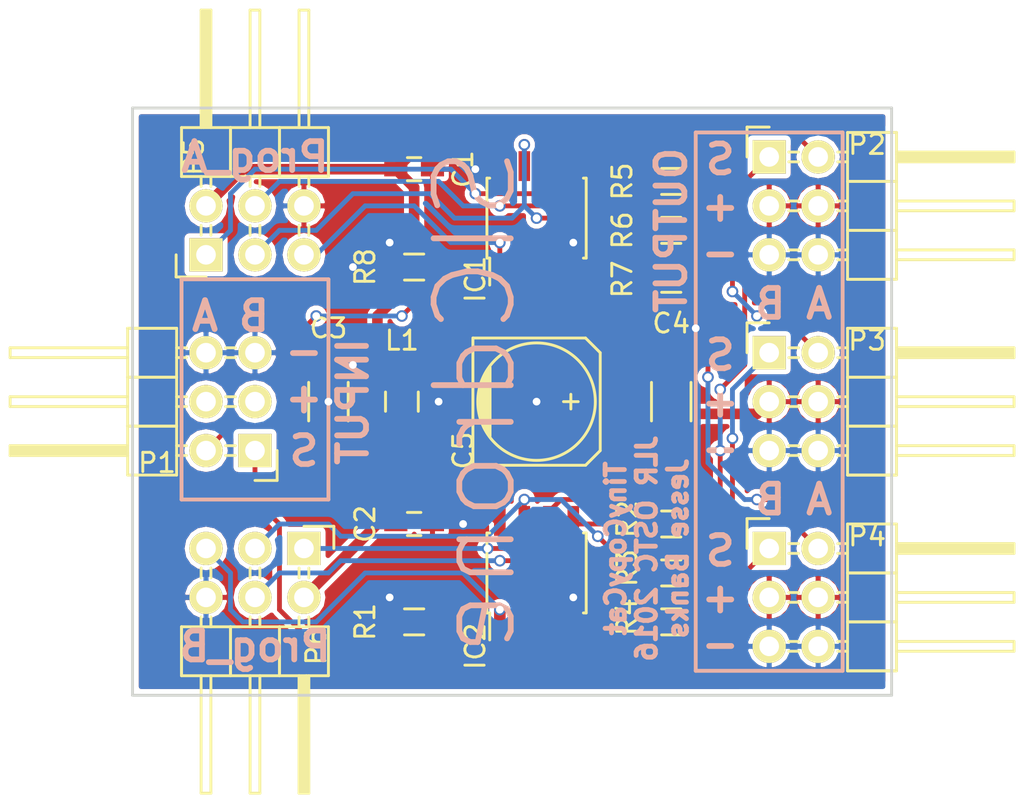
<source format=kicad_pcb>
(kicad_pcb (version 4) (host pcbnew 4.0.2-stable)

  (general
    (links 57)
    (no_connects 0)
    (area 98.334999 80.554999 151.855001 122.645001)
    (thickness 1.6)
    (drawings 25)
    (tracks 213)
    (zones 0)
    (modules 22)
    (nets 24)
  )

  (page A4)
  (layers
    (0 F.Cu signal)
    (31 B.Cu signal)
    (32 B.Adhes user)
    (33 F.Adhes user)
    (34 B.Paste user)
    (35 F.Paste user)
    (36 B.SilkS user)
    (37 F.SilkS user)
    (38 B.Mask user)
    (39 F.Mask user)
    (40 Dwgs.User user)
    (41 Cmts.User user)
    (42 Eco1.User user)
    (43 Eco2.User user)
    (44 Edge.Cuts user)
    (45 Margin user)
    (46 B.CrtYd user hide)
    (47 F.CrtYd user)
    (48 B.Fab user)
    (49 F.Fab user)
  )

  (setup
    (last_trace_width 0.25)
    (trace_clearance 0.2)
    (zone_clearance 0.25)
    (zone_45_only yes)
    (trace_min 0.2)
    (segment_width 0.2)
    (edge_width 0.15)
    (via_size 0.6)
    (via_drill 0.4)
    (via_min_size 0.4)
    (via_min_drill 0.3)
    (uvia_size 0.3)
    (uvia_drill 0.1)
    (uvias_allowed no)
    (uvia_min_size 0.2)
    (uvia_min_drill 0.1)
    (pcb_text_width 0.3)
    (pcb_text_size 1.5 1.5)
    (mod_edge_width 0.15)
    (mod_text_size 1 1)
    (mod_text_width 0.15)
    (pad_size 1.7272 1.7272)
    (pad_drill 1.016)
    (pad_to_mask_clearance 0.2)
    (aux_axis_origin 0 0)
    (visible_elements 7FFFFF7F)
    (pcbplotparams
      (layerselection 0x010f0_80000001)
      (usegerberextensions true)
      (excludeedgelayer true)
      (linewidth 0.100000)
      (plotframeref false)
      (viasonmask false)
      (mode 1)
      (useauxorigin false)
      (hpglpennumber 1)
      (hpglpenspeed 20)
      (hpglpendiameter 15)
      (hpglpenoverlay 2)
      (psnegative false)
      (psa4output false)
      (plotreference true)
      (plotvalue true)
      (plotinvisibletext false)
      (padsonsilk false)
      (subtractmaskfromsilk false)
      (outputformat 1)
      (mirror false)
      (drillshape 0)
      (scaleselection 1)
      (outputdirectory Gerbers/))
  )

  (net 0 "")
  (net 1 +5F)
  (net 2 GND)
  (net 3 +5V)
  (net 4 Input_B)
  (net 5 Input_A)
  (net 6 "Net-(P1-Pad3)")
  (net 7 "Net-(P1-Pad4)")
  (net 8 "Net-(P2-Pad1)")
  (net 9 "Net-(P2-Pad2)")
  (net 10 "Net-(P3-Pad1)")
  (net 11 "Net-(P3-Pad2)")
  (net 12 "Net-(P4-Pad1)")
  (net 13 "Net-(P4-Pad2)")
  (net 14 COPY_A2)
  (net 15 COPY_A3)
  (net 16 COPY_A1)
  (net 17 Reset_A)
  (net 18 COPY_B2)
  (net 19 COPY_B3)
  (net 20 COPY_B1)
  (net 21 Reset_B)
  (net 22 "Net-(IC1-Pad3)")
  (net 23 "Net-(IC2-Pad3)")

  (net_class Default "This is the default net class."
    (clearance 0.2)
    (trace_width 0.25)
    (via_dia 0.6)
    (via_drill 0.4)
    (uvia_dia 0.3)
    (uvia_drill 0.1)
    (add_net COPY_A1)
    (add_net COPY_A2)
    (add_net COPY_A3)
    (add_net COPY_B1)
    (add_net COPY_B2)
    (add_net COPY_B3)
    (add_net GND)
    (add_net Input_A)
    (add_net Input_B)
    (add_net "Net-(IC1-Pad3)")
    (add_net "Net-(IC2-Pad3)")
    (add_net "Net-(P1-Pad3)")
    (add_net "Net-(P1-Pad4)")
    (add_net "Net-(P2-Pad1)")
    (add_net "Net-(P2-Pad2)")
    (add_net "Net-(P3-Pad1)")
    (add_net "Net-(P3-Pad2)")
    (add_net "Net-(P4-Pad1)")
    (add_net "Net-(P4-Pad2)")
    (add_net Reset_A)
    (add_net Reset_B)
  )

  (net_class pwr ""
    (clearance 0.2)
    (trace_width 0.55)
    (via_dia 0.6)
    (via_drill 0.4)
    (uvia_dia 0.3)
    (uvia_drill 0.1)
    (add_net +5F)
    (add_net +5V)
  )

  (module Capacitors_SMD:C_0603_HandSoldering (layer F.Cu) (tedit 57223314) (tstamp 5721574A)
    (at 120.015 89.535)
    (descr "Capacitor SMD 0603, hand soldering")
    (tags "capacitor 0603")
    (path /57213E99)
    (attr smd)
    (fp_text reference C1 (at 2.54 0 90) (layer F.SilkS)
      (effects (font (size 1 1) (thickness 0.15)))
    )
    (fp_text value 0U1 (at 0 1.27) (layer F.Fab)
      (effects (font (size 1 1) (thickness 0.15)))
    )
    (fp_line (start -1.85 -0.75) (end 1.85 -0.75) (layer F.CrtYd) (width 0.05))
    (fp_line (start -1.85 0.75) (end 1.85 0.75) (layer F.CrtYd) (width 0.05))
    (fp_line (start -1.85 -0.75) (end -1.85 0.75) (layer F.CrtYd) (width 0.05))
    (fp_line (start 1.85 -0.75) (end 1.85 0.75) (layer F.CrtYd) (width 0.05))
    (fp_line (start -0.35 -0.6) (end 0.35 -0.6) (layer F.SilkS) (width 0.15))
    (fp_line (start 0.35 0.6) (end -0.35 0.6) (layer F.SilkS) (width 0.15))
    (pad 1 smd rect (at -0.95 0) (size 1.2 0.75) (layers F.Cu F.Paste F.Mask)
      (net 1 +5F))
    (pad 2 smd rect (at 0.95 0) (size 1.2 0.75) (layers F.Cu F.Paste F.Mask)
      (net 2 GND))
    (model Capacitors_SMD.3dshapes/C_0603_HandSoldering.wrl
      (at (xyz 0 0 0))
      (scale (xyz 1 1 1))
      (rotate (xyz 0 0 0))
    )
  )

  (module Capacitors_SMD:C_0603_HandSoldering (layer F.Cu) (tedit 572233C4) (tstamp 57215756)
    (at 120.015 107.95)
    (descr "Capacitor SMD 0603, hand soldering")
    (tags "capacitor 0603")
    (path /5721996E)
    (attr smd)
    (fp_text reference C2 (at -2.54 0 90) (layer F.SilkS)
      (effects (font (size 1 1) (thickness 0.15)))
    )
    (fp_text value 0U1 (at 0 -1.27) (layer F.Fab)
      (effects (font (size 1 1) (thickness 0.15)))
    )
    (fp_line (start -1.85 -0.75) (end 1.85 -0.75) (layer F.CrtYd) (width 0.05))
    (fp_line (start -1.85 0.75) (end 1.85 0.75) (layer F.CrtYd) (width 0.05))
    (fp_line (start -1.85 -0.75) (end -1.85 0.75) (layer F.CrtYd) (width 0.05))
    (fp_line (start 1.85 -0.75) (end 1.85 0.75) (layer F.CrtYd) (width 0.05))
    (fp_line (start -0.35 -0.6) (end 0.35 -0.6) (layer F.SilkS) (width 0.15))
    (fp_line (start 0.35 0.6) (end -0.35 0.6) (layer F.SilkS) (width 0.15))
    (pad 1 smd rect (at -0.95 0) (size 1.2 0.75) (layers F.Cu F.Paste F.Mask)
      (net 1 +5F))
    (pad 2 smd rect (at 0.95 0) (size 1.2 0.75) (layers F.Cu F.Paste F.Mask)
      (net 2 GND))
    (model Capacitors_SMD.3dshapes/C_0603_HandSoldering.wrl
      (at (xyz 0 0 0))
      (scale (xyz 1 1 1))
      (rotate (xyz 0 0 0))
    )
  )

  (module Capacitors_SMD:C_1206_HandSoldering (layer F.Cu) (tedit 57223334) (tstamp 57215762)
    (at 115.57 101.6 90)
    (descr "Capacitor SMD 1206, hand soldering")
    (tags "capacitor 1206")
    (path /57219306)
    (attr smd)
    (fp_text reference C3 (at 3.81 0 180) (layer F.SilkS)
      (effects (font (size 1 1) (thickness 0.15)))
    )
    (fp_text value 4U7 (at 0 -1.778 90) (layer F.Fab)
      (effects (font (size 1 1) (thickness 0.15)))
    )
    (fp_line (start -3.3 -1.15) (end 3.3 -1.15) (layer F.CrtYd) (width 0.05))
    (fp_line (start -3.3 1.15) (end 3.3 1.15) (layer F.CrtYd) (width 0.05))
    (fp_line (start -3.3 -1.15) (end -3.3 1.15) (layer F.CrtYd) (width 0.05))
    (fp_line (start 3.3 -1.15) (end 3.3 1.15) (layer F.CrtYd) (width 0.05))
    (fp_line (start 1 -1.025) (end -1 -1.025) (layer F.SilkS) (width 0.15))
    (fp_line (start -1 1.025) (end 1 1.025) (layer F.SilkS) (width 0.15))
    (pad 1 smd rect (at -2 0 90) (size 2 1.6) (layers F.Cu F.Paste F.Mask)
      (net 1 +5F))
    (pad 2 smd rect (at 2 0 90) (size 2 1.6) (layers F.Cu F.Paste F.Mask)
      (net 2 GND))
    (model Capacitors_SMD.3dshapes/C_1206_HandSoldering.wrl
      (at (xyz 0 0 0))
      (scale (xyz 1 1 1))
      (rotate (xyz 0 0 0))
    )
  )

  (module Capacitors_SMD:C_1206_HandSoldering (layer F.Cu) (tedit 57223A3B) (tstamp 5721576E)
    (at 133.35 101.6 90)
    (descr "Capacitor SMD 1206, hand soldering")
    (tags "capacitor 1206")
    (path /572194BF)
    (attr smd)
    (fp_text reference C4 (at 4.064 0 180) (layer F.SilkS)
      (effects (font (size 1 1) (thickness 0.15)))
    )
    (fp_text value 4U7 (at 0 -1.27 90) (layer F.Fab)
      (effects (font (size 1 1) (thickness 0.15)))
    )
    (fp_line (start -3.3 -1.15) (end 3.3 -1.15) (layer F.CrtYd) (width 0.05))
    (fp_line (start -3.3 1.15) (end 3.3 1.15) (layer F.CrtYd) (width 0.05))
    (fp_line (start -3.3 -1.15) (end -3.3 1.15) (layer F.CrtYd) (width 0.05))
    (fp_line (start 3.3 -1.15) (end 3.3 1.15) (layer F.CrtYd) (width 0.05))
    (fp_line (start 1 -1.025) (end -1 -1.025) (layer F.SilkS) (width 0.15))
    (fp_line (start -1 1.025) (end 1 1.025) (layer F.SilkS) (width 0.15))
    (pad 1 smd rect (at -2 0 90) (size 2 1.6) (layers F.Cu F.Paste F.Mask)
      (net 3 +5V))
    (pad 2 smd rect (at 2 0 90) (size 2 1.6) (layers F.Cu F.Paste F.Mask)
      (net 2 GND))
    (model Capacitors_SMD.3dshapes/C_1206_HandSoldering.wrl
      (at (xyz 0 0 0))
      (scale (xyz 1 1 1))
      (rotate (xyz 0 0 0))
    )
  )

  (module Capacitors_SMD:c_elec_6.3x7.7 (layer F.Cu) (tedit 57223073) (tstamp 57215786)
    (at 126.365 101.6)
    (descr "SMT capacitor, aluminium electrolytic, 6.3x7.7")
    (path /5721425B)
    (attr smd)
    (fp_text reference C5 (at -3.81 2.54 90) (layer F.SilkS)
      (effects (font (size 1 1) (thickness 0.15)))
    )
    (fp_text value 150U (at 0 4.318) (layer F.Fab)
      (effects (font (size 1 1) (thickness 0.15)))
    )
    (fp_line (start -4.85 -3.55) (end 4.85 -3.55) (layer F.CrtYd) (width 0.05))
    (fp_line (start 4.85 -3.55) (end 4.85 3.55) (layer F.CrtYd) (width 0.05))
    (fp_line (start 4.85 3.55) (end -4.85 3.55) (layer F.CrtYd) (width 0.05))
    (fp_line (start -4.85 3.55) (end -4.85 -3.55) (layer F.CrtYd) (width 0.05))
    (fp_line (start -2.921 -0.762) (end -2.921 0.762) (layer F.SilkS) (width 0.15))
    (fp_line (start -2.794 1.143) (end -2.794 -1.143) (layer F.SilkS) (width 0.15))
    (fp_line (start -2.667 -1.397) (end -2.667 1.397) (layer F.SilkS) (width 0.15))
    (fp_line (start -2.54 1.651) (end -2.54 -1.651) (layer F.SilkS) (width 0.15))
    (fp_line (start -2.413 -1.778) (end -2.413 1.778) (layer F.SilkS) (width 0.15))
    (fp_line (start -3.302 -3.302) (end -3.302 3.302) (layer F.SilkS) (width 0.15))
    (fp_line (start -3.302 3.302) (end 2.54 3.302) (layer F.SilkS) (width 0.15))
    (fp_line (start 2.54 3.302) (end 3.302 2.54) (layer F.SilkS) (width 0.15))
    (fp_line (start 3.302 2.54) (end 3.302 -2.54) (layer F.SilkS) (width 0.15))
    (fp_line (start 3.302 -2.54) (end 2.54 -3.302) (layer F.SilkS) (width 0.15))
    (fp_line (start 2.54 -3.302) (end -3.302 -3.302) (layer F.SilkS) (width 0.15))
    (fp_line (start 2.159 0) (end 1.397 0) (layer F.SilkS) (width 0.15))
    (fp_line (start 1.778 -0.381) (end 1.778 0.381) (layer F.SilkS) (width 0.15))
    (fp_circle (center 0 0) (end -3.048 0) (layer F.SilkS) (width 0.15))
    (pad 1 smd rect (at 2.75082 0) (size 3.59918 1.6002) (layers F.Cu F.Paste F.Mask)
      (net 3 +5V))
    (pad 2 smd rect (at -2.75082 0) (size 3.59918 1.6002) (layers F.Cu F.Paste F.Mask)
      (net 2 GND))
    (model Capacitors_SMD.3dshapes/c_elec_6.3x7.7.wrl
      (at (xyz 0 0 0))
      (scale (xyz 1 1 1))
      (rotate (xyz 0 0 0))
    )
  )

  (module Capacitors_SMD:C_0805_HandSoldering (layer F.Cu) (tedit 57223330) (tstamp 57215792)
    (at 119.38 101.6 90)
    (descr "Capacitor SMD 0805, hand soldering")
    (tags "capacitor 0805")
    (path /57213F51)
    (attr smd)
    (fp_text reference L1 (at 3.175 0 180) (layer F.SilkS)
      (effects (font (size 1 1) (thickness 0.15)))
    )
    (fp_text value 260U (at 0 -1.524 90) (layer F.Fab)
      (effects (font (size 1 1) (thickness 0.15)))
    )
    (fp_line (start -2.3 -1) (end 2.3 -1) (layer F.CrtYd) (width 0.05))
    (fp_line (start -2.3 1) (end 2.3 1) (layer F.CrtYd) (width 0.05))
    (fp_line (start -2.3 -1) (end -2.3 1) (layer F.CrtYd) (width 0.05))
    (fp_line (start 2.3 -1) (end 2.3 1) (layer F.CrtYd) (width 0.05))
    (fp_line (start 0.5 -0.85) (end -0.5 -0.85) (layer F.SilkS) (width 0.15))
    (fp_line (start -0.5 0.85) (end 0.5 0.85) (layer F.SilkS) (width 0.15))
    (pad 1 smd rect (at -1.25 0 90) (size 1.5 1.25) (layers F.Cu F.Paste F.Mask)
      (net 1 +5F))
    (pad 2 smd rect (at 1.25 0 90) (size 1.5 1.25) (layers F.Cu F.Paste F.Mask)
      (net 3 +5V))
    (model Capacitors_SMD.3dshapes/C_0805_HandSoldering.wrl
      (at (xyz 0 0 0))
      (scale (xyz 1 1 1))
      (rotate (xyz 0 0 0))
    )
  )

  (module Pin_Headers:Pin_Header_Angled_2x03 (layer F.Cu) (tedit 572233F4) (tstamp 572157C9)
    (at 111.76 104.14 180)
    (descr "Through hole pin header")
    (tags "pin header")
    (path /57217CFB)
    (fp_text reference P1 (at 5.08 -0.635 180) (layer F.SilkS)
      (effects (font (size 1 1) (thickness 0.15)))
    )
    (fp_text value CONN_02X03 (at 0 -3.1 180) (layer F.Fab) hide
      (effects (font (size 1 1) (thickness 0.15)))
    )
    (fp_line (start -1.35 -1.75) (end -1.35 6.85) (layer F.CrtYd) (width 0.05))
    (fp_line (start 13.2 -1.75) (end 13.2 6.85) (layer F.CrtYd) (width 0.05))
    (fp_line (start -1.35 -1.75) (end 13.2 -1.75) (layer F.CrtYd) (width 0.05))
    (fp_line (start -1.35 6.85) (end 13.2 6.85) (layer F.CrtYd) (width 0.05))
    (fp_line (start 1.524 5.334) (end 1.016 5.334) (layer F.SilkS) (width 0.15))
    (fp_line (start 1.524 4.826) (end 1.016 4.826) (layer F.SilkS) (width 0.15))
    (fp_line (start 1.524 2.794) (end 1.016 2.794) (layer F.SilkS) (width 0.15))
    (fp_line (start 1.524 2.286) (end 1.016 2.286) (layer F.SilkS) (width 0.15))
    (fp_line (start 1.524 0.254) (end 1.016 0.254) (layer F.SilkS) (width 0.15))
    (fp_line (start 1.524 -0.254) (end 1.016 -0.254) (layer F.SilkS) (width 0.15))
    (fp_line (start 4.064 2.286) (end 3.556 2.286) (layer F.SilkS) (width 0.15))
    (fp_line (start 4.064 2.794) (end 3.556 2.794) (layer F.SilkS) (width 0.15))
    (fp_line (start 4.064 4.826) (end 3.556 4.826) (layer F.SilkS) (width 0.15))
    (fp_line (start 4.064 5.334) (end 3.556 5.334) (layer F.SilkS) (width 0.15))
    (fp_line (start 4.064 -0.254) (end 3.556 -0.254) (layer F.SilkS) (width 0.15))
    (fp_line (start 4.064 0.254) (end 3.556 0.254) (layer F.SilkS) (width 0.15))
    (fp_line (start 0 -1.55) (end -1.15 -1.55) (layer F.SilkS) (width 0.15))
    (fp_line (start -1.15 -1.55) (end -1.15 0) (layer F.SilkS) (width 0.15))
    (fp_line (start 6.604 -0.127) (end 12.573 -0.127) (layer F.SilkS) (width 0.15))
    (fp_line (start 12.573 -0.127) (end 12.573 0.127) (layer F.SilkS) (width 0.15))
    (fp_line (start 12.573 0.127) (end 6.731 0.127) (layer F.SilkS) (width 0.15))
    (fp_line (start 6.731 0.127) (end 6.731 0) (layer F.SilkS) (width 0.15))
    (fp_line (start 6.731 0) (end 12.573 0) (layer F.SilkS) (width 0.15))
    (fp_line (start 4.064 1.27) (end 4.064 3.81) (layer F.SilkS) (width 0.15))
    (fp_line (start 4.064 3.81) (end 6.604 3.81) (layer F.SilkS) (width 0.15))
    (fp_line (start 6.604 2.286) (end 12.7 2.286) (layer F.SilkS) (width 0.15))
    (fp_line (start 12.7 2.286) (end 12.7 2.794) (layer F.SilkS) (width 0.15))
    (fp_line (start 12.7 2.794) (end 6.604 2.794) (layer F.SilkS) (width 0.15))
    (fp_line (start 6.604 3.81) (end 6.604 1.27) (layer F.SilkS) (width 0.15))
    (fp_line (start 4.064 6.35) (end 6.604 6.35) (layer F.SilkS) (width 0.15))
    (fp_line (start 6.604 6.35) (end 6.604 3.81) (layer F.SilkS) (width 0.15))
    (fp_line (start 12.7 5.334) (end 6.604 5.334) (layer F.SilkS) (width 0.15))
    (fp_line (start 12.7 4.826) (end 12.7 5.334) (layer F.SilkS) (width 0.15))
    (fp_line (start 6.604 4.826) (end 12.7 4.826) (layer F.SilkS) (width 0.15))
    (fp_line (start 4.064 6.35) (end 6.604 6.35) (layer F.SilkS) (width 0.15))
    (fp_line (start 4.064 3.81) (end 4.064 6.35) (layer F.SilkS) (width 0.15))
    (fp_line (start 4.064 3.81) (end 6.604 3.81) (layer F.SilkS) (width 0.15))
    (fp_line (start 4.064 1.27) (end 6.604 1.27) (layer F.SilkS) (width 0.15))
    (fp_line (start 6.604 1.27) (end 6.604 -1.27) (layer F.SilkS) (width 0.15))
    (fp_line (start 12.7 0.254) (end 6.604 0.254) (layer F.SilkS) (width 0.15))
    (fp_line (start 12.7 -0.254) (end 12.7 0.254) (layer F.SilkS) (width 0.15))
    (fp_line (start 6.604 -0.254) (end 12.7 -0.254) (layer F.SilkS) (width 0.15))
    (fp_line (start 4.064 1.27) (end 6.604 1.27) (layer F.SilkS) (width 0.15))
    (fp_line (start 4.064 -1.27) (end 4.064 1.27) (layer F.SilkS) (width 0.15))
    (fp_line (start 4.064 -1.27) (end 6.604 -1.27) (layer F.SilkS) (width 0.15))
    (pad 1 thru_hole rect (at 0 0 180) (size 1.7272 1.7272) (drill 1.016) (layers *.Cu *.Mask F.SilkS)
      (net 4 Input_B))
    (pad 2 thru_hole oval (at 2.54 0 180) (size 1.7272 1.7272) (drill 1.016) (layers *.Cu *.Mask F.SilkS)
      (net 5 Input_A))
    (pad 3 thru_hole oval (at 0 2.54 180) (size 1.7272 1.7272) (drill 1.016) (layers *.Cu *.Mask F.SilkS)
      (net 6 "Net-(P1-Pad3)"))
    (pad 4 thru_hole oval (at 2.54 2.54 180) (size 1.7272 1.7272) (drill 1.016) (layers *.Cu *.Mask F.SilkS)
      (net 7 "Net-(P1-Pad4)"))
    (pad 5 thru_hole oval (at 0 5.08 180) (size 1.7272 1.7272) (drill 1.016) (layers *.Cu *.Mask F.SilkS)
      (net 2 GND))
    (pad 6 thru_hole oval (at 2.54 5.08 180) (size 1.7272 1.7272) (drill 1.016) (layers *.Cu *.Mask F.SilkS)
      (net 2 GND))
    (model Pin_Headers.3dshapes/Pin_Header_Angled_2x03.wrl
      (at (xyz 0.05 -0.1 0))
      (scale (xyz 1 1 1))
      (rotate (xyz 0 0 90))
    )
  )

  (module Pin_Headers:Pin_Header_Angled_2x03 (layer F.Cu) (tedit 57223A1D) (tstamp 57215800)
    (at 138.43 88.9)
    (descr "Through hole pin header")
    (tags "pin header")
    (path /57218ECE)
    (fp_text reference P2 (at 5.08 -0.635) (layer F.SilkS)
      (effects (font (size 1 1) (thickness 0.15)))
    )
    (fp_text value CONN_02X03 (at 0 -3.1) (layer F.Fab) hide
      (effects (font (size 1 1) (thickness 0.15)))
    )
    (fp_line (start -1.35 -1.75) (end -1.35 6.85) (layer F.CrtYd) (width 0.05))
    (fp_line (start 13.2 -1.75) (end 13.2 6.85) (layer F.CrtYd) (width 0.05))
    (fp_line (start -1.35 -1.75) (end 13.2 -1.75) (layer F.CrtYd) (width 0.05))
    (fp_line (start -1.35 6.85) (end 13.2 6.85) (layer F.CrtYd) (width 0.05))
    (fp_line (start 1.524 5.334) (end 1.016 5.334) (layer F.SilkS) (width 0.15))
    (fp_line (start 1.524 4.826) (end 1.016 4.826) (layer F.SilkS) (width 0.15))
    (fp_line (start 1.524 2.794) (end 1.016 2.794) (layer F.SilkS) (width 0.15))
    (fp_line (start 1.524 2.286) (end 1.016 2.286) (layer F.SilkS) (width 0.15))
    (fp_line (start 1.524 0.254) (end 1.016 0.254) (layer F.SilkS) (width 0.15))
    (fp_line (start 1.524 -0.254) (end 1.016 -0.254) (layer F.SilkS) (width 0.15))
    (fp_line (start 4.064 2.286) (end 3.556 2.286) (layer F.SilkS) (width 0.15))
    (fp_line (start 4.064 2.794) (end 3.556 2.794) (layer F.SilkS) (width 0.15))
    (fp_line (start 4.064 4.826) (end 3.556 4.826) (layer F.SilkS) (width 0.15))
    (fp_line (start 4.064 5.334) (end 3.556 5.334) (layer F.SilkS) (width 0.15))
    (fp_line (start 4.064 -0.254) (end 3.556 -0.254) (layer F.SilkS) (width 0.15))
    (fp_line (start 4.064 0.254) (end 3.556 0.254) (layer F.SilkS) (width 0.15))
    (fp_line (start 0 -1.55) (end -1.15 -1.55) (layer F.SilkS) (width 0.15))
    (fp_line (start -1.15 -1.55) (end -1.15 0) (layer F.SilkS) (width 0.15))
    (fp_line (start 6.604 -0.127) (end 12.573 -0.127) (layer F.SilkS) (width 0.15))
    (fp_line (start 12.573 -0.127) (end 12.573 0.127) (layer F.SilkS) (width 0.15))
    (fp_line (start 12.573 0.127) (end 6.731 0.127) (layer F.SilkS) (width 0.15))
    (fp_line (start 6.731 0.127) (end 6.731 0) (layer F.SilkS) (width 0.15))
    (fp_line (start 6.731 0) (end 12.573 0) (layer F.SilkS) (width 0.15))
    (fp_line (start 4.064 1.27) (end 4.064 3.81) (layer F.SilkS) (width 0.15))
    (fp_line (start 4.064 3.81) (end 6.604 3.81) (layer F.SilkS) (width 0.15))
    (fp_line (start 6.604 2.286) (end 12.7 2.286) (layer F.SilkS) (width 0.15))
    (fp_line (start 12.7 2.286) (end 12.7 2.794) (layer F.SilkS) (width 0.15))
    (fp_line (start 12.7 2.794) (end 6.604 2.794) (layer F.SilkS) (width 0.15))
    (fp_line (start 6.604 3.81) (end 6.604 1.27) (layer F.SilkS) (width 0.15))
    (fp_line (start 4.064 6.35) (end 6.604 6.35) (layer F.SilkS) (width 0.15))
    (fp_line (start 6.604 6.35) (end 6.604 3.81) (layer F.SilkS) (width 0.15))
    (fp_line (start 12.7 5.334) (end 6.604 5.334) (layer F.SilkS) (width 0.15))
    (fp_line (start 12.7 4.826) (end 12.7 5.334) (layer F.SilkS) (width 0.15))
    (fp_line (start 6.604 4.826) (end 12.7 4.826) (layer F.SilkS) (width 0.15))
    (fp_line (start 4.064 6.35) (end 6.604 6.35) (layer F.SilkS) (width 0.15))
    (fp_line (start 4.064 3.81) (end 4.064 6.35) (layer F.SilkS) (width 0.15))
    (fp_line (start 4.064 3.81) (end 6.604 3.81) (layer F.SilkS) (width 0.15))
    (fp_line (start 4.064 1.27) (end 6.604 1.27) (layer F.SilkS) (width 0.15))
    (fp_line (start 6.604 1.27) (end 6.604 -1.27) (layer F.SilkS) (width 0.15))
    (fp_line (start 12.7 0.254) (end 6.604 0.254) (layer F.SilkS) (width 0.15))
    (fp_line (start 12.7 -0.254) (end 12.7 0.254) (layer F.SilkS) (width 0.15))
    (fp_line (start 6.604 -0.254) (end 12.7 -0.254) (layer F.SilkS) (width 0.15))
    (fp_line (start 4.064 1.27) (end 6.604 1.27) (layer F.SilkS) (width 0.15))
    (fp_line (start 4.064 -1.27) (end 4.064 1.27) (layer F.SilkS) (width 0.15))
    (fp_line (start 4.064 -1.27) (end 6.604 -1.27) (layer F.SilkS) (width 0.15))
    (pad 1 thru_hole rect (at 0 0) (size 1.7272 1.7272) (drill 1.016) (layers *.Cu *.Mask F.SilkS)
      (net 8 "Net-(P2-Pad1)"))
    (pad 2 thru_hole oval (at 2.54 0) (size 1.7272 1.7272) (drill 1.016) (layers *.Cu *.Mask F.SilkS)
      (net 9 "Net-(P2-Pad2)"))
    (pad 3 thru_hole oval (at 0 2.54) (size 1.7272 1.7272) (drill 1.016) (layers *.Cu *.Mask F.SilkS)
      (net 3 +5V))
    (pad 4 thru_hole oval (at 2.54 2.54) (size 1.7272 1.7272) (drill 1.016) (layers *.Cu *.Mask F.SilkS)
      (net 3 +5V))
    (pad 5 thru_hole oval (at 0 5.08) (size 1.7272 1.7272) (drill 1.016) (layers *.Cu *.Mask F.SilkS)
      (net 2 GND))
    (pad 6 thru_hole oval (at 2.54 5.08) (size 1.7272 1.7272) (drill 1.016) (layers *.Cu *.Mask F.SilkS)
      (net 2 GND))
    (model Pin_Headers.3dshapes/Pin_Header_Angled_2x03.wrl
      (at (xyz 0.05 -0.1 0))
      (scale (xyz 1 1 1))
      (rotate (xyz 0 0 90))
    )
  )

  (module Pin_Headers:Pin_Header_Angled_2x03 (layer F.Cu) (tedit 57223A22) (tstamp 57215837)
    (at 138.43 99.06)
    (descr "Through hole pin header")
    (tags "pin header")
    (path /57218F28)
    (fp_text reference P3 (at 5.08 -0.635) (layer F.SilkS)
      (effects (font (size 1 1) (thickness 0.15)))
    )
    (fp_text value CONN_02X03 (at 0 -3.1) (layer F.Fab) hide
      (effects (font (size 1 1) (thickness 0.15)))
    )
    (fp_line (start -1.35 -1.75) (end -1.35 6.85) (layer F.CrtYd) (width 0.05))
    (fp_line (start 13.2 -1.75) (end 13.2 6.85) (layer F.CrtYd) (width 0.05))
    (fp_line (start -1.35 -1.75) (end 13.2 -1.75) (layer F.CrtYd) (width 0.05))
    (fp_line (start -1.35 6.85) (end 13.2 6.85) (layer F.CrtYd) (width 0.05))
    (fp_line (start 1.524 5.334) (end 1.016 5.334) (layer F.SilkS) (width 0.15))
    (fp_line (start 1.524 4.826) (end 1.016 4.826) (layer F.SilkS) (width 0.15))
    (fp_line (start 1.524 2.794) (end 1.016 2.794) (layer F.SilkS) (width 0.15))
    (fp_line (start 1.524 2.286) (end 1.016 2.286) (layer F.SilkS) (width 0.15))
    (fp_line (start 1.524 0.254) (end 1.016 0.254) (layer F.SilkS) (width 0.15))
    (fp_line (start 1.524 -0.254) (end 1.016 -0.254) (layer F.SilkS) (width 0.15))
    (fp_line (start 4.064 2.286) (end 3.556 2.286) (layer F.SilkS) (width 0.15))
    (fp_line (start 4.064 2.794) (end 3.556 2.794) (layer F.SilkS) (width 0.15))
    (fp_line (start 4.064 4.826) (end 3.556 4.826) (layer F.SilkS) (width 0.15))
    (fp_line (start 4.064 5.334) (end 3.556 5.334) (layer F.SilkS) (width 0.15))
    (fp_line (start 4.064 -0.254) (end 3.556 -0.254) (layer F.SilkS) (width 0.15))
    (fp_line (start 4.064 0.254) (end 3.556 0.254) (layer F.SilkS) (width 0.15))
    (fp_line (start 0 -1.55) (end -1.15 -1.55) (layer F.SilkS) (width 0.15))
    (fp_line (start -1.15 -1.55) (end -1.15 0) (layer F.SilkS) (width 0.15))
    (fp_line (start 6.604 -0.127) (end 12.573 -0.127) (layer F.SilkS) (width 0.15))
    (fp_line (start 12.573 -0.127) (end 12.573 0.127) (layer F.SilkS) (width 0.15))
    (fp_line (start 12.573 0.127) (end 6.731 0.127) (layer F.SilkS) (width 0.15))
    (fp_line (start 6.731 0.127) (end 6.731 0) (layer F.SilkS) (width 0.15))
    (fp_line (start 6.731 0) (end 12.573 0) (layer F.SilkS) (width 0.15))
    (fp_line (start 4.064 1.27) (end 4.064 3.81) (layer F.SilkS) (width 0.15))
    (fp_line (start 4.064 3.81) (end 6.604 3.81) (layer F.SilkS) (width 0.15))
    (fp_line (start 6.604 2.286) (end 12.7 2.286) (layer F.SilkS) (width 0.15))
    (fp_line (start 12.7 2.286) (end 12.7 2.794) (layer F.SilkS) (width 0.15))
    (fp_line (start 12.7 2.794) (end 6.604 2.794) (layer F.SilkS) (width 0.15))
    (fp_line (start 6.604 3.81) (end 6.604 1.27) (layer F.SilkS) (width 0.15))
    (fp_line (start 4.064 6.35) (end 6.604 6.35) (layer F.SilkS) (width 0.15))
    (fp_line (start 6.604 6.35) (end 6.604 3.81) (layer F.SilkS) (width 0.15))
    (fp_line (start 12.7 5.334) (end 6.604 5.334) (layer F.SilkS) (width 0.15))
    (fp_line (start 12.7 4.826) (end 12.7 5.334) (layer F.SilkS) (width 0.15))
    (fp_line (start 6.604 4.826) (end 12.7 4.826) (layer F.SilkS) (width 0.15))
    (fp_line (start 4.064 6.35) (end 6.604 6.35) (layer F.SilkS) (width 0.15))
    (fp_line (start 4.064 3.81) (end 4.064 6.35) (layer F.SilkS) (width 0.15))
    (fp_line (start 4.064 3.81) (end 6.604 3.81) (layer F.SilkS) (width 0.15))
    (fp_line (start 4.064 1.27) (end 6.604 1.27) (layer F.SilkS) (width 0.15))
    (fp_line (start 6.604 1.27) (end 6.604 -1.27) (layer F.SilkS) (width 0.15))
    (fp_line (start 12.7 0.254) (end 6.604 0.254) (layer F.SilkS) (width 0.15))
    (fp_line (start 12.7 -0.254) (end 12.7 0.254) (layer F.SilkS) (width 0.15))
    (fp_line (start 6.604 -0.254) (end 12.7 -0.254) (layer F.SilkS) (width 0.15))
    (fp_line (start 4.064 1.27) (end 6.604 1.27) (layer F.SilkS) (width 0.15))
    (fp_line (start 4.064 -1.27) (end 4.064 1.27) (layer F.SilkS) (width 0.15))
    (fp_line (start 4.064 -1.27) (end 6.604 -1.27) (layer F.SilkS) (width 0.15))
    (pad 1 thru_hole rect (at 0 0) (size 1.7272 1.7272) (drill 1.016) (layers *.Cu *.Mask F.SilkS)
      (net 10 "Net-(P3-Pad1)"))
    (pad 2 thru_hole oval (at 2.54 0) (size 1.7272 1.7272) (drill 1.016) (layers *.Cu *.Mask F.SilkS)
      (net 11 "Net-(P3-Pad2)"))
    (pad 3 thru_hole oval (at 0 2.54) (size 1.7272 1.7272) (drill 1.016) (layers *.Cu *.Mask F.SilkS)
      (net 3 +5V))
    (pad 4 thru_hole oval (at 2.54 2.54) (size 1.7272 1.7272) (drill 1.016) (layers *.Cu *.Mask F.SilkS)
      (net 3 +5V))
    (pad 5 thru_hole oval (at 0 5.08) (size 1.7272 1.7272) (drill 1.016) (layers *.Cu *.Mask F.SilkS)
      (net 2 GND))
    (pad 6 thru_hole oval (at 2.54 5.08) (size 1.7272 1.7272) (drill 1.016) (layers *.Cu *.Mask F.SilkS)
      (net 2 GND))
    (model Pin_Headers.3dshapes/Pin_Header_Angled_2x03.wrl
      (at (xyz 0.05 -0.1 0))
      (scale (xyz 1 1 1))
      (rotate (xyz 0 0 90))
    )
  )

  (module Pin_Headers:Pin_Header_Angled_2x03 (layer F.Cu) (tedit 57223A27) (tstamp 5721586E)
    (at 138.43 109.22)
    (descr "Through hole pin header")
    (tags "pin header")
    (path /57218F89)
    (fp_text reference P4 (at 5.08 -0.635) (layer F.SilkS)
      (effects (font (size 1 1) (thickness 0.15)))
    )
    (fp_text value CONN_02X03 (at 0 -3.1) (layer F.Fab) hide
      (effects (font (size 1 1) (thickness 0.15)))
    )
    (fp_line (start -1.35 -1.75) (end -1.35 6.85) (layer F.CrtYd) (width 0.05))
    (fp_line (start 13.2 -1.75) (end 13.2 6.85) (layer F.CrtYd) (width 0.05))
    (fp_line (start -1.35 -1.75) (end 13.2 -1.75) (layer F.CrtYd) (width 0.05))
    (fp_line (start -1.35 6.85) (end 13.2 6.85) (layer F.CrtYd) (width 0.05))
    (fp_line (start 1.524 5.334) (end 1.016 5.334) (layer F.SilkS) (width 0.15))
    (fp_line (start 1.524 4.826) (end 1.016 4.826) (layer F.SilkS) (width 0.15))
    (fp_line (start 1.524 2.794) (end 1.016 2.794) (layer F.SilkS) (width 0.15))
    (fp_line (start 1.524 2.286) (end 1.016 2.286) (layer F.SilkS) (width 0.15))
    (fp_line (start 1.524 0.254) (end 1.016 0.254) (layer F.SilkS) (width 0.15))
    (fp_line (start 1.524 -0.254) (end 1.016 -0.254) (layer F.SilkS) (width 0.15))
    (fp_line (start 4.064 2.286) (end 3.556 2.286) (layer F.SilkS) (width 0.15))
    (fp_line (start 4.064 2.794) (end 3.556 2.794) (layer F.SilkS) (width 0.15))
    (fp_line (start 4.064 4.826) (end 3.556 4.826) (layer F.SilkS) (width 0.15))
    (fp_line (start 4.064 5.334) (end 3.556 5.334) (layer F.SilkS) (width 0.15))
    (fp_line (start 4.064 -0.254) (end 3.556 -0.254) (layer F.SilkS) (width 0.15))
    (fp_line (start 4.064 0.254) (end 3.556 0.254) (layer F.SilkS) (width 0.15))
    (fp_line (start 0 -1.55) (end -1.15 -1.55) (layer F.SilkS) (width 0.15))
    (fp_line (start -1.15 -1.55) (end -1.15 0) (layer F.SilkS) (width 0.15))
    (fp_line (start 6.604 -0.127) (end 12.573 -0.127) (layer F.SilkS) (width 0.15))
    (fp_line (start 12.573 -0.127) (end 12.573 0.127) (layer F.SilkS) (width 0.15))
    (fp_line (start 12.573 0.127) (end 6.731 0.127) (layer F.SilkS) (width 0.15))
    (fp_line (start 6.731 0.127) (end 6.731 0) (layer F.SilkS) (width 0.15))
    (fp_line (start 6.731 0) (end 12.573 0) (layer F.SilkS) (width 0.15))
    (fp_line (start 4.064 1.27) (end 4.064 3.81) (layer F.SilkS) (width 0.15))
    (fp_line (start 4.064 3.81) (end 6.604 3.81) (layer F.SilkS) (width 0.15))
    (fp_line (start 6.604 2.286) (end 12.7 2.286) (layer F.SilkS) (width 0.15))
    (fp_line (start 12.7 2.286) (end 12.7 2.794) (layer F.SilkS) (width 0.15))
    (fp_line (start 12.7 2.794) (end 6.604 2.794) (layer F.SilkS) (width 0.15))
    (fp_line (start 6.604 3.81) (end 6.604 1.27) (layer F.SilkS) (width 0.15))
    (fp_line (start 4.064 6.35) (end 6.604 6.35) (layer F.SilkS) (width 0.15))
    (fp_line (start 6.604 6.35) (end 6.604 3.81) (layer F.SilkS) (width 0.15))
    (fp_line (start 12.7 5.334) (end 6.604 5.334) (layer F.SilkS) (width 0.15))
    (fp_line (start 12.7 4.826) (end 12.7 5.334) (layer F.SilkS) (width 0.15))
    (fp_line (start 6.604 4.826) (end 12.7 4.826) (layer F.SilkS) (width 0.15))
    (fp_line (start 4.064 6.35) (end 6.604 6.35) (layer F.SilkS) (width 0.15))
    (fp_line (start 4.064 3.81) (end 4.064 6.35) (layer F.SilkS) (width 0.15))
    (fp_line (start 4.064 3.81) (end 6.604 3.81) (layer F.SilkS) (width 0.15))
    (fp_line (start 4.064 1.27) (end 6.604 1.27) (layer F.SilkS) (width 0.15))
    (fp_line (start 6.604 1.27) (end 6.604 -1.27) (layer F.SilkS) (width 0.15))
    (fp_line (start 12.7 0.254) (end 6.604 0.254) (layer F.SilkS) (width 0.15))
    (fp_line (start 12.7 -0.254) (end 12.7 0.254) (layer F.SilkS) (width 0.15))
    (fp_line (start 6.604 -0.254) (end 12.7 -0.254) (layer F.SilkS) (width 0.15))
    (fp_line (start 4.064 1.27) (end 6.604 1.27) (layer F.SilkS) (width 0.15))
    (fp_line (start 4.064 -1.27) (end 4.064 1.27) (layer F.SilkS) (width 0.15))
    (fp_line (start 4.064 -1.27) (end 6.604 -1.27) (layer F.SilkS) (width 0.15))
    (pad 1 thru_hole rect (at 0 0) (size 1.7272 1.7272) (drill 1.016) (layers *.Cu *.Mask F.SilkS)
      (net 12 "Net-(P4-Pad1)"))
    (pad 2 thru_hole oval (at 2.54 0) (size 1.7272 1.7272) (drill 1.016) (layers *.Cu *.Mask F.SilkS)
      (net 13 "Net-(P4-Pad2)"))
    (pad 3 thru_hole oval (at 0 2.54) (size 1.7272 1.7272) (drill 1.016) (layers *.Cu *.Mask F.SilkS)
      (net 3 +5V))
    (pad 4 thru_hole oval (at 2.54 2.54) (size 1.7272 1.7272) (drill 1.016) (layers *.Cu *.Mask F.SilkS)
      (net 3 +5V))
    (pad 5 thru_hole oval (at 0 5.08) (size 1.7272 1.7272) (drill 1.016) (layers *.Cu *.Mask F.SilkS)
      (net 2 GND))
    (pad 6 thru_hole oval (at 2.54 5.08) (size 1.7272 1.7272) (drill 1.016) (layers *.Cu *.Mask F.SilkS)
      (net 2 GND))
    (model Pin_Headers.3dshapes/Pin_Header_Angled_2x03.wrl
      (at (xyz 0.05 -0.1 0))
      (scale (xyz 1 1 1))
      (rotate (xyz 0 0 90))
    )
  )

  (module Pin_Headers:Pin_Header_Angled_2x03 (layer F.Cu) (tedit 5722376B) (tstamp 572158A5)
    (at 109.22 93.98 90)
    (descr "Through hole pin header")
    (tags "pin header")
    (path /57218FEB)
    (fp_text reference P5 (at 5.08 -0.635 270) (layer F.SilkS)
      (effects (font (size 1 1) (thickness 0.15)))
    )
    (fp_text value CONN_02X03 (at 0 -3.1 90) (layer F.Fab) hide
      (effects (font (size 1 1) (thickness 0.15)))
    )
    (fp_line (start -1.35 -1.75) (end -1.35 6.85) (layer F.CrtYd) (width 0.05))
    (fp_line (start 13.2 -1.75) (end 13.2 6.85) (layer F.CrtYd) (width 0.05))
    (fp_line (start -1.35 -1.75) (end 13.2 -1.75) (layer F.CrtYd) (width 0.05))
    (fp_line (start -1.35 6.85) (end 13.2 6.85) (layer F.CrtYd) (width 0.05))
    (fp_line (start 1.524 5.334) (end 1.016 5.334) (layer F.SilkS) (width 0.15))
    (fp_line (start 1.524 4.826) (end 1.016 4.826) (layer F.SilkS) (width 0.15))
    (fp_line (start 1.524 2.794) (end 1.016 2.794) (layer F.SilkS) (width 0.15))
    (fp_line (start 1.524 2.286) (end 1.016 2.286) (layer F.SilkS) (width 0.15))
    (fp_line (start 1.524 0.254) (end 1.016 0.254) (layer F.SilkS) (width 0.15))
    (fp_line (start 1.524 -0.254) (end 1.016 -0.254) (layer F.SilkS) (width 0.15))
    (fp_line (start 4.064 2.286) (end 3.556 2.286) (layer F.SilkS) (width 0.15))
    (fp_line (start 4.064 2.794) (end 3.556 2.794) (layer F.SilkS) (width 0.15))
    (fp_line (start 4.064 4.826) (end 3.556 4.826) (layer F.SilkS) (width 0.15))
    (fp_line (start 4.064 5.334) (end 3.556 5.334) (layer F.SilkS) (width 0.15))
    (fp_line (start 4.064 -0.254) (end 3.556 -0.254) (layer F.SilkS) (width 0.15))
    (fp_line (start 4.064 0.254) (end 3.556 0.254) (layer F.SilkS) (width 0.15))
    (fp_line (start 0 -1.55) (end -1.15 -1.55) (layer F.SilkS) (width 0.15))
    (fp_line (start -1.15 -1.55) (end -1.15 0) (layer F.SilkS) (width 0.15))
    (fp_line (start 6.604 -0.127) (end 12.573 -0.127) (layer F.SilkS) (width 0.15))
    (fp_line (start 12.573 -0.127) (end 12.573 0.127) (layer F.SilkS) (width 0.15))
    (fp_line (start 12.573 0.127) (end 6.731 0.127) (layer F.SilkS) (width 0.15))
    (fp_line (start 6.731 0.127) (end 6.731 0) (layer F.SilkS) (width 0.15))
    (fp_line (start 6.731 0) (end 12.573 0) (layer F.SilkS) (width 0.15))
    (fp_line (start 4.064 1.27) (end 4.064 3.81) (layer F.SilkS) (width 0.15))
    (fp_line (start 4.064 3.81) (end 6.604 3.81) (layer F.SilkS) (width 0.15))
    (fp_line (start 6.604 2.286) (end 12.7 2.286) (layer F.SilkS) (width 0.15))
    (fp_line (start 12.7 2.286) (end 12.7 2.794) (layer F.SilkS) (width 0.15))
    (fp_line (start 12.7 2.794) (end 6.604 2.794) (layer F.SilkS) (width 0.15))
    (fp_line (start 6.604 3.81) (end 6.604 1.27) (layer F.SilkS) (width 0.15))
    (fp_line (start 4.064 6.35) (end 6.604 6.35) (layer F.SilkS) (width 0.15))
    (fp_line (start 6.604 6.35) (end 6.604 3.81) (layer F.SilkS) (width 0.15))
    (fp_line (start 12.7 5.334) (end 6.604 5.334) (layer F.SilkS) (width 0.15))
    (fp_line (start 12.7 4.826) (end 12.7 5.334) (layer F.SilkS) (width 0.15))
    (fp_line (start 6.604 4.826) (end 12.7 4.826) (layer F.SilkS) (width 0.15))
    (fp_line (start 4.064 6.35) (end 6.604 6.35) (layer F.SilkS) (width 0.15))
    (fp_line (start 4.064 3.81) (end 4.064 6.35) (layer F.SilkS) (width 0.15))
    (fp_line (start 4.064 3.81) (end 6.604 3.81) (layer F.SilkS) (width 0.15))
    (fp_line (start 4.064 1.27) (end 6.604 1.27) (layer F.SilkS) (width 0.15))
    (fp_line (start 6.604 1.27) (end 6.604 -1.27) (layer F.SilkS) (width 0.15))
    (fp_line (start 12.7 0.254) (end 6.604 0.254) (layer F.SilkS) (width 0.15))
    (fp_line (start 12.7 -0.254) (end 12.7 0.254) (layer F.SilkS) (width 0.15))
    (fp_line (start 6.604 -0.254) (end 12.7 -0.254) (layer F.SilkS) (width 0.15))
    (fp_line (start 4.064 1.27) (end 6.604 1.27) (layer F.SilkS) (width 0.15))
    (fp_line (start 4.064 -1.27) (end 4.064 1.27) (layer F.SilkS) (width 0.15))
    (fp_line (start 4.064 -1.27) (end 6.604 -1.27) (layer F.SilkS) (width 0.15))
    (pad 1 thru_hole rect (at 0 0 90) (size 1.7272 1.7272) (drill 1.016) (layers *.Cu *.Mask F.SilkS)
      (net 14 COPY_A2))
    (pad 2 thru_hole oval (at 2.54 0 90) (size 1.7272 1.7272) (drill 1.016) (layers *.Cu *.Mask F.SilkS)
      (net 1 +5F))
    (pad 3 thru_hole oval (at 0 2.54 90) (size 1.7272 1.7272) (drill 1.016) (layers *.Cu *.Mask F.SilkS)
      (net 15 COPY_A3))
    (pad 4 thru_hole oval (at 2.54 2.54 90) (size 1.7272 1.7272) (drill 1.016) (layers *.Cu *.Mask F.SilkS)
      (net 16 COPY_A1))
    (pad 5 thru_hole oval (at 0 5.08 90) (size 1.7272 1.7272) (drill 1.016) (layers *.Cu *.Mask F.SilkS)
      (net 17 Reset_A))
    (pad 6 thru_hole oval (at 2.54 5.08 90) (size 1.7272 1.7272) (drill 1.016) (layers *.Cu *.Mask F.SilkS)
      (net 2 GND))
    (model Pin_Headers.3dshapes/Pin_Header_Angled_2x03.wrl
      (at (xyz 0.05 -0.1 0))
      (scale (xyz 1 1 1))
      (rotate (xyz 0 0 90))
    )
  )

  (module Pin_Headers:Pin_Header_Angled_2x03 (layer F.Cu) (tedit 57223776) (tstamp 572158DC)
    (at 114.3 109.22 270)
    (descr "Through hole pin header")
    (tags "pin header")
    (path /57219163)
    (fp_text reference P6 (at 5.08 -0.635 270) (layer F.SilkS)
      (effects (font (size 1 1) (thickness 0.15)))
    )
    (fp_text value CONN_02X03 (at 0 -3.1 270) (layer F.Fab) hide
      (effects (font (size 1 1) (thickness 0.15)))
    )
    (fp_line (start -1.35 -1.75) (end -1.35 6.85) (layer F.CrtYd) (width 0.05))
    (fp_line (start 13.2 -1.75) (end 13.2 6.85) (layer F.CrtYd) (width 0.05))
    (fp_line (start -1.35 -1.75) (end 13.2 -1.75) (layer F.CrtYd) (width 0.05))
    (fp_line (start -1.35 6.85) (end 13.2 6.85) (layer F.CrtYd) (width 0.05))
    (fp_line (start 1.524 5.334) (end 1.016 5.334) (layer F.SilkS) (width 0.15))
    (fp_line (start 1.524 4.826) (end 1.016 4.826) (layer F.SilkS) (width 0.15))
    (fp_line (start 1.524 2.794) (end 1.016 2.794) (layer F.SilkS) (width 0.15))
    (fp_line (start 1.524 2.286) (end 1.016 2.286) (layer F.SilkS) (width 0.15))
    (fp_line (start 1.524 0.254) (end 1.016 0.254) (layer F.SilkS) (width 0.15))
    (fp_line (start 1.524 -0.254) (end 1.016 -0.254) (layer F.SilkS) (width 0.15))
    (fp_line (start 4.064 2.286) (end 3.556 2.286) (layer F.SilkS) (width 0.15))
    (fp_line (start 4.064 2.794) (end 3.556 2.794) (layer F.SilkS) (width 0.15))
    (fp_line (start 4.064 4.826) (end 3.556 4.826) (layer F.SilkS) (width 0.15))
    (fp_line (start 4.064 5.334) (end 3.556 5.334) (layer F.SilkS) (width 0.15))
    (fp_line (start 4.064 -0.254) (end 3.556 -0.254) (layer F.SilkS) (width 0.15))
    (fp_line (start 4.064 0.254) (end 3.556 0.254) (layer F.SilkS) (width 0.15))
    (fp_line (start 0 -1.55) (end -1.15 -1.55) (layer F.SilkS) (width 0.15))
    (fp_line (start -1.15 -1.55) (end -1.15 0) (layer F.SilkS) (width 0.15))
    (fp_line (start 6.604 -0.127) (end 12.573 -0.127) (layer F.SilkS) (width 0.15))
    (fp_line (start 12.573 -0.127) (end 12.573 0.127) (layer F.SilkS) (width 0.15))
    (fp_line (start 12.573 0.127) (end 6.731 0.127) (layer F.SilkS) (width 0.15))
    (fp_line (start 6.731 0.127) (end 6.731 0) (layer F.SilkS) (width 0.15))
    (fp_line (start 6.731 0) (end 12.573 0) (layer F.SilkS) (width 0.15))
    (fp_line (start 4.064 1.27) (end 4.064 3.81) (layer F.SilkS) (width 0.15))
    (fp_line (start 4.064 3.81) (end 6.604 3.81) (layer F.SilkS) (width 0.15))
    (fp_line (start 6.604 2.286) (end 12.7 2.286) (layer F.SilkS) (width 0.15))
    (fp_line (start 12.7 2.286) (end 12.7 2.794) (layer F.SilkS) (width 0.15))
    (fp_line (start 12.7 2.794) (end 6.604 2.794) (layer F.SilkS) (width 0.15))
    (fp_line (start 6.604 3.81) (end 6.604 1.27) (layer F.SilkS) (width 0.15))
    (fp_line (start 4.064 6.35) (end 6.604 6.35) (layer F.SilkS) (width 0.15))
    (fp_line (start 6.604 6.35) (end 6.604 3.81) (layer F.SilkS) (width 0.15))
    (fp_line (start 12.7 5.334) (end 6.604 5.334) (layer F.SilkS) (width 0.15))
    (fp_line (start 12.7 4.826) (end 12.7 5.334) (layer F.SilkS) (width 0.15))
    (fp_line (start 6.604 4.826) (end 12.7 4.826) (layer F.SilkS) (width 0.15))
    (fp_line (start 4.064 6.35) (end 6.604 6.35) (layer F.SilkS) (width 0.15))
    (fp_line (start 4.064 3.81) (end 4.064 6.35) (layer F.SilkS) (width 0.15))
    (fp_line (start 4.064 3.81) (end 6.604 3.81) (layer F.SilkS) (width 0.15))
    (fp_line (start 4.064 1.27) (end 6.604 1.27) (layer F.SilkS) (width 0.15))
    (fp_line (start 6.604 1.27) (end 6.604 -1.27) (layer F.SilkS) (width 0.15))
    (fp_line (start 12.7 0.254) (end 6.604 0.254) (layer F.SilkS) (width 0.15))
    (fp_line (start 12.7 -0.254) (end 12.7 0.254) (layer F.SilkS) (width 0.15))
    (fp_line (start 6.604 -0.254) (end 12.7 -0.254) (layer F.SilkS) (width 0.15))
    (fp_line (start 4.064 1.27) (end 6.604 1.27) (layer F.SilkS) (width 0.15))
    (fp_line (start 4.064 -1.27) (end 4.064 1.27) (layer F.SilkS) (width 0.15))
    (fp_line (start 4.064 -1.27) (end 6.604 -1.27) (layer F.SilkS) (width 0.15))
    (pad 1 thru_hole rect (at 0 0 270) (size 1.7272 1.7272) (drill 1.016) (layers *.Cu *.Mask F.SilkS)
      (net 18 COPY_B2))
    (pad 2 thru_hole oval (at 2.54 0 270) (size 1.7272 1.7272) (drill 1.016) (layers *.Cu *.Mask F.SilkS)
      (net 1 +5F))
    (pad 3 thru_hole oval (at 0 2.54 270) (size 1.7272 1.7272) (drill 1.016) (layers *.Cu *.Mask F.SilkS)
      (net 19 COPY_B3))
    (pad 4 thru_hole oval (at 2.54 2.54 270) (size 1.7272 1.7272) (drill 1.016) (layers *.Cu *.Mask F.SilkS)
      (net 20 COPY_B1))
    (pad 5 thru_hole oval (at 0 5.08 270) (size 1.7272 1.7272) (drill 1.016) (layers *.Cu *.Mask F.SilkS)
      (net 21 Reset_B))
    (pad 6 thru_hole oval (at 2.54 5.08 270) (size 1.7272 1.7272) (drill 1.016) (layers *.Cu *.Mask F.SilkS)
      (net 2 GND))
    (model Pin_Headers.3dshapes/Pin_Header_Angled_2x03.wrl
      (at (xyz 0.05 -0.1 0))
      (scale (xyz 1 1 1))
      (rotate (xyz 0 0 90))
    )
  )

  (module Resistors_SMD:R_0603_HandSoldering (layer F.Cu) (tedit 572233C1) (tstamp 572158E8)
    (at 120.015 113.03)
    (descr "Resistor SMD 0603, hand soldering")
    (tags "resistor 0603")
    (path /57218914)
    (attr smd)
    (fp_text reference R1 (at -2.54 0 90) (layer F.SilkS)
      (effects (font (size 1 1) (thickness 0.15)))
    )
    (fp_text value 1K (at 0 -1.27) (layer F.Fab)
      (effects (font (size 1 1) (thickness 0.15)))
    )
    (fp_line (start -2 -0.8) (end 2 -0.8) (layer F.CrtYd) (width 0.05))
    (fp_line (start -2 0.8) (end 2 0.8) (layer F.CrtYd) (width 0.05))
    (fp_line (start -2 -0.8) (end -2 0.8) (layer F.CrtYd) (width 0.05))
    (fp_line (start 2 -0.8) (end 2 0.8) (layer F.CrtYd) (width 0.05))
    (fp_line (start 0.5 0.675) (end -0.5 0.675) (layer F.SilkS) (width 0.15))
    (fp_line (start -0.5 -0.675) (end 0.5 -0.675) (layer F.SilkS) (width 0.15))
    (pad 1 smd rect (at -1.1 0) (size 1.2 0.9) (layers F.Cu F.Paste F.Mask)
      (net 2 GND))
    (pad 2 smd rect (at 1.1 0) (size 1.2 0.9) (layers F.Cu F.Paste F.Mask)
      (net 4 Input_B))
    (model Resistors_SMD.3dshapes/R_0603_HandSoldering.wrl
      (at (xyz 0 0 0))
      (scale (xyz 1 1 1))
      (rotate (xyz 0 0 0))
    )
  )

  (module Resistors_SMD:R_0603_HandSoldering (layer F.Cu) (tedit 57223378) (tstamp 572158F4)
    (at 133.35 107.95)
    (descr "Resistor SMD 0603, hand soldering")
    (tags "resistor 0603")
    (path /57217836)
    (attr smd)
    (fp_text reference R2 (at -2.286 -0.254 90) (layer F.SilkS)
      (effects (font (size 1 1) (thickness 0.15)))
    )
    (fp_text value 100 (at 0 -1.27) (layer F.Fab)
      (effects (font (size 1 1) (thickness 0.15)))
    )
    (fp_line (start -2 -0.8) (end 2 -0.8) (layer F.CrtYd) (width 0.05))
    (fp_line (start -2 0.8) (end 2 0.8) (layer F.CrtYd) (width 0.05))
    (fp_line (start -2 -0.8) (end -2 0.8) (layer F.CrtYd) (width 0.05))
    (fp_line (start 2 -0.8) (end 2 0.8) (layer F.CrtYd) (width 0.05))
    (fp_line (start 0.5 0.675) (end -0.5 0.675) (layer F.SilkS) (width 0.15))
    (fp_line (start -0.5 -0.675) (end 0.5 -0.675) (layer F.SilkS) (width 0.15))
    (pad 1 smd rect (at -1.1 0) (size 1.2 0.9) (layers F.Cu F.Paste F.Mask)
      (net 20 COPY_B1))
    (pad 2 smd rect (at 1.1 0) (size 1.2 0.9) (layers F.Cu F.Paste F.Mask)
      (net 8 "Net-(P2-Pad1)"))
    (model Resistors_SMD.3dshapes/R_0603_HandSoldering.wrl
      (at (xyz 0 0 0))
      (scale (xyz 1 1 1))
      (rotate (xyz 0 0 0))
    )
  )

  (module Resistors_SMD:R_0603_HandSoldering (layer F.Cu) (tedit 5722337D) (tstamp 57215900)
    (at 133.35 110.49)
    (descr "Resistor SMD 0603, hand soldering")
    (tags "resistor 0603")
    (path /57218B96)
    (attr smd)
    (fp_text reference R3 (at -2.286 -0.254 90) (layer F.SilkS)
      (effects (font (size 1 1) (thickness 0.15)))
    )
    (fp_text value 100 (at 0 -1.27) (layer F.Fab)
      (effects (font (size 1 1) (thickness 0.15)))
    )
    (fp_line (start -2 -0.8) (end 2 -0.8) (layer F.CrtYd) (width 0.05))
    (fp_line (start -2 0.8) (end 2 0.8) (layer F.CrtYd) (width 0.05))
    (fp_line (start -2 -0.8) (end -2 0.8) (layer F.CrtYd) (width 0.05))
    (fp_line (start 2 -0.8) (end 2 0.8) (layer F.CrtYd) (width 0.05))
    (fp_line (start 0.5 0.675) (end -0.5 0.675) (layer F.SilkS) (width 0.15))
    (fp_line (start -0.5 -0.675) (end 0.5 -0.675) (layer F.SilkS) (width 0.15))
    (pad 1 smd rect (at -1.1 0) (size 1.2 0.9) (layers F.Cu F.Paste F.Mask)
      (net 18 COPY_B2))
    (pad 2 smd rect (at 1.1 0) (size 1.2 0.9) (layers F.Cu F.Paste F.Mask)
      (net 10 "Net-(P3-Pad1)"))
    (model Resistors_SMD.3dshapes/R_0603_HandSoldering.wrl
      (at (xyz 0 0 0))
      (scale (xyz 1 1 1))
      (rotate (xyz 0 0 0))
    )
  )

  (module Resistors_SMD:R_0603_HandSoldering (layer F.Cu) (tedit 57223380) (tstamp 5721590C)
    (at 133.35 113.03)
    (descr "Resistor SMD 0603, hand soldering")
    (tags "resistor 0603")
    (path /57218B03)
    (attr smd)
    (fp_text reference R4 (at -2.286 -0.254 90) (layer F.SilkS)
      (effects (font (size 1 1) (thickness 0.15)))
    )
    (fp_text value 100 (at 0 -1.27) (layer F.Fab)
      (effects (font (size 1 1) (thickness 0.15)))
    )
    (fp_line (start -2 -0.8) (end 2 -0.8) (layer F.CrtYd) (width 0.05))
    (fp_line (start -2 0.8) (end 2 0.8) (layer F.CrtYd) (width 0.05))
    (fp_line (start -2 -0.8) (end -2 0.8) (layer F.CrtYd) (width 0.05))
    (fp_line (start 2 -0.8) (end 2 0.8) (layer F.CrtYd) (width 0.05))
    (fp_line (start 0.5 0.675) (end -0.5 0.675) (layer F.SilkS) (width 0.15))
    (fp_line (start -0.5 -0.675) (end 0.5 -0.675) (layer F.SilkS) (width 0.15))
    (pad 1 smd rect (at -1.1 0) (size 1.2 0.9) (layers F.Cu F.Paste F.Mask)
      (net 19 COPY_B3))
    (pad 2 smd rect (at 1.1 0) (size 1.2 0.9) (layers F.Cu F.Paste F.Mask)
      (net 12 "Net-(P4-Pad1)"))
    (model Resistors_SMD.3dshapes/R_0603_HandSoldering.wrl
      (at (xyz 0 0 0))
      (scale (xyz 1 1 1))
      (rotate (xyz 0 0 0))
    )
  )

  (module Resistors_SMD:R_0603_HandSoldering (layer F.Cu) (tedit 57223064) (tstamp 57215918)
    (at 133.35 90.17 180)
    (descr "Resistor SMD 0603, hand soldering")
    (tags "resistor 0603")
    (path /57218989)
    (attr smd)
    (fp_text reference R5 (at 2.54 0 270) (layer F.SilkS)
      (effects (font (size 1 1) (thickness 0.15)))
    )
    (fp_text value 100 (at 0 1.27 180) (layer F.Fab)
      (effects (font (size 1 1) (thickness 0.15)))
    )
    (fp_line (start -2 -0.8) (end 2 -0.8) (layer F.CrtYd) (width 0.05))
    (fp_line (start -2 0.8) (end 2 0.8) (layer F.CrtYd) (width 0.05))
    (fp_line (start -2 -0.8) (end -2 0.8) (layer F.CrtYd) (width 0.05))
    (fp_line (start 2 -0.8) (end 2 0.8) (layer F.CrtYd) (width 0.05))
    (fp_line (start 0.5 0.675) (end -0.5 0.675) (layer F.SilkS) (width 0.15))
    (fp_line (start -0.5 -0.675) (end 0.5 -0.675) (layer F.SilkS) (width 0.15))
    (pad 1 smd rect (at -1.1 0 180) (size 1.2 0.9) (layers F.Cu F.Paste F.Mask)
      (net 9 "Net-(P2-Pad2)"))
    (pad 2 smd rect (at 1.1 0 180) (size 1.2 0.9) (layers F.Cu F.Paste F.Mask)
      (net 16 COPY_A1))
    (model Resistors_SMD.3dshapes/R_0603_HandSoldering.wrl
      (at (xyz 0 0 0))
      (scale (xyz 1 1 1))
      (rotate (xyz 0 0 0))
    )
  )

  (module Resistors_SMD:R_0603_HandSoldering (layer F.Cu) (tedit 57223069) (tstamp 57215924)
    (at 133.35 92.71 180)
    (descr "Resistor SMD 0603, hand soldering")
    (tags "resistor 0603")
    (path /57218A13)
    (attr smd)
    (fp_text reference R6 (at 2.54 0 270) (layer F.SilkS)
      (effects (font (size 1 1) (thickness 0.15)))
    )
    (fp_text value 100 (at 0 1.27 180) (layer F.Fab)
      (effects (font (size 1 1) (thickness 0.15)))
    )
    (fp_line (start -2 -0.8) (end 2 -0.8) (layer F.CrtYd) (width 0.05))
    (fp_line (start -2 0.8) (end 2 0.8) (layer F.CrtYd) (width 0.05))
    (fp_line (start -2 -0.8) (end -2 0.8) (layer F.CrtYd) (width 0.05))
    (fp_line (start 2 -0.8) (end 2 0.8) (layer F.CrtYd) (width 0.05))
    (fp_line (start 0.5 0.675) (end -0.5 0.675) (layer F.SilkS) (width 0.15))
    (fp_line (start -0.5 -0.675) (end 0.5 -0.675) (layer F.SilkS) (width 0.15))
    (pad 1 smd rect (at -1.1 0 180) (size 1.2 0.9) (layers F.Cu F.Paste F.Mask)
      (net 11 "Net-(P3-Pad2)"))
    (pad 2 smd rect (at 1.1 0 180) (size 1.2 0.9) (layers F.Cu F.Paste F.Mask)
      (net 14 COPY_A2))
    (model Resistors_SMD.3dshapes/R_0603_HandSoldering.wrl
      (at (xyz 0 0 0))
      (scale (xyz 1 1 1))
      (rotate (xyz 0 0 0))
    )
  )

  (module Resistors_SMD:R_0603_HandSoldering (layer F.Cu) (tedit 572236BA) (tstamp 57215930)
    (at 133.35 95.25 180)
    (descr "Resistor SMD 0603, hand soldering")
    (tags "resistor 0603")
    (path /57218A87)
    (attr smd)
    (fp_text reference R7 (at 2.54 0 270) (layer F.SilkS)
      (effects (font (size 1 1) (thickness 0.15)))
    )
    (fp_text value 100 (at 0 1.27 180) (layer F.Fab)
      (effects (font (size 1 1) (thickness 0.15)))
    )
    (fp_line (start -2 -0.8) (end 2 -0.8) (layer F.CrtYd) (width 0.05))
    (fp_line (start -2 0.8) (end 2 0.8) (layer F.CrtYd) (width 0.05))
    (fp_line (start -2 -0.8) (end -2 0.8) (layer F.CrtYd) (width 0.05))
    (fp_line (start 2 -0.8) (end 2 0.8) (layer F.CrtYd) (width 0.05))
    (fp_line (start 0.5 0.675) (end -0.5 0.675) (layer F.SilkS) (width 0.15))
    (fp_line (start -0.5 -0.675) (end 0.5 -0.675) (layer F.SilkS) (width 0.15))
    (pad 1 smd rect (at -1.1 0 180) (size 1.2 0.9) (layers F.Cu F.Paste F.Mask)
      (net 13 "Net-(P4-Pad2)"))
    (pad 2 smd rect (at 1.1 0 180) (size 1.2 0.9) (layers F.Cu F.Paste F.Mask)
      (net 15 COPY_A3))
    (model Resistors_SMD.3dshapes/R_0603_HandSoldering.wrl
      (at (xyz 0 0 0))
      (scale (xyz 1 1 1))
      (rotate (xyz 0 0 0))
    )
  )

  (module Resistors_SMD:R_0603_HandSoldering (layer F.Cu) (tedit 5722306F) (tstamp 5721593C)
    (at 120.015 94.615 180)
    (descr "Resistor SMD 0603, hand soldering")
    (tags "resistor 0603")
    (path /572186D3)
    (attr smd)
    (fp_text reference R8 (at 2.54 0 270) (layer F.SilkS)
      (effects (font (size 1 1) (thickness 0.15)))
    )
    (fp_text value 1K (at 0 1.27 180) (layer F.Fab)
      (effects (font (size 1 1) (thickness 0.15)))
    )
    (fp_line (start -2 -0.8) (end 2 -0.8) (layer F.CrtYd) (width 0.05))
    (fp_line (start -2 0.8) (end 2 0.8) (layer F.CrtYd) (width 0.05))
    (fp_line (start -2 -0.8) (end -2 0.8) (layer F.CrtYd) (width 0.05))
    (fp_line (start 2 -0.8) (end 2 0.8) (layer F.CrtYd) (width 0.05))
    (fp_line (start 0.5 0.675) (end -0.5 0.675) (layer F.SilkS) (width 0.15))
    (fp_line (start -0.5 -0.675) (end 0.5 -0.675) (layer F.SilkS) (width 0.15))
    (pad 1 smd rect (at -1.1 0 180) (size 1.2 0.9) (layers F.Cu F.Paste F.Mask)
      (net 5 Input_A))
    (pad 2 smd rect (at 1.1 0 180) (size 1.2 0.9) (layers F.Cu F.Paste F.Mask)
      (net 2 GND))
    (model Resistors_SMD.3dshapes/R_0603_HandSoldering.wrl
      (at (xyz 0 0 0))
      (scale (xyz 1 1 1))
      (rotate (xyz 0 0 0))
    )
  )

  (module Housings_SOIC:SOIC-8_3.9x4.9mm_Pitch1.27mm (layer F.Cu) (tedit 57223316) (tstamp 57215BD8)
    (at 126.365 92.075 90)
    (descr "8-Lead Plastic Small Outline (SN) - Narrow, 3.90 mm Body [SOIC] (see Microchip Packaging Specification 00000049BS.pdf)")
    (tags "SOIC 1.27")
    (path /57213E1B)
    (attr smd)
    (fp_text reference IC1 (at -3.175 -3.175 90) (layer F.SilkS)
      (effects (font (size 1 1) (thickness 0.15)))
    )
    (fp_text value ATTINY85-S (at 0 3.5 90) (layer F.Fab) hide
      (effects (font (size 1 1) (thickness 0.15)))
    )
    (fp_line (start -3.75 -2.75) (end -3.75 2.75) (layer F.CrtYd) (width 0.05))
    (fp_line (start 3.75 -2.75) (end 3.75 2.75) (layer F.CrtYd) (width 0.05))
    (fp_line (start -3.75 -2.75) (end 3.75 -2.75) (layer F.CrtYd) (width 0.05))
    (fp_line (start -3.75 2.75) (end 3.75 2.75) (layer F.CrtYd) (width 0.05))
    (fp_line (start -2.075 -2.575) (end -2.075 -2.43) (layer F.SilkS) (width 0.15))
    (fp_line (start 2.075 -2.575) (end 2.075 -2.43) (layer F.SilkS) (width 0.15))
    (fp_line (start 2.075 2.575) (end 2.075 2.43) (layer F.SilkS) (width 0.15))
    (fp_line (start -2.075 2.575) (end -2.075 2.43) (layer F.SilkS) (width 0.15))
    (fp_line (start -2.075 -2.575) (end 2.075 -2.575) (layer F.SilkS) (width 0.15))
    (fp_line (start -2.075 2.575) (end 2.075 2.575) (layer F.SilkS) (width 0.15))
    (fp_line (start -2.075 -2.43) (end -3.475 -2.43) (layer F.SilkS) (width 0.15))
    (pad 1 smd rect (at -2.7 -1.905 90) (size 1.55 0.6) (layers F.Cu F.Paste F.Mask)
      (net 17 Reset_A))
    (pad 2 smd rect (at -2.7 -0.635 90) (size 1.55 0.6) (layers F.Cu F.Paste F.Mask)
      (net 5 Input_A))
    (pad 3 smd rect (at -2.7 0.635 90) (size 1.55 0.6) (layers F.Cu F.Paste F.Mask)
      (net 22 "Net-(IC1-Pad3)"))
    (pad 4 smd rect (at -2.7 1.905 90) (size 1.55 0.6) (layers F.Cu F.Paste F.Mask)
      (net 2 GND))
    (pad 5 smd rect (at 2.7 1.905 90) (size 1.55 0.6) (layers F.Cu F.Paste F.Mask)
      (net 16 COPY_A1))
    (pad 6 smd rect (at 2.7 0.635 90) (size 1.55 0.6) (layers F.Cu F.Paste F.Mask)
      (net 14 COPY_A2))
    (pad 7 smd rect (at 2.7 -0.635 90) (size 1.55 0.6) (layers F.Cu F.Paste F.Mask)
      (net 15 COPY_A3))
    (pad 8 smd rect (at 2.7 -1.905 90) (size 1.55 0.6) (layers F.Cu F.Paste F.Mask)
      (net 1 +5F))
    (model Housings_SOIC.3dshapes/SOIC-8_3.9x4.9mm_Pitch1.27mm.wrl
      (at (xyz 0 0 0))
      (scale (xyz 1 1 1))
      (rotate (xyz 0 0 0))
    )
  )

  (module Housings_SOIC:SOIC-8_3.9x4.9mm_Pitch1.27mm (layer F.Cu) (tedit 572233B5) (tstamp 57215BE4)
    (at 126.365 110.49 90)
    (descr "8-Lead Plastic Small Outline (SN) - Narrow, 3.90 mm Body [SOIC] (see Microchip Packaging Specification 00000049BS.pdf)")
    (tags "SOIC 1.27")
    (path /572197F2)
    (attr smd)
    (fp_text reference IC2 (at -3.81 -3.175 90) (layer F.SilkS)
      (effects (font (size 1 1) (thickness 0.15)))
    )
    (fp_text value ATTINY85-S (at 0 3.5 90) (layer F.Fab) hide
      (effects (font (size 1 1) (thickness 0.15)))
    )
    (fp_line (start -3.75 -2.75) (end -3.75 2.75) (layer F.CrtYd) (width 0.05))
    (fp_line (start 3.75 -2.75) (end 3.75 2.75) (layer F.CrtYd) (width 0.05))
    (fp_line (start -3.75 -2.75) (end 3.75 -2.75) (layer F.CrtYd) (width 0.05))
    (fp_line (start -3.75 2.75) (end 3.75 2.75) (layer F.CrtYd) (width 0.05))
    (fp_line (start -2.075 -2.575) (end -2.075 -2.43) (layer F.SilkS) (width 0.15))
    (fp_line (start 2.075 -2.575) (end 2.075 -2.43) (layer F.SilkS) (width 0.15))
    (fp_line (start 2.075 2.575) (end 2.075 2.43) (layer F.SilkS) (width 0.15))
    (fp_line (start -2.075 2.575) (end -2.075 2.43) (layer F.SilkS) (width 0.15))
    (fp_line (start -2.075 -2.575) (end 2.075 -2.575) (layer F.SilkS) (width 0.15))
    (fp_line (start -2.075 2.575) (end 2.075 2.575) (layer F.SilkS) (width 0.15))
    (fp_line (start -2.075 -2.43) (end -3.475 -2.43) (layer F.SilkS) (width 0.15))
    (pad 1 smd rect (at -2.7 -1.905 90) (size 1.55 0.6) (layers F.Cu F.Paste F.Mask)
      (net 21 Reset_B))
    (pad 2 smd rect (at -2.7 -0.635 90) (size 1.55 0.6) (layers F.Cu F.Paste F.Mask)
      (net 4 Input_B))
    (pad 3 smd rect (at -2.7 0.635 90) (size 1.55 0.6) (layers F.Cu F.Paste F.Mask)
      (net 23 "Net-(IC2-Pad3)"))
    (pad 4 smd rect (at -2.7 1.905 90) (size 1.55 0.6) (layers F.Cu F.Paste F.Mask)
      (net 2 GND))
    (pad 5 smd rect (at 2.7 1.905 90) (size 1.55 0.6) (layers F.Cu F.Paste F.Mask)
      (net 20 COPY_B1))
    (pad 6 smd rect (at 2.7 0.635 90) (size 1.55 0.6) (layers F.Cu F.Paste F.Mask)
      (net 18 COPY_B2))
    (pad 7 smd rect (at 2.7 -0.635 90) (size 1.55 0.6) (layers F.Cu F.Paste F.Mask)
      (net 19 COPY_B3))
    (pad 8 smd rect (at 2.7 -1.905 90) (size 1.55 0.6) (layers F.Cu F.Paste F.Mask)
      (net 1 +5F))
    (model Housings_SOIC.3dshapes/SOIC-8_3.9x4.9mm_Pitch1.27mm.wrl
      (at (xyz 0 0 0))
      (scale (xyz 1 1 1))
      (rotate (xyz 0 0 0))
    )
  )

  (gr_line (start 107.95 106.68) (end 115.57 106.68) (angle 90) (layer B.SilkS) (width 0.2))
  (gr_line (start 115.57 95.25) (end 107.95 95.25) (angle 90) (layer B.SilkS) (width 0.2))
  (gr_text SICdrone (at 123.19 101.6 90) (layer B.SilkS)
    (effects (font (size 4 4) (thickness 0.3)) (justify mirror))
  )
  (gr_text "TinyCopyCat\nJLR OSTC 2016\nJesse Banks" (at 132.08 109.22 90) (layer B.SilkS)
    (effects (font (size 1 1) (thickness 0.25)) (justify mirror))
  )
  (gr_line (start 142.24 115.57) (end 142.24 87.63) (angle 90) (layer B.SilkS) (width 0.2))
  (gr_line (start 134.62 115.57) (end 142.24 115.57) (angle 90) (layer B.SilkS) (width 0.2))
  (gr_line (start 134.62 87.63) (end 134.62 115.57) (angle 90) (layer B.SilkS) (width 0.2))
  (gr_line (start 142.24 87.63) (end 134.62 87.63) (angle 90) (layer B.SilkS) (width 0.2))
  (gr_line (start 115.57 106.68) (end 115.57 95.25) (angle 90) (layer B.SilkS) (width 0.2))
  (gr_line (start 107.95 95.25) (end 107.95 106.68) (angle 90) (layer B.SilkS) (width 0.2))
  (gr_text OUTPUT (at 133.35 92.71 90) (layer B.SilkS)
    (effects (font (size 1.5 1.5) (thickness 0.3)) (justify mirror))
  )
  (gr_text INPUT (at 116.84 101.6 90) (layer B.SilkS)
    (effects (font (size 1.5 1.5) (thickness 0.3)) (justify mirror))
  )
  (gr_text Prog_B (at 111.76 114.3) (layer B.SilkS)
    (effects (font (size 1.5 1.5) (thickness 0.3)) (justify mirror))
  )
  (gr_text Prog_A (at 111.76 88.9) (layer B.SilkS)
    (effects (font (size 1.5 1.5) (thickness 0.3)) (justify mirror))
  )
  (gr_text "B A" (at 110.49 97.155) (layer B.SilkS)
    (effects (font (size 1.5 1.5) (thickness 0.3)) (justify mirror))
  )
  (gr_text "A B" (at 139.7 96.52) (layer B.SilkS)
    (effects (font (size 1.5 1.5) (thickness 0.3)) (justify mirror))
  )
  (gr_text "A B" (at 139.7 106.68) (layer B.SilkS)
    (effects (font (size 1.5 1.5) (thickness 0.3)) (justify mirror))
  )
  (gr_text "S\n+\n-" (at 114.3 101.6 180) (layer B.SilkS)
    (effects (font (size 1.5 1.5) (thickness 0.3)) (justify mirror))
  )
  (gr_text "S\n+\n-" (at 135.89 111.76) (layer B.SilkS)
    (effects (font (size 1.5 1.5) (thickness 0.3)) (justify mirror))
  )
  (gr_text "S\n+\n-" (at 135.89 91.44) (layer B.SilkS)
    (effects (font (size 1.5 1.5) (thickness 0.3)) (justify mirror))
  )
  (gr_text "S\n+\n-" (at 135.89 101.6) (layer B.SilkS)
    (effects (font (size 1.5 1.5) (thickness 0.3)) (justify mirror))
  )
  (gr_line (start 144.78 116.84) (end 144.78 86.36) (angle 90) (layer Edge.Cuts) (width 0.15))
  (gr_line (start 105.41 116.84) (end 144.78 116.84) (angle 90) (layer Edge.Cuts) (width 0.15))
  (gr_line (start 105.41 86.36) (end 105.41 116.84) (angle 90) (layer Edge.Cuts) (width 0.15))
  (gr_line (start 144.78 86.36) (end 105.41 86.36) (angle 90) (layer Edge.Cuts) (width 0.15))

  (segment (start 119.065 89.535) (end 111.125 89.535) (width 0.55) (layer F.Cu) (net 1) (status 400000))
  (segment (start 111.125 89.535) (end 109.22 91.44) (width 0.55) (layer F.Cu) (net 1) (tstamp 57223A65) (status 800000))
  (segment (start 119.065 107.95) (end 118.11 107.95) (width 0.55) (layer F.Cu) (net 1))
  (segment (start 118.11 107.95) (end 114.3 111.76) (width 0.55) (layer F.Cu) (net 1) (tstamp 57223972))
  (segment (start 119.065 89.535) (end 120.335 88.265) (width 0.55) (layer F.Cu) (net 1))
  (segment (start 123.35 88.265) (end 124.46 89.375) (width 0.55) (layer F.Cu) (net 1) (tstamp 57223857))
  (segment (start 120.335 88.265) (end 123.35 88.265) (width 0.55) (layer F.Cu) (net 1) (tstamp 57223856))
  (segment (start 120.015 93.345) (end 120.015 90.485) (width 0.55) (layer F.Cu) (net 1))
  (segment (start 120.015 95.25) (end 120.015 93.345) (width 0.55) (layer F.Cu) (net 1) (tstamp 57223819))
  (segment (start 119.38 102.85) (end 118.11 101.58) (width 0.6) (layer F.Cu) (net 1) (tstamp 5722329F))
  (segment (start 118.11 97.155) (end 118.11 101.58) (width 0.55) (layer F.Cu) (net 1) (tstamp 57223812))
  (segment (start 118.11 97.155) (end 120.015 95.25) (width 0.55) (layer F.Cu) (net 1))
  (segment (start 120.015 90.485) (end 119.065 89.535) (width 0.55) (layer F.Cu) (net 1) (tstamp 57223853))
  (segment (start 124.46 107.79) (end 123.35 106.68) (width 0.6) (layer F.Cu) (net 1))
  (segment (start 123.35 106.68) (end 119.38 106.68) (width 0.6) (layer F.Cu) (net 1) (tstamp 5722380D))
  (segment (start 119.065 107.95) (end 119.38 107.635) (width 0.6) (layer F.Cu) (net 1))
  (segment (start 119.38 107.635) (end 119.38 106.68) (width 0.6) (layer F.Cu) (net 1) (tstamp 5722380A))
  (segment (start 119.38 106.68) (end 119.38 102.85) (width 0.6) (layer F.Cu) (net 1) (tstamp 57223810))
  (segment (start 119.38 102.85) (end 118.63 103.6) (width 0.6) (layer F.Cu) (net 1))
  (segment (start 118.63 103.6) (end 115.57 103.6) (width 0.6) (layer F.Cu) (net 1) (tstamp 57223298))
  (segment (start 120.965 89.535) (end 123.19 89.535) (width 0.25) (layer F.Cu) (net 2) (status 400000))
  (via (at 123.19 89.535) (size 0.6) (drill 0.4) (layers F.Cu B.Cu) (net 2))
  (segment (start 128.27 94.775) (end 128.27 93.345) (width 0.25) (layer F.Cu) (net 2) (status 400000))
  (segment (start 128.27 93.345) (end 128.27 92.71) (width 0.25) (layer B.Cu) (net 2) (tstamp 57223A81))
  (via (at 128.27 93.345) (size 0.6) (drill 0.4) (layers F.Cu B.Cu) (net 2))
  (segment (start 118.915 94.615) (end 116.84 94.615) (width 0.25) (layer F.Cu) (net 2) (status 400000))
  (via (at 116.84 94.615) (size 0.6) (drill 0.4) (layers F.Cu B.Cu) (net 2))
  (segment (start 118.915 94.615) (end 118.915 93.515) (width 0.25) (layer F.Cu) (net 2) (status 400000))
  (via (at 118.745 93.345) (size 0.6) (drill 0.4) (layers F.Cu B.Cu) (net 2))
  (segment (start 118.915 93.515) (end 118.745 93.345) (width 0.25) (layer F.Cu) (net 2) (tstamp 57223A77))
  (segment (start 115.57 99.6) (end 116.745 99.6) (width 0.25) (layer F.Cu) (net 2) (status 400000))
  (via (at 116.84 99.695) (size 0.6) (drill 0.4) (layers F.Cu B.Cu) (net 2))
  (segment (start 116.745 99.6) (end 116.84 99.695) (width 0.25) (layer F.Cu) (net 2) (tstamp 57223A6D))
  (segment (start 115.57 99.6) (end 115.57 101.6) (width 0.25) (layer F.Cu) (net 2) (status 400000))
  (segment (start 115.57 101.6) (end 116.205 101.6) (width 0.25) (layer B.Cu) (net 2) (tstamp 57223A6A))
  (via (at 115.57 101.6) (size 0.6) (drill 0.4) (layers F.Cu B.Cu) (net 2))
  (segment (start 133.35 99.6) (end 134.62 97.79) (width 0.25) (layer F.Cu) (net 2) (status 10))
  (via (at 134.62 97.79) (size 0.6) (drill 0.4) (layers F.Cu B.Cu) (net 2))
  (segment (start 133.35 99.6) (end 132.81 99.6) (width 0.25) (layer F.Cu) (net 2) (status 10))
  (segment (start 132.81 99.6) (end 132.715 99.695) (width 0.25) (layer F.Cu) (net 2) (tstamp 572239D3))
  (segment (start 123.61418 101.6) (end 126.365 101.6) (width 0.25) (layer F.Cu) (net 2) (status 400010))
  (via (at 126.365 101.6) (size 0.6) (drill 0.4) (layers F.Cu B.Cu) (net 2))
  (segment (start 123.61418 101.6) (end 121.285 101.6) (width 0.25) (layer F.Cu) (net 2) (status 10))
  (via (at 121.285 101.6) (size 0.6) (drill 0.4) (layers F.Cu B.Cu) (net 2))
  (segment (start 120.965 107.95) (end 122.555 107.95) (width 0.25) (layer F.Cu) (net 2))
  (segment (start 122.555 107.95) (end 123.19 107.95) (width 0.25) (layer B.Cu) (net 2) (tstamp 572239C4))
  (via (at 122.555 107.95) (size 0.6) (drill 0.4) (layers F.Cu B.Cu) (net 2))
  (segment (start 128.27 113.19) (end 128.27 111.76) (width 0.25) (layer F.Cu) (net 2))
  (via (at 128.27 111.76) (size 0.6) (drill 0.4) (layers F.Cu B.Cu) (net 2))
  (segment (start 118.915 113.03) (end 118.915 111.93) (width 0.25) (layer F.Cu) (net 2))
  (via (at 118.745 111.76) (size 0.6) (drill 0.4) (layers F.Cu B.Cu) (net 2))
  (segment (start 118.915 111.93) (end 118.745 111.76) (width 0.25) (layer F.Cu) (net 2) (tstamp 572239B9))
  (segment (start 129.11582 101.6) (end 127.21082 99.695) (width 0.55) (layer F.Cu) (net 3) (status 400000))
  (segment (start 120.035 99.695) (end 119.38 100.35) (width 0.55) (layer F.Cu) (net 3) (tstamp 57223A62) (status 800000))
  (segment (start 127.21082 99.695) (end 120.035 99.695) (width 0.55) (layer F.Cu) (net 3) (tstamp 57223A61))
  (segment (start 133.35 103.6) (end 131.35 101.6) (width 0.55) (layer F.Cu) (net 3) (status 400000))
  (segment (start 131.35 101.6) (end 129.11582 101.6) (width 0.55) (layer F.Cu) (net 3) (tstamp 57223A5E) (status 800000))
  (segment (start 138.43 101.6) (end 137.795 102.235) (width 0.55) (layer F.Cu) (net 3) (status 400000))
  (segment (start 134.715 102.235) (end 133.35 103.6) (width 0.55) (layer F.Cu) (net 3) (tstamp 57223A5B) (status 800000))
  (segment (start 137.795 102.235) (end 134.715 102.235) (width 0.55) (layer F.Cu) (net 3) (tstamp 57223A5A))
  (segment (start 121.115 113.03) (end 121.285 113.03) (width 0.25) (layer F.Cu) (net 4))
  (segment (start 121.285 113.03) (end 123.19 114.935) (width 0.25) (layer F.Cu) (net 4) (tstamp 572239B2))
  (segment (start 125.73 114.3) (end 125.73 113.19) (width 0.25) (layer F.Cu) (net 4) (tstamp 572239B6))
  (segment (start 125.095 114.935) (end 125.73 114.3) (width 0.25) (layer F.Cu) (net 4) (tstamp 572239B5))
  (segment (start 123.19 114.935) (end 125.095 114.935) (width 0.25) (layer F.Cu) (net 4) (tstamp 572239B3))
  (segment (start 111.76 104.14) (end 111.76 106.68) (width 0.25) (layer F.Cu) (net 4))
  (segment (start 119.845 114.3) (end 121.115 113.03) (width 0.25) (layer F.Cu) (net 4) (tstamp 572239AE))
  (segment (start 114.935 114.3) (end 119.845 114.3) (width 0.25) (layer F.Cu) (net 4) (tstamp 572239AC))
  (segment (start 113.03 112.395) (end 114.935 114.3) (width 0.25) (layer F.Cu) (net 4) (tstamp 572239AA))
  (segment (start 113.03 107.95) (end 113.03 112.395) (width 0.25) (layer F.Cu) (net 4) (tstamp 572239A8))
  (segment (start 111.76 106.68) (end 113.03 107.95) (width 0.25) (layer F.Cu) (net 4) (tstamp 572239A6))
  (segment (start 121.115 94.615) (end 121.115 95.42) (width 0.25) (layer F.Cu) (net 5))
  (segment (start 110.49 102.87) (end 109.22 104.14) (width 0.25) (layer F.Cu) (net 5) (tstamp 572238FE))
  (segment (start 112.395 102.87) (end 110.49 102.87) (width 0.25) (layer F.Cu) (net 5) (tstamp 572238FC))
  (segment (start 113.665 101.6) (end 112.395 102.87) (width 0.25) (layer F.Cu) (net 5) (tstamp 572238FA))
  (segment (start 113.665 98.425) (end 113.665 101.6) (width 0.25) (layer F.Cu) (net 5) (tstamp 572238F8))
  (segment (start 114.935 97.155) (end 113.665 98.425) (width 0.25) (layer F.Cu) (net 5) (tstamp 572238F6))
  (segment (start 114.935 97.155) (end 114.935 97.155) (width 0.25) (layer F.Cu) (net 5) (tstamp 572238F5))
  (via (at 114.935 97.155) (size 0.6) (drill 0.4) (layers F.Cu B.Cu) (net 5))
  (segment (start 119.38 97.155) (end 114.935 97.155) (width 0.25) (layer B.Cu) (net 5) (tstamp 572238F2))
  (via (at 119.38 97.155) (size 0.6) (drill 0.4) (layers F.Cu B.Cu) (net 5))
  (segment (start 121.115 95.42) (end 119.38 97.155) (width 0.25) (layer F.Cu) (net 5) (tstamp 572238F0))
  (segment (start 121.115 94.615) (end 123.02 96.52) (width 0.25) (layer F.Cu) (net 5))
  (segment (start 125.73 95.885) (end 125.73 94.775) (width 0.25) (layer F.Cu) (net 5) (tstamp 572238ED))
  (segment (start 125.095 96.52) (end 125.73 95.885) (width 0.25) (layer F.Cu) (net 5) (tstamp 572238EC))
  (segment (start 123.02 96.52) (end 125.095 96.52) (width 0.25) (layer F.Cu) (net 5) (tstamp 572238EA))
  (segment (start 134.45 107.95) (end 135.89 106.51) (width 0.25) (layer F.Cu) (net 8) (status 400000))
  (segment (start 137.16 90.17) (end 138.43 88.9) (width 0.25) (layer F.Cu) (net 8) (tstamp 57223A3C) (status 800000))
  (segment (start 137.16 97.155) (end 137.16 90.17) (width 0.25) (layer F.Cu) (net 8) (tstamp 57223A3B))
  (segment (start 137.16 99.695) (end 137.16 97.155) (width 0.25) (layer F.Cu) (net 8) (tstamp 57223A3A))
  (segment (start 135.89 100.965) (end 137.16 99.695) (width 0.25) (layer F.Cu) (net 8) (tstamp 57223A39))
  (via (at 135.89 100.965) (size 0.6) (drill 0.4) (layers F.Cu B.Cu) (net 8))
  (segment (start 135.89 104.14) (end 135.89 100.965) (width 0.25) (layer B.Cu) (net 8) (tstamp 57223A36))
  (via (at 135.89 104.14) (size 0.6) (drill 0.4) (layers F.Cu B.Cu) (net 8))
  (segment (start 135.89 106.51) (end 135.89 104.14) (width 0.25) (layer F.Cu) (net 8) (tstamp 57223A33))
  (segment (start 134.45 90.17) (end 136.99 87.63) (width 0.25) (layer F.Cu) (net 9) (status 400000))
  (segment (start 139.7 87.63) (end 140.97 88.9) (width 0.25) (layer F.Cu) (net 9) (tstamp 57223A41) (status 800000))
  (segment (start 136.99 87.63) (end 139.7 87.63) (width 0.25) (layer F.Cu) (net 9) (tstamp 57223A40))
  (segment (start 134.45 110.49) (end 135.255 110.49) (width 0.25) (layer F.Cu) (net 10))
  (segment (start 136.525 100.965) (end 138.43 99.06) (width 0.25) (layer B.Cu) (net 10) (tstamp 572239F5))
  (segment (start 136.525 103.505) (end 136.525 100.965) (width 0.25) (layer B.Cu) (net 10) (tstamp 572239F4))
  (via (at 136.525 103.505) (size 0.6) (drill 0.4) (layers F.Cu B.Cu) (net 10))
  (segment (start 136.525 109.22) (end 136.525 103.505) (width 0.25) (layer F.Cu) (net 10) (tstamp 572239F1))
  (segment (start 135.255 110.49) (end 136.525 109.22) (width 0.25) (layer F.Cu) (net 10) (tstamp 572239F0))
  (segment (start 140.97 99.06) (end 139.065 97.155) (width 0.25) (layer F.Cu) (net 11) (status 400000))
  (segment (start 136.525 94.785) (end 134.45 92.71) (width 0.25) (layer F.Cu) (net 11) (tstamp 57223A4C) (status 800000))
  (segment (start 136.525 95.885) (end 136.525 94.785) (width 0.25) (layer F.Cu) (net 11) (tstamp 57223A4B))
  (via (at 136.525 95.885) (size 0.6) (drill 0.4) (layers F.Cu B.Cu) (net 11))
  (segment (start 137.795 97.155) (end 136.525 95.885) (width 0.25) (layer B.Cu) (net 11) (tstamp 57223A48))
  (via (at 137.795 97.155) (size 0.6) (drill 0.4) (layers F.Cu B.Cu) (net 11))
  (segment (start 139.065 97.155) (end 137.795 97.155) (width 0.25) (layer F.Cu) (net 11) (tstamp 57223A45))
  (segment (start 134.45 113.03) (end 134.62 113.03) (width 0.25) (layer F.Cu) (net 12))
  (segment (start 134.62 113.03) (end 138.43 109.22) (width 0.25) (layer F.Cu) (net 12) (tstamp 572239ED))
  (segment (start 134.45 95.25) (end 135.255 96.055) (width 0.25) (layer F.Cu) (net 13) (status 400000))
  (segment (start 138.43 106.68) (end 140.97 109.22) (width 0.25) (layer F.Cu) (net 13) (tstamp 57223A57) (status 800000))
  (segment (start 137.795 106.68) (end 138.43 106.68) (width 0.25) (layer F.Cu) (net 13) (tstamp 57223A56))
  (via (at 137.795 106.68) (size 0.6) (drill 0.4) (layers F.Cu B.Cu) (net 13))
  (segment (start 137.16 106.68) (end 137.795 106.68) (width 0.25) (layer B.Cu) (net 13) (tstamp 57223A54))
  (segment (start 135.255 104.775) (end 137.16 106.68) (width 0.25) (layer B.Cu) (net 13) (tstamp 57223A53))
  (segment (start 135.255 100.33) (end 135.255 104.775) (width 0.25) (layer B.Cu) (net 13) (tstamp 57223A52))
  (via (at 135.255 100.33) (size 0.6) (drill 0.4) (layers F.Cu B.Cu) (net 13))
  (segment (start 135.255 96.055) (end 135.255 100.33) (width 0.25) (layer F.Cu) (net 13) (tstamp 57223A50))
  (segment (start 127 89.375) (end 127 88.9) (width 0.25) (layer F.Cu) (net 14))
  (segment (start 127 88.9) (end 127.635 88.265) (width 0.25) (layer F.Cu) (net 14) (tstamp 572238CB))
  (segment (start 133.35 91.61) (end 132.25 92.71) (width 0.25) (layer F.Cu) (net 14) (tstamp 572238D1))
  (segment (start 133.35 89.535) (end 133.35 91.61) (width 0.25) (layer F.Cu) (net 14) (tstamp 572238CF))
  (segment (start 132.08 88.265) (end 133.35 89.535) (width 0.25) (layer F.Cu) (net 14) (tstamp 572238CD))
  (segment (start 127.635 88.265) (end 132.08 88.265) (width 0.25) (layer F.Cu) (net 14) (tstamp 572238CC))
  (segment (start 127 89.375) (end 127 90.17) (width 0.25) (layer F.Cu) (net 14))
  (segment (start 110.49 92.71) (end 109.22 93.98) (width 0.25) (layer B.Cu) (net 14) (tstamp 5722386A))
  (segment (start 110.49 90.805) (end 110.49 92.71) (width 0.25) (layer B.Cu) (net 14) (tstamp 57223868))
  (segment (start 111.76 89.535) (end 110.49 90.805) (width 0.25) (layer B.Cu) (net 14) (tstamp 57223866))
  (segment (start 121.92 89.535) (end 111.76 89.535) (width 0.25) (layer B.Cu) (net 14) (tstamp 57223864))
  (segment (start 123.19 90.805) (end 121.92 89.535) (width 0.25) (layer B.Cu) (net 14) (tstamp 57223863))
  (via (at 123.19 90.805) (size 0.6) (drill 0.4) (layers F.Cu B.Cu) (net 14))
  (segment (start 126.365 90.805) (end 123.19 90.805) (width 0.25) (layer F.Cu) (net 14) (tstamp 57223860))
  (segment (start 127 90.17) (end 126.365 90.805) (width 0.25) (layer F.Cu) (net 14) (tstamp 5722385F))
  (segment (start 125.73 91.44) (end 126.365 92.075) (width 0.25) (layer B.Cu) (net 15))
  (segment (start 129.075 92.075) (end 132.25 95.25) (width 0.25) (layer F.Cu) (net 15) (tstamp 572238D9))
  (segment (start 126.365 92.075) (end 129.075 92.075) (width 0.25) (layer F.Cu) (net 15) (tstamp 572238D8))
  (via (at 126.365 92.075) (size 0.6) (drill 0.4) (layers F.Cu B.Cu) (net 15))
  (segment (start 125.73 88.265) (end 125.73 91.44) (width 0.25) (layer B.Cu) (net 15))
  (via (at 125.73 88.265) (size 0.6) (drill 0.4) (layers F.Cu B.Cu) (net 15))
  (segment (start 125.73 89.375) (end 125.73 88.265) (width 0.25) (layer F.Cu) (net 15))
  (segment (start 113.03 92.71) (end 111.76 93.98) (width 0.25) (layer B.Cu) (net 15) (tstamp 57223884))
  (segment (start 114.935 92.71) (end 113.03 92.71) (width 0.25) (layer B.Cu) (net 15) (tstamp 57223882))
  (segment (start 116.84 90.805) (end 114.935 92.71) (width 0.25) (layer B.Cu) (net 15) (tstamp 57223880))
  (segment (start 120.834998 90.805) (end 116.84 90.805) (width 0.25) (layer B.Cu) (net 15) (tstamp 5722387E))
  (segment (start 122.104998 92.075) (end 120.834998 90.805) (width 0.25) (layer B.Cu) (net 15) (tstamp 5722387C))
  (segment (start 125.095 92.075) (end 122.104998 92.075) (width 0.25) (layer B.Cu) (net 15) (tstamp 5722387B))
  (segment (start 125.73 91.44) (end 125.095 92.075) (width 0.25) (layer B.Cu) (net 15) (tstamp 5722387A))
  (segment (start 128.27 89.375) (end 131.455 89.375) (width 0.25) (layer F.Cu) (net 16))
  (segment (start 131.455 89.375) (end 132.25 90.17) (width 0.25) (layer F.Cu) (net 16) (tstamp 57223895))
  (segment (start 128.27 89.375) (end 128.27 90.17) (width 0.25) (layer F.Cu) (net 16))
  (segment (start 113.03 90.17) (end 111.76 91.44) (width 0.25) (layer B.Cu) (net 16) (tstamp 57223876))
  (segment (start 121.285 90.17) (end 113.03 90.17) (width 0.25) (layer B.Cu) (net 16) (tstamp 57223874))
  (segment (start 122.555 91.44) (end 121.285 90.17) (width 0.25) (layer B.Cu) (net 16) (tstamp 57223873))
  (segment (start 124.46 91.44) (end 122.555 91.44) (width 0.25) (layer B.Cu) (net 16) (tstamp 57223872))
  (via (at 124.46 91.44) (size 0.6) (drill 0.4) (layers F.Cu B.Cu) (net 16))
  (segment (start 127 91.44) (end 124.46 91.44) (width 0.25) (layer F.Cu) (net 16) (tstamp 5722386F))
  (segment (start 128.27 90.17) (end 127 91.44) (width 0.25) (layer F.Cu) (net 16) (tstamp 5722386E))
  (segment (start 123.825 93.345) (end 121.92 93.345) (width 0.25) (layer B.Cu) (net 17))
  (segment (start 117.475 91.44) (end 114.935 93.98) (width 0.25) (layer B.Cu) (net 17) (tstamp 572238E3))
  (segment (start 120.015 91.44) (end 117.475 91.44) (width 0.25) (layer B.Cu) (net 17) (tstamp 572238E1))
  (segment (start 121.92 93.345) (end 120.015 91.44) (width 0.25) (layer B.Cu) (net 17) (tstamp 572238E0))
  (segment (start 114.935 93.98) (end 114.3 93.98) (width 0.25) (layer B.Cu) (net 17) (tstamp 572238E5))
  (segment (start 114.3 93.98) (end 114.301398 93.98) (width 0.25) (layer B.Cu) (net 17))
  (segment (start 123.825 93.345) (end 124.46 93.345) (width 0.25) (layer B.Cu) (net 17) (tstamp 572238DE))
  (via (at 124.46 93.345) (size 0.6) (drill 0.4) (layers F.Cu B.Cu) (net 17))
  (segment (start 124.46 93.345) (end 124.46 94.775) (width 0.25) (layer F.Cu) (net 17) (tstamp 57223892))
  (segment (start 127 107.79) (end 127 107.315) (width 0.25) (layer F.Cu) (net 18))
  (segment (start 127 107.315) (end 127.635 106.68) (width 0.25) (layer F.Cu) (net 18) (tstamp 572239DB))
  (segment (start 133.35 109.39) (end 132.25 110.49) (width 0.25) (layer F.Cu) (net 18) (tstamp 572239DF))
  (segment (start 133.35 107.315) (end 133.35 109.39) (width 0.25) (layer F.Cu) (net 18) (tstamp 572239DE))
  (segment (start 132.715 106.68) (end 133.35 107.315) (width 0.25) (layer F.Cu) (net 18) (tstamp 572239DD))
  (segment (start 127.635 106.68) (end 132.715 106.68) (width 0.25) (layer F.Cu) (net 18) (tstamp 572239DC))
  (segment (start 127 107.79) (end 127 108.585) (width 0.25) (layer F.Cu) (net 18))
  (segment (start 123.825 109.22) (end 114.3 109.22) (width 0.25) (layer B.Cu) (net 18) (tstamp 5722397D))
  (via (at 123.825 109.22) (size 0.6) (drill 0.4) (layers F.Cu B.Cu) (net 18))
  (segment (start 126.365 109.22) (end 123.825 109.22) (width 0.25) (layer F.Cu) (net 18) (tstamp 5722397B))
  (segment (start 127 108.585) (end 126.365 109.22) (width 0.25) (layer F.Cu) (net 18) (tstamp 5722397A))
  (segment (start 125.73 106.68) (end 127.635 106.68) (width 0.25) (layer B.Cu) (net 19))
  (segment (start 130.81 111.59) (end 132.25 113.03) (width 0.25) (layer F.Cu) (net 19) (tstamp 572239E9))
  (segment (start 130.81 109.855) (end 130.81 111.59) (width 0.25) (layer F.Cu) (net 19) (tstamp 572239E7))
  (segment (start 129.54 108.585) (end 130.81 109.855) (width 0.25) (layer F.Cu) (net 19) (tstamp 572239E6))
  (via (at 129.54 108.585) (size 0.6) (drill 0.4) (layers F.Cu B.Cu) (net 19))
  (segment (start 127.635 106.68) (end 129.54 108.585) (width 0.25) (layer B.Cu) (net 19) (tstamp 572239E3))
  (segment (start 125.73 107.79) (end 125.73 106.68) (width 0.25) (layer F.Cu) (net 19))
  (via (at 125.73 106.68) (size 0.6) (drill 0.4) (layers F.Cu B.Cu) (net 19))
  (segment (start 111.76 109.22) (end 113.03 107.95) (width 0.25) (layer B.Cu) (net 19))
  (segment (start 123.825 108.585) (end 125.73 106.68) (width 0.25) (layer B.Cu) (net 19) (tstamp 57223993))
  (segment (start 116.205 108.585) (end 123.825 108.585) (width 0.25) (layer B.Cu) (net 19) (tstamp 57223992))
  (segment (start 115.57 107.95) (end 116.205 108.585) (width 0.25) (layer B.Cu) (net 19) (tstamp 57223991))
  (segment (start 113.03 107.95) (end 115.57 107.95) (width 0.25) (layer B.Cu) (net 19) (tstamp 57223990))
  (segment (start 128.27 107.79) (end 128.27 108.585) (width 0.25) (layer F.Cu) (net 20))
  (segment (start 113.03 110.49) (end 111.76 111.76) (width 0.25) (layer B.Cu) (net 20) (tstamp 57223987))
  (segment (start 115.57 110.49) (end 113.03 110.49) (width 0.25) (layer B.Cu) (net 20) (tstamp 57223986))
  (segment (start 116.205 109.855) (end 115.57 110.49) (width 0.25) (layer B.Cu) (net 20) (tstamp 57223985))
  (segment (start 124.46 109.855) (end 116.205 109.855) (width 0.25) (layer B.Cu) (net 20) (tstamp 57223984))
  (via (at 124.46 109.855) (size 0.6) (drill 0.4) (layers F.Cu B.Cu) (net 20))
  (segment (start 127 109.855) (end 124.46 109.855) (width 0.25) (layer F.Cu) (net 20) (tstamp 57223981))
  (segment (start 128.27 108.585) (end 127 109.855) (width 0.25) (layer F.Cu) (net 20) (tstamp 57223980))
  (segment (start 128.27 107.79) (end 128.43 107.95) (width 0.25) (layer F.Cu) (net 20))
  (segment (start 128.43 107.95) (end 132.25 107.95) (width 0.25) (layer F.Cu) (net 20) (tstamp 57223803))
  (segment (start 109.22 109.22) (end 110.49 110.49) (width 0.25) (layer B.Cu) (net 21))
  (segment (start 124.46 112.395) (end 124.46 113.19) (width 0.25) (layer F.Cu) (net 21) (tstamp 572239A3))
  (via (at 124.46 112.395) (size 0.6) (drill 0.4) (layers F.Cu B.Cu) (net 21))
  (segment (start 122.555 110.49) (end 124.46 112.395) (width 0.25) (layer B.Cu) (net 21) (tstamp 572239A0))
  (segment (start 117.475 110.49) (end 122.555 110.49) (width 0.25) (layer B.Cu) (net 21) (tstamp 5722399E))
  (segment (start 114.935 113.03) (end 117.475 110.49) (width 0.25) (layer B.Cu) (net 21) (tstamp 5722399C))
  (segment (start 111.125 113.03) (end 114.935 113.03) (width 0.25) (layer B.Cu) (net 21) (tstamp 5722399B))
  (segment (start 110.49 112.395) (end 111.125 113.03) (width 0.25) (layer B.Cu) (net 21) (tstamp 5722399A))
  (segment (start 110.49 110.49) (end 110.49 112.395) (width 0.25) (layer B.Cu) (net 21) (tstamp 57223999))

  (zone (net 2) (net_name GND) (layer F.Cu) (tstamp 57223015) (hatch edge 0.508)
    (connect_pads (clearance 0.25))
    (min_thickness 0.254)
    (fill yes (arc_segments 16) (thermal_gap 0.25) (thermal_bridge_width 0.26))
    (polygon
      (pts
        (xy 144.78 116.84) (xy 105.41 116.84) (xy 105.41 86.36) (xy 144.78 86.36) (xy 144.78 116.84)
      )
    )
    (filled_polygon
      (pts
        (xy 144.328 87.253) (xy 140.021995 87.253) (xy 139.892107 87.166212) (xy 139.7 87.127999) (xy 139.699995 87.128)
        (xy 136.99 87.128) (xy 136.797893 87.166212) (xy 136.635032 87.275032) (xy 136.63503 87.275035) (xy 134.574449 89.335615)
        (xy 133.85 89.335615) (xy 133.813513 89.342481) (xy 133.7702 89.27766) (xy 133.704968 89.180032) (xy 133.704965 89.18003)
        (xy 132.434968 87.910032) (xy 132.272107 87.801212) (xy 132.08 87.762999) (xy 132.079995 87.763) (xy 127.635005 87.763)
        (xy 127.635 87.762999) (xy 127.442893 87.801212) (xy 127.280032 87.910032) (xy 127.28003 87.910035) (xy 126.97445 88.215615)
        (xy 126.7 88.215615) (xy 126.560292 88.241903) (xy 126.43198 88.32447) (xy 126.406916 88.361152) (xy 126.407117 88.130927)
        (xy 126.304267 87.882011) (xy 126.11399 87.691402) (xy 125.865254 87.588118) (xy 125.595927 87.587883) (xy 125.347011 87.690733)
        (xy 125.156402 87.88101) (xy 125.053118 88.129746) (xy 125.052918 88.359002) (xy 125.03553 88.33198) (xy 124.909547 88.245899)
        (xy 124.76 88.215615) (xy 124.222683 88.215615) (xy 123.811034 87.803966) (xy 123.757775 87.76838) (xy 123.59951 87.662631)
        (xy 123.54614 87.652015) (xy 123.35 87.612999) (xy 123.349995 87.613) (xy 120.335 87.613) (xy 120.08549 87.662631)
        (xy 119.873966 87.803966) (xy 119.873964 87.803969) (xy 118.902317 88.775615) (xy 118.465 88.775615) (xy 118.325292 88.801903)
        (xy 118.199264 88.883) (xy 111.125005 88.883) (xy 111.125 88.882999) (xy 110.875491 88.93263) (xy 110.663966 89.073966)
        (xy 109.505957 90.231975) (xy 109.22 90.175095) (xy 108.745243 90.26953) (xy 108.342763 90.538458) (xy 108.073835 90.940938)
        (xy 107.9794 91.415695) (xy 107.9794 91.464305) (xy 108.073835 91.939062) (xy 108.342763 92.341542) (xy 108.745243 92.61047)
        (xy 109.22 92.704905) (xy 109.694757 92.61047) (xy 110.097237 92.341542) (xy 110.366165 91.939062) (xy 110.4606 91.464305)
        (xy 110.4606 91.415695) (xy 110.411785 91.170283) (xy 110.607058 90.97501) (xy 110.5194 91.415695) (xy 110.5194 91.464305)
        (xy 110.613835 91.939062) (xy 110.882763 92.341542) (xy 111.285243 92.61047) (xy 111.76 92.704905) (xy 112.234757 92.61047)
        (xy 112.637237 92.341542) (xy 112.906165 91.939062) (xy 112.966241 91.637035) (xy 113.075146 91.637035) (xy 113.243784 92.090768)
        (xy 113.573222 92.445428) (xy 114.013305 92.64702) (xy 114.102965 92.664853) (xy 114.297 92.586346) (xy 114.297 91.443)
        (xy 114.303 91.443) (xy 114.303 92.586346) (xy 114.497035 92.664853) (xy 114.586695 92.64702) (xy 115.026778 92.445428)
        (xy 115.356216 92.090768) (xy 115.524854 91.637035) (xy 115.446347 91.443) (xy 114.303 91.443) (xy 114.297 91.443)
        (xy 113.153653 91.443) (xy 113.075146 91.637035) (xy 112.966241 91.637035) (xy 113.0006 91.464305) (xy 113.0006 91.415695)
        (xy 112.966242 91.242965) (xy 113.075146 91.242965) (xy 113.153653 91.437) (xy 114.297 91.437) (xy 114.297 90.293654)
        (xy 114.303 90.293654) (xy 114.303 91.437) (xy 115.446347 91.437) (xy 115.524854 91.242965) (xy 115.356216 90.789232)
        (xy 115.026778 90.434572) (xy 114.586695 90.23298) (xy 114.497035 90.215147) (xy 114.303 90.293654) (xy 114.297 90.293654)
        (xy 114.102965 90.215147) (xy 114.013305 90.23298) (xy 113.573222 90.434572) (xy 113.243784 90.789232) (xy 113.075146 91.242965)
        (xy 112.966242 91.242965) (xy 112.906165 90.940938) (xy 112.637237 90.538458) (xy 112.234757 90.26953) (xy 111.819851 90.187)
        (xy 118.202613 90.187) (xy 118.315453 90.264101) (xy 118.465 90.294385) (xy 118.902317 90.294385) (xy 119.363 90.755068)
        (xy 119.363 93.788) (xy 119.01225 93.788) (xy 118.918 93.88225) (xy 118.918 94.612) (xy 118.938 94.612)
        (xy 118.938 94.618) (xy 118.918 94.618) (xy 118.918 94.638) (xy 118.912 94.638) (xy 118.912 94.618)
        (xy 118.03225 94.618) (xy 117.938 94.71225) (xy 117.938 95.13999) (xy 117.995395 95.278553) (xy 118.101447 95.384605)
        (xy 118.24001 95.442) (xy 118.81775 95.442) (xy 118.911998 95.347752) (xy 118.911998 95.430934) (xy 117.648966 96.693966)
        (xy 117.507631 96.90549) (xy 117.507631 96.905491) (xy 117.457999 97.155) (xy 117.458 97.155005) (xy 117.458 101.454318)
        (xy 117.433 101.58) (xy 117.484534 101.839076) (xy 117.631289 102.058711) (xy 118.370615 102.798037) (xy 118.370615 102.901963)
        (xy 118.349578 102.923) (xy 116.754385 102.923) (xy 116.754385 102.6) (xy 116.728097 102.460292) (xy 116.64553 102.33198)
        (xy 116.519547 102.245899) (xy 116.37 102.215615) (xy 114.77 102.215615) (xy 114.630292 102.241903) (xy 114.50198 102.32447)
        (xy 114.415899 102.450453) (xy 114.385615 102.6) (xy 114.385615 104.6) (xy 114.411903 104.739708) (xy 114.49447 104.86802)
        (xy 114.620453 104.954101) (xy 114.77 104.984385) (xy 116.37 104.984385) (xy 116.509708 104.958097) (xy 116.63802 104.87553)
        (xy 116.724101 104.749547) (xy 116.754385 104.6) (xy 116.754385 104.277) (xy 118.63 104.277) (xy 118.703 104.262479)
        (xy 118.703 107.190615) (xy 118.465 107.190615) (xy 118.325292 107.216903) (xy 118.199264 107.298) (xy 118.110005 107.298)
        (xy 118.11 107.297999) (xy 117.860491 107.34763) (xy 117.818146 107.375924) (xy 117.648966 107.488966) (xy 117.648964 107.488969)
        (xy 115.547985 109.589947) (xy 115.547985 108.3564) (xy 115.521697 108.216692) (xy 115.43913 108.08838) (xy 115.313147 108.002299)
        (xy 115.1636 107.972015) (xy 113.532 107.972015) (xy 113.532 107.95) (xy 113.505545 107.817001) (xy 113.493788 107.757892)
        (xy 113.449041 107.690924) (xy 113.384968 107.595032) (xy 113.384965 107.59503) (xy 112.262 106.472064) (xy 112.262 105.387985)
        (xy 112.6236 105.387985) (xy 112.763308 105.361697) (xy 112.89162 105.27913) (xy 112.977701 105.153147) (xy 113.007985 105.0036)
        (xy 113.007985 103.2764) (xy 112.981697 103.136692) (xy 112.92553 103.049406) (xy 114.019965 101.95497) (xy 114.019968 101.954968)
        (xy 114.090433 101.849509) (xy 114.128788 101.792108) (xy 114.167 101.6) (xy 114.167 99.69725) (xy 114.393 99.69725)
        (xy 114.393 100.67499) (xy 114.450395 100.813553) (xy 114.556447 100.919605) (xy 114.69501 100.977) (xy 115.47275 100.977)
        (xy 115.567 100.88275) (xy 115.567 99.603) (xy 115.573 99.603) (xy 115.573 100.88275) (xy 115.66725 100.977)
        (xy 116.44499 100.977) (xy 116.583553 100.919605) (xy 116.689605 100.813553) (xy 116.747 100.67499) (xy 116.747 99.69725)
        (xy 116.65275 99.603) (xy 115.573 99.603) (xy 115.567 99.603) (xy 114.48725 99.603) (xy 114.393 99.69725)
        (xy 114.167 99.69725) (xy 114.167 98.632936) (xy 114.274926 98.52501) (xy 114.393 98.52501) (xy 114.393 99.50275)
        (xy 114.48725 99.597) (xy 115.567 99.597) (xy 115.567 98.31725) (xy 115.573 98.31725) (xy 115.573 99.597)
        (xy 116.65275 99.597) (xy 116.747 99.50275) (xy 116.747 98.52501) (xy 116.689605 98.386447) (xy 116.583553 98.280395)
        (xy 116.44499 98.223) (xy 115.66725 98.223) (xy 115.573 98.31725) (xy 115.567 98.31725) (xy 115.47275 98.223)
        (xy 114.69501 98.223) (xy 114.556447 98.280395) (xy 114.450395 98.386447) (xy 114.393 98.52501) (xy 114.274926 98.52501)
        (xy 114.967907 97.832029) (xy 115.069073 97.832117) (xy 115.317989 97.729267) (xy 115.508598 97.53899) (xy 115.611882 97.290254)
        (xy 115.612117 97.020927) (xy 115.509267 96.772011) (xy 115.31899 96.581402) (xy 115.070254 96.478118) (xy 114.800927 96.477883)
        (xy 114.552011 96.580733) (xy 114.361402 96.77101) (xy 114.258118 97.019746) (xy 114.258029 97.122036) (xy 113.310032 98.070032)
        (xy 113.201212 98.232893) (xy 113.162999 98.425) (xy 113.163 98.425005) (xy 113.163 101.392065) (xy 113.013318 101.541747)
        (xy 112.93047 101.125243) (xy 112.661542 100.722763) (xy 112.259062 100.453835) (xy 111.784305 100.3594) (xy 111.735695 100.3594)
        (xy 111.260938 100.453835) (xy 110.858458 100.722763) (xy 110.58953 101.125243) (xy 110.495095 101.6) (xy 110.58953 102.074757)
        (xy 110.785468 102.368) (xy 110.49 102.368) (xy 110.297892 102.406212) (xy 110.23266 102.4498) (xy 110.135032 102.515032)
        (xy 110.13503 102.515035) (xy 109.666654 102.98341) (xy 109.244305 102.8994) (xy 109.195695 102.8994) (xy 108.720938 102.993835)
        (xy 108.318458 103.262763) (xy 108.04953 103.665243) (xy 107.955095 104.14) (xy 108.04953 104.614757) (xy 108.318458 105.017237)
        (xy 108.720938 105.286165) (xy 109.195695 105.3806) (xy 109.244305 105.3806) (xy 109.719062 105.286165) (xy 110.121542 105.017237)
        (xy 110.39047 104.614757) (xy 110.484905 104.14) (xy 110.39283 103.677106) (xy 110.512015 103.55792) (xy 110.512015 105.0036)
        (xy 110.538303 105.143308) (xy 110.62087 105.27162) (xy 110.746853 105.357701) (xy 110.8964 105.387985) (xy 111.258 105.387985)
        (xy 111.258 106.679995) (xy 111.257999 106.68) (xy 111.296212 106.872107) (xy 111.405032 107.034968) (xy 112.528 108.157935)
        (xy 112.528 108.245468) (xy 112.234757 108.04953) (xy 111.76 107.955095) (xy 111.285243 108.04953) (xy 110.882763 108.318458)
        (xy 110.613835 108.720938) (xy 110.5194 109.195695) (xy 110.5194 109.244305) (xy 110.613835 109.719062) (xy 110.882763 110.121542)
        (xy 111.285243 110.39047) (xy 111.76 110.484905) (xy 112.234757 110.39047) (xy 112.528 110.194532) (xy 112.528 110.785468)
        (xy 112.234757 110.58953) (xy 111.76 110.495095) (xy 111.285243 110.58953) (xy 110.882763 110.858458) (xy 110.613835 111.260938)
        (xy 110.5194 111.735695) (xy 110.5194 111.784305) (xy 110.613835 112.259062) (xy 110.882763 112.661542) (xy 111.285243 112.93047)
        (xy 111.76 113.024905) (xy 112.234757 112.93047) (xy 112.622519 112.671376) (xy 112.675032 112.749968) (xy 114.58003 114.654965)
        (xy 114.580032 114.654968) (xy 114.742893 114.763788) (xy 114.935 114.802001) (xy 114.935005 114.802) (xy 119.844995 114.802)
        (xy 119.845 114.802001) (xy 120.037107 114.763788) (xy 120.199968 114.654968) (xy 120.99055 113.864385) (xy 121.409449 113.864385)
        (xy 122.83503 115.289965) (xy 122.835032 115.289968) (xy 122.997893 115.398788) (xy 123.19 115.437001) (xy 123.190005 115.437)
        (xy 125.094995 115.437) (xy 125.095 115.437001) (xy 125.287107 115.398788) (xy 125.449968 115.289968) (xy 126.084965 114.65497)
        (xy 126.084968 114.654968) (xy 126.193788 114.492107) (xy 126.205545 114.433) (xy 126.232001 114.3) (xy 126.232 114.299995)
        (xy 126.232 114.283013) (xy 126.29802 114.24053) (xy 126.36563 114.14158) (xy 126.42447 114.23302) (xy 126.550453 114.319101)
        (xy 126.7 114.349385) (xy 127.3 114.349385) (xy 127.439708 114.323097) (xy 127.56802 114.24053) (xy 127.635288 114.142081)
        (xy 127.650395 114.178553) (xy 127.756447 114.284605) (xy 127.89501 114.342) (xy 128.17275 114.342) (xy 128.267 114.24775)
        (xy 128.267 113.193) (xy 128.273 113.193) (xy 128.273 114.24775) (xy 128.36725 114.342) (xy 128.64499 114.342)
        (xy 128.783553 114.284605) (xy 128.889605 114.178553) (xy 128.947 114.03999) (xy 128.947 113.28725) (xy 128.85275 113.193)
        (xy 128.273 113.193) (xy 128.267 113.193) (xy 128.247 113.193) (xy 128.247 113.187) (xy 128.267 113.187)
        (xy 128.267 112.13225) (xy 128.273 112.13225) (xy 128.273 113.187) (xy 128.85275 113.187) (xy 128.947 113.09275)
        (xy 128.947 112.34001) (xy 128.889605 112.201447) (xy 128.783553 112.095395) (xy 128.64499 112.038) (xy 128.36725 112.038)
        (xy 128.273 112.13225) (xy 128.267 112.13225) (xy 128.17275 112.038) (xy 127.89501 112.038) (xy 127.756447 112.095395)
        (xy 127.650395 112.201447) (xy 127.634802 112.239091) (xy 127.57553 112.14698) (xy 127.449547 112.060899) (xy 127.3 112.030615)
        (xy 126.7 112.030615) (xy 126.560292 112.056903) (xy 126.43198 112.13947) (xy 126.36437 112.23842) (xy 126.30553 112.14698)
        (xy 126.179547 112.060899) (xy 126.03 112.030615) (xy 125.43 112.030615) (xy 125.290292 112.056903) (xy 125.16198 112.13947)
        (xy 125.115213 112.207915) (xy 125.034267 112.012011) (xy 124.84399 111.821402) (xy 124.595254 111.718118) (xy 124.325927 111.717883)
        (xy 124.077011 111.820733) (xy 123.886402 112.01101) (xy 123.783118 112.259746) (xy 123.783014 112.378461) (xy 123.775615 112.415)
        (xy 123.775615 113.965) (xy 123.801903 114.104708) (xy 123.88447 114.23302) (xy 124.010453 114.319101) (xy 124.16 114.349385)
        (xy 124.76 114.349385) (xy 124.899708 114.323097) (xy 125.02802 114.24053) (xy 125.09563 114.14158) (xy 125.12807 114.191994)
        (xy 124.887064 114.433) (xy 123.397935 114.433) (xy 122.099385 113.134449) (xy 122.099385 112.58) (xy 122.073097 112.440292)
        (xy 121.99053 112.31198) (xy 121.864547 112.225899) (xy 121.715 112.195615) (xy 120.515 112.195615) (xy 120.375292 112.221903)
        (xy 120.24698 112.30447) (xy 120.160899 112.430453) (xy 120.130615 112.58) (xy 120.130615 113.30445) (xy 119.892 113.543064)
        (xy 119.892 113.12725) (xy 119.79775 113.033) (xy 118.918 113.033) (xy 118.918 113.053) (xy 118.912 113.053)
        (xy 118.912 113.033) (xy 118.03225 113.033) (xy 117.938 113.12725) (xy 117.938 113.55499) (xy 117.995395 113.693553)
        (xy 118.099842 113.798) (xy 115.142935 113.798) (xy 114.358253 113.013318) (xy 114.774757 112.93047) (xy 115.177237 112.661542)
        (xy 115.281828 112.50501) (xy 117.938 112.50501) (xy 117.938 112.93275) (xy 118.03225 113.027) (xy 118.912 113.027)
        (xy 118.912 112.29725) (xy 118.918 112.29725) (xy 118.918 113.027) (xy 119.79775 113.027) (xy 119.892 112.93275)
        (xy 119.892 112.50501) (xy 119.834605 112.366447) (xy 119.728553 112.260395) (xy 119.58999 112.203) (xy 119.01225 112.203)
        (xy 118.918 112.29725) (xy 118.912 112.29725) (xy 118.81775 112.203) (xy 118.24001 112.203) (xy 118.101447 112.260395)
        (xy 117.995395 112.366447) (xy 117.938 112.50501) (xy 115.281828 112.50501) (xy 115.446165 112.259062) (xy 115.5406 111.784305)
        (xy 115.5406 111.735695) (xy 115.491785 111.490283) (xy 118.308035 108.674032) (xy 118.315453 108.679101) (xy 118.465 108.709385)
        (xy 119.665 108.709385) (xy 119.804708 108.683097) (xy 119.93302 108.60053) (xy 120.018965 108.474746) (xy 120.045395 108.538553)
        (xy 120.151447 108.644605) (xy 120.29001 108.702) (xy 120.86775 108.702) (xy 120.962 108.60775) (xy 120.962 107.953)
        (xy 120.968 107.953) (xy 120.968 108.60775) (xy 121.06225 108.702) (xy 121.63999 108.702) (xy 121.778553 108.644605)
        (xy 121.884605 108.538553) (xy 121.942 108.39999) (xy 121.942 108.04725) (xy 121.84775 107.953) (xy 120.968 107.953)
        (xy 120.962 107.953) (xy 120.942 107.953) (xy 120.942 107.947) (xy 120.962 107.947) (xy 120.962 107.927)
        (xy 120.968 107.927) (xy 120.968 107.947) (xy 121.84775 107.947) (xy 121.942 107.85275) (xy 121.942 107.50001)
        (xy 121.884605 107.361447) (xy 121.880158 107.357) (xy 123.069578 107.357) (xy 123.775615 108.063037) (xy 123.775615 108.542957)
        (xy 123.690927 108.542883) (xy 123.442011 108.645733) (xy 123.251402 108.83601) (xy 123.148118 109.084746) (xy 123.147883 109.354073)
        (xy 123.250733 109.602989) (xy 123.44101 109.793598) (xy 123.689746 109.896882) (xy 123.782963 109.896963) (xy 123.782883 109.989073)
        (xy 123.885733 110.237989) (xy 124.07601 110.428598) (xy 124.324746 110.531882) (xy 124.594073 110.532117) (xy 124.842989 110.429267)
        (xy 124.915382 110.357) (xy 126.999995 110.357) (xy 127 110.357001) (xy 127.192107 110.318788) (xy 127.354968 110.209968)
        (xy 128.624965 108.93997) (xy 128.624968 108.939968) (xy 128.625676 108.938909) (xy 128.709708 108.923097) (xy 128.83802 108.84053)
        (xy 128.884787 108.772085) (xy 128.965733 108.967989) (xy 129.15601 109.158598) (xy 129.404746 109.261882) (xy 129.507036 109.261971)
        (xy 130.308 110.062935) (xy 130.308 111.589995) (xy 130.307999 111.59) (xy 130.346212 111.782107) (xy 130.455032 111.944968)
        (xy 131.265615 112.75555) (xy 131.265615 113.48) (xy 131.291903 113.619708) (xy 131.37447 113.74802) (xy 131.500453 113.834101)
        (xy 131.65 113.864385) (xy 132.85 113.864385) (xy 132.989708 113.838097) (xy 133.11802 113.75553) (xy 133.204101 113.629547)
        (xy 133.234385 113.48) (xy 133.234385 112.58) (xy 133.208097 112.440292) (xy 133.12553 112.31198) (xy 132.999547 112.225899)
        (xy 132.85 112.195615) (xy 132.12555 112.195615) (xy 131.312 111.382064) (xy 131.312 111.110939) (xy 131.37447 111.20802)
        (xy 131.500453 111.294101) (xy 131.65 111.324385) (xy 132.85 111.324385) (xy 132.989708 111.298097) (xy 133.11802 111.21553)
        (xy 133.204101 111.089547) (xy 133.234385 110.94) (xy 133.234385 110.215551) (xy 133.479753 109.970183) (xy 133.465615 110.04)
        (xy 133.465615 110.94) (xy 133.491903 111.079708) (xy 133.57447 111.20802) (xy 133.700453 111.294101) (xy 133.85 111.324385)
        (xy 135.05 111.324385) (xy 135.189708 111.298097) (xy 135.31802 111.21553) (xy 135.404101 111.089547) (xy 135.430942 110.957004)
        (xy 135.447107 110.953788) (xy 135.609968 110.844968) (xy 136.783 109.671935) (xy 136.783 110.157065) (xy 134.744449 112.195615)
        (xy 133.85 112.195615) (xy 133.710292 112.221903) (xy 133.58198 112.30447) (xy 133.495899 112.430453) (xy 133.465615 112.58)
        (xy 133.465615 113.48) (xy 133.491903 113.619708) (xy 133.57447 113.74802) (xy 133.700453 113.834101) (xy 133.85 113.864385)
        (xy 135.05 113.864385) (xy 135.189708 113.838097) (xy 135.31802 113.75553) (xy 135.404101 113.629547) (xy 135.434385 113.48)
        (xy 135.434385 112.925551) (xy 136.783 111.576936) (xy 136.783 116.205) (xy 136.808783 116.342023) (xy 136.838368 116.388)
        (xy 105.862 116.388) (xy 105.862 111.957035) (xy 107.995146 111.957035) (xy 108.163784 112.410768) (xy 108.493222 112.765428)
        (xy 108.933305 112.96702) (xy 109.022965 112.984853) (xy 109.217 112.906346) (xy 109.217 111.763) (xy 109.223 111.763)
        (xy 109.223 112.906346) (xy 109.417035 112.984853) (xy 109.506695 112.96702) (xy 109.946778 112.765428) (xy 110.276216 112.410768)
        (xy 110.444854 111.957035) (xy 110.366347 111.763) (xy 109.223 111.763) (xy 109.217 111.763) (xy 108.073653 111.763)
        (xy 107.995146 111.957035) (xy 105.862 111.957035) (xy 105.862 111.562965) (xy 107.995146 111.562965) (xy 108.073653 111.757)
        (xy 109.217 111.757) (xy 109.217 110.613654) (xy 109.223 110.613654) (xy 109.223 111.757) (xy 110.366347 111.757)
        (xy 110.444854 111.562965) (xy 110.276216 111.109232) (xy 109.946778 110.754572) (xy 109.506695 110.55298) (xy 109.417035 110.535147)
        (xy 109.223 110.613654) (xy 109.217 110.613654) (xy 109.022965 110.535147) (xy 108.933305 110.55298) (xy 108.493222 110.754572)
        (xy 108.163784 111.109232) (xy 107.995146 111.562965) (xy 105.862 111.562965) (xy 105.862 109.195695) (xy 107.9794 109.195695)
        (xy 107.9794 109.244305) (xy 108.073835 109.719062) (xy 108.342763 110.121542) (xy 108.745243 110.39047) (xy 109.22 110.484905)
        (xy 109.694757 110.39047) (xy 110.097237 110.121542) (xy 110.366165 109.719062) (xy 110.4606 109.244305) (xy 110.4606 109.195695)
        (xy 110.366165 108.720938) (xy 110.097237 108.318458) (xy 109.694757 108.04953) (xy 109.22 107.955095) (xy 108.745243 108.04953)
        (xy 108.342763 108.318458) (xy 108.073835 108.720938) (xy 107.9794 109.195695) (xy 105.862 109.195695) (xy 105.862 101.6)
        (xy 107.955095 101.6) (xy 108.04953 102.074757) (xy 108.318458 102.477237) (xy 108.720938 102.746165) (xy 109.195695 102.8406)
        (xy 109.244305 102.8406) (xy 109.719062 102.746165) (xy 110.121542 102.477237) (xy 110.39047 102.074757) (xy 110.484905 101.6)
        (xy 110.39047 101.125243) (xy 110.121542 100.722763) (xy 109.719062 100.453835) (xy 109.244305 100.3594) (xy 109.195695 100.3594)
        (xy 108.720938 100.453835) (xy 108.318458 100.722763) (xy 108.04953 101.125243) (xy 107.955095 101.6) (xy 105.862 101.6)
        (xy 105.862 99.257035) (xy 107.995147 99.257035) (xy 108.01298 99.346695) (xy 108.214572 99.786778) (xy 108.569232 100.116216)
        (xy 109.022965 100.284854) (xy 109.217 100.206347) (xy 109.217 99.063) (xy 109.223 99.063) (xy 109.223 100.206347)
        (xy 109.417035 100.284854) (xy 109.870768 100.116216) (xy 110.225428 99.786778) (xy 110.42702 99.346695) (xy 110.444853 99.257035)
        (xy 110.535147 99.257035) (xy 110.55298 99.346695) (xy 110.754572 99.786778) (xy 111.109232 100.116216) (xy 111.562965 100.284854)
        (xy 111.757 100.206347) (xy 111.757 99.063) (xy 111.763 99.063) (xy 111.763 100.206347) (xy 111.957035 100.284854)
        (xy 112.410768 100.116216) (xy 112.765428 99.786778) (xy 112.96702 99.346695) (xy 112.984853 99.257035) (xy 112.906346 99.063)
        (xy 111.763 99.063) (xy 111.757 99.063) (xy 110.613654 99.063) (xy 110.535147 99.257035) (xy 110.444853 99.257035)
        (xy 110.366346 99.063) (xy 109.223 99.063) (xy 109.217 99.063) (xy 108.073654 99.063) (xy 107.995147 99.257035)
        (xy 105.862 99.257035) (xy 105.862 98.862965) (xy 107.995147 98.862965) (xy 108.073654 99.057) (xy 109.217 99.057)
        (xy 109.217 97.913653) (xy 109.223 97.913653) (xy 109.223 99.057) (xy 110.366346 99.057) (xy 110.444853 98.862965)
        (xy 110.535147 98.862965) (xy 110.613654 99.057) (xy 111.757 99.057) (xy 111.757 97.913653) (xy 111.763 97.913653)
        (xy 111.763 99.057) (xy 112.906346 99.057) (xy 112.984853 98.862965) (xy 112.96702 98.773305) (xy 112.765428 98.333222)
        (xy 112.410768 98.003784) (xy 111.957035 97.835146) (xy 111.763 97.913653) (xy 111.757 97.913653) (xy 111.562965 97.835146)
        (xy 111.109232 98.003784) (xy 110.754572 98.333222) (xy 110.55298 98.773305) (xy 110.535147 98.862965) (xy 110.444853 98.862965)
        (xy 110.42702 98.773305) (xy 110.225428 98.333222) (xy 109.870768 98.003784) (xy 109.417035 97.835146) (xy 109.223 97.913653)
        (xy 109.217 97.913653) (xy 109.022965 97.835146) (xy 108.569232 98.003784) (xy 108.214572 98.333222) (xy 108.01298 98.773305)
        (xy 107.995147 98.862965) (xy 105.862 98.862965) (xy 105.862 93.1164) (xy 107.972015 93.1164) (xy 107.972015 94.8436)
        (xy 107.998303 94.983308) (xy 108.08087 95.11162) (xy 108.206853 95.197701) (xy 108.3564 95.227985) (xy 110.0836 95.227985)
        (xy 110.223308 95.201697) (xy 110.35162 95.11913) (xy 110.437701 94.993147) (xy 110.467985 94.8436) (xy 110.467985 93.955695)
        (xy 110.5194 93.955695) (xy 110.5194 94.004305) (xy 110.613835 94.479062) (xy 110.882763 94.881542) (xy 111.285243 95.15047)
        (xy 111.76 95.244905) (xy 112.234757 95.15047) (xy 112.637237 94.881542) (xy 112.906165 94.479062) (xy 113.0006 94.004305)
        (xy 113.0006 93.955695) (xy 113.0594 93.955695) (xy 113.0594 94.004305) (xy 113.153835 94.479062) (xy 113.422763 94.881542)
        (xy 113.825243 95.15047) (xy 114.3 95.244905) (xy 114.774757 95.15047) (xy 115.177237 94.881542) (xy 115.446165 94.479062)
        (xy 115.523552 94.09001) (xy 117.938 94.09001) (xy 117.938 94.51775) (xy 118.03225 94.612) (xy 118.912 94.612)
        (xy 118.912 93.88225) (xy 118.81775 93.788) (xy 118.24001 93.788) (xy 118.101447 93.845395) (xy 117.995395 93.951447)
        (xy 117.938 94.09001) (xy 115.523552 94.09001) (xy 115.5406 94.004305) (xy 115.5406 93.955695) (xy 115.446165 93.480938)
        (xy 115.177237 93.078458) (xy 114.774757 92.80953) (xy 114.3 92.715095) (xy 113.825243 92.80953) (xy 113.422763 93.078458)
        (xy 113.153835 93.480938) (xy 113.0594 93.955695) (xy 113.0006 93.955695) (xy 112.906165 93.480938) (xy 112.637237 93.078458)
        (xy 112.234757 92.80953) (xy 111.76 92.715095) (xy 111.285243 92.80953) (xy 110.882763 93.078458) (xy 110.613835 93.480938)
        (xy 110.5194 93.955695) (xy 110.467985 93.955695) (xy 110.467985 93.1164) (xy 110.441697 92.976692) (xy 110.35913 92.84838)
        (xy 110.233147 92.762299) (xy 110.0836 92.732015) (xy 108.3564 92.732015) (xy 108.216692 92.758303) (xy 108.08838 92.84087)
        (xy 108.002299 92.966853) (xy 107.972015 93.1164) (xy 105.862 93.1164) (xy 105.862 86.812) (xy 144.328 86.812)
      )
    )
    (filled_polygon
      (pts
        (xy 127.090749 100.496997) (xy 127.04821 100.52437) (xy 126.962129 100.650353) (xy 126.931845 100.7999) (xy 126.931845 102.4001)
        (xy 126.958133 102.539808) (xy 127.0407 102.66812) (xy 127.166683 102.754201) (xy 127.31623 102.784485) (xy 130.91541 102.784485)
        (xy 131.055118 102.758197) (xy 131.18343 102.67563) (xy 131.269511 102.549647) (xy 131.28771 102.459778) (xy 132.165615 103.337683)
        (xy 132.165615 104.6) (xy 132.191903 104.739708) (xy 132.27447 104.86802) (xy 132.400453 104.954101) (xy 132.55 104.984385)
        (xy 134.15 104.984385) (xy 134.289708 104.958097) (xy 134.41802 104.87553) (xy 134.504101 104.749547) (xy 134.534385 104.6)
        (xy 134.534385 103.337682) (xy 134.985067 102.887) (xy 136.247853 102.887) (xy 136.142011 102.930733) (xy 135.951402 103.12101)
        (xy 135.848118 103.369746) (xy 135.848037 103.462963) (xy 135.755927 103.462883) (xy 135.507011 103.565733) (xy 135.316402 103.75601)
        (xy 135.213118 104.004746) (xy 135.212883 104.274073) (xy 135.315733 104.522989) (xy 135.388 104.595382) (xy 135.388 106.302065)
        (xy 134.574449 107.115615) (xy 133.85 107.115615) (xy 133.813512 107.122481) (xy 133.77443 107.06399) (xy 133.704968 106.960032)
        (xy 133.704965 106.96003) (xy 133.069968 106.325032) (xy 132.907107 106.216212) (xy 132.715 106.177999) (xy 132.714995 106.178)
        (xy 127.635005 106.178) (xy 127.635 106.177999) (xy 127.442893 106.216212) (xy 127.280032 106.325032) (xy 127.28003 106.325035)
        (xy 126.97445 106.630615) (xy 126.7 106.630615) (xy 126.560292 106.656903) (xy 126.43198 106.73947) (xy 126.406916 106.776152)
        (xy 126.407117 106.545927) (xy 126.304267 106.297011) (xy 126.11399 106.106402) (xy 125.865254 106.003118) (xy 125.595927 106.002883)
        (xy 125.347011 106.105733) (xy 125.156402 106.29601) (xy 125.053118 106.544746) (xy 125.052918 106.774002) (xy 125.03553 106.74698)
        (xy 124.909547 106.660899) (xy 124.76 106.630615) (xy 124.258037 106.630615) (xy 123.828711 106.201289) (xy 123.609077 106.054534)
        (xy 123.35 106.003) (xy 120.057 106.003) (xy 120.057 103.9746) (xy 120.144708 103.958097) (xy 120.27302 103.87553)
        (xy 120.359101 103.749547) (xy 120.389385 103.6) (xy 120.389385 102.1) (xy 120.363097 101.960292) (xy 120.28053 101.83198)
        (xy 120.154547 101.745899) (xy 120.005 101.715615) (xy 119.203037 101.715615) (xy 119.184672 101.69725) (xy 121.43759 101.69725)
        (xy 121.43759 102.47509) (xy 121.494985 102.613653) (xy 121.601037 102.719705) (xy 121.7396 102.7771) (xy 123.51693 102.7771)
        (xy 123.61118 102.68285) (xy 123.61118 101.603) (xy 123.61718 101.603) (xy 123.61718 102.68285) (xy 123.71143 102.7771)
        (xy 125.48876 102.7771) (xy 125.627323 102.719705) (xy 125.733375 102.613653) (xy 125.79077 102.47509) (xy 125.79077 101.69725)
        (xy 125.69652 101.603) (xy 123.61718 101.603) (xy 123.61118 101.603) (xy 121.53184 101.603) (xy 121.43759 101.69725)
        (xy 119.184672 101.69725) (xy 118.971807 101.484385) (xy 120.005 101.484385) (xy 120.144708 101.458097) (xy 120.27302 101.37553)
        (xy 120.359101 101.249547) (xy 120.389385 101.1) (xy 120.389385 100.72491) (xy 121.43759 100.72491) (xy 121.43759 101.50275)
        (xy 121.53184 101.597) (xy 123.61118 101.597) (xy 123.61118 100.51715) (xy 123.61718 100.51715) (xy 123.61718 101.597)
        (xy 125.69652 101.597) (xy 125.79077 101.50275) (xy 125.79077 100.72491) (xy 125.733375 100.586347) (xy 125.627323 100.480295)
        (xy 125.48876 100.4229) (xy 123.71143 100.4229) (xy 123.61718 100.51715) (xy 123.61118 100.51715) (xy 123.51693 100.4229)
        (xy 121.7396 100.4229) (xy 121.601037 100.480295) (xy 121.494985 100.586347) (xy 121.43759 100.72491) (xy 120.389385 100.72491)
        (xy 120.389385 100.347) (xy 126.940752 100.347)
      )
    )
    (filled_polygon
      (pts
        (xy 123.775615 89.612683) (xy 123.775615 90.15) (xy 123.801903 90.289708) (xy 123.810456 90.303) (xy 123.645463 90.303)
        (xy 123.57399 90.231402) (xy 123.325254 90.128118) (xy 123.055927 90.127883) (xy 122.807011 90.230733) (xy 122.616402 90.42101)
        (xy 122.513118 90.669746) (xy 122.512883 90.939073) (xy 122.615733 91.187989) (xy 122.80601 91.378598) (xy 123.054746 91.481882)
        (xy 123.324073 91.482117) (xy 123.572989 91.379267) (xy 123.645382 91.307) (xy 123.783116 91.307) (xy 123.782883 91.574073)
        (xy 123.885733 91.822989) (xy 124.07601 92.013598) (xy 124.324746 92.116882) (xy 124.594073 92.117117) (xy 124.842989 92.014267)
        (xy 124.915382 91.942) (xy 125.688116 91.942) (xy 125.687883 92.209073) (xy 125.790733 92.457989) (xy 125.98101 92.648598)
        (xy 126.229746 92.751882) (xy 126.499073 92.752117) (xy 126.747989 92.649267) (xy 126.820382 92.577) (xy 128.867064 92.577)
        (xy 131.265615 94.975551) (xy 131.265615 95.7) (xy 131.291903 95.839708) (xy 131.37447 95.96802) (xy 131.500453 96.054101)
        (xy 131.65 96.084385) (xy 132.85 96.084385) (xy 132.989708 96.058097) (xy 133.11802 95.97553) (xy 133.204101 95.849547)
        (xy 133.234385 95.7) (xy 133.234385 94.8) (xy 133.208097 94.660292) (xy 133.12553 94.53198) (xy 132.999547 94.445899)
        (xy 132.85 94.415615) (xy 132.125551 94.415615) (xy 129.429968 91.720032) (xy 129.267107 91.611212) (xy 129.075 91.572999)
        (xy 129.074995 91.573) (xy 127.576936 91.573) (xy 128.624965 90.52497) (xy 128.624968 90.524968) (xy 128.625676 90.523909)
        (xy 128.709708 90.508097) (xy 128.83802 90.42553) (xy 128.924101 90.299547) (xy 128.954385 90.15) (xy 128.954385 89.877)
        (xy 131.247064 89.877) (xy 131.265615 89.895551) (xy 131.265615 90.62) (xy 131.291903 90.759708) (xy 131.37447 90.88802)
        (xy 131.500453 90.974101) (xy 131.65 91.004385) (xy 132.848 91.004385) (xy 132.848 91.402064) (xy 132.374449 91.875615)
        (xy 131.65 91.875615) (xy 131.510292 91.901903) (xy 131.38198 91.98447) (xy 131.295899 92.110453) (xy 131.265615 92.26)
        (xy 131.265615 93.16) (xy 131.291903 93.299708) (xy 131.37447 93.42802) (xy 131.500453 93.514101) (xy 131.65 93.544385)
        (xy 132.85 93.544385) (xy 132.989708 93.518097) (xy 133.11802 93.43553) (xy 133.204101 93.309547) (xy 133.234385 93.16)
        (xy 133.234385 92.435551) (xy 133.479753 92.190183) (xy 133.465615 92.26) (xy 133.465615 93.16) (xy 133.491903 93.299708)
        (xy 133.57447 93.42802) (xy 133.700453 93.514101) (xy 133.85 93.544385) (xy 134.574449 93.544385) (xy 136.023 94.992936)
        (xy 136.023 95.429537) (xy 135.951402 95.50101) (xy 135.848118 95.749746) (xy 135.847883 96.019073) (xy 135.950733 96.267989)
        (xy 136.14101 96.458598) (xy 136.389746 96.561882) (xy 136.658 96.562116) (xy 136.658 99.487065) (xy 135.932102 100.212962)
        (xy 135.932117 100.195927) (xy 135.829267 99.947011) (xy 135.757 99.874618) (xy 135.757 96.055005) (xy 135.757001 96.055)
        (xy 135.718788 95.862893) (xy 135.609968 95.700032) (xy 135.434385 95.524449) (xy 135.434385 94.8) (xy 135.408097 94.660292)
        (xy 135.32553 94.53198) (xy 135.199547 94.445899) (xy 135.05 94.415615) (xy 133.85 94.415615) (xy 133.710292 94.441903)
        (xy 133.58198 94.52447) (xy 133.495899 94.650453) (xy 133.465615 94.8) (xy 133.465615 95.7) (xy 133.491903 95.839708)
        (xy 133.57447 95.96802) (xy 133.700453 96.054101) (xy 133.85 96.084385) (xy 134.574449 96.084385) (xy 134.753 96.262936)
        (xy 134.753 99.874537) (xy 134.681402 99.94601) (xy 134.578118 100.194746) (xy 134.577883 100.464073) (xy 134.680733 100.712989)
        (xy 134.87101 100.903598) (xy 135.119746 101.006882) (xy 135.212963 101.006963) (xy 135.212883 101.099073) (xy 135.315733 101.347989)
        (xy 135.50601 101.538598) (xy 135.612942 101.583) (xy 134.715005 101.583) (xy 134.715 101.582999) (xy 134.465491 101.63263)
        (xy 134.451293 101.642117) (xy 134.253966 101.773966) (xy 134.253964 101.773969) (xy 133.812318 102.215615) (xy 132.887683 102.215615)
        (xy 131.811034 101.138966) (xy 131.752717 101.1) (xy 131.59951 100.997631) (xy 131.558113 100.989396) (xy 131.35 100.947999)
        (xy 131.349995 100.948) (xy 131.299795 100.948) (xy 131.299795 100.7999) (xy 131.273507 100.660192) (xy 131.19094 100.53188)
        (xy 131.064957 100.445799) (xy 130.91541 100.415515) (xy 128.853403 100.415515) (xy 128.135138 99.69725) (xy 132.173 99.69725)
        (xy 132.173 100.67499) (xy 132.230395 100.813553) (xy 132.336447 100.919605) (xy 132.47501 100.977) (xy 133.25275 100.977)
        (xy 133.347 100.88275) (xy 133.347 99.603) (xy 133.353 99.603) (xy 133.353 100.88275) (xy 133.44725 100.977)
        (xy 134.22499 100.977) (xy 134.363553 100.919605) (xy 134.469605 100.813553) (xy 134.527 100.67499) (xy 134.527 99.69725)
        (xy 134.43275 99.603) (xy 133.353 99.603) (xy 133.347 99.603) (xy 132.26725 99.603) (xy 132.173 99.69725)
        (xy 128.135138 99.69725) (xy 127.671854 99.233966) (xy 127.667732 99.231212) (xy 127.46033 99.092631) (xy 127.418933 99.084396)
        (xy 127.21082 99.042999) (xy 127.210815 99.043) (xy 120.035005 99.043) (xy 120.035 99.042999) (xy 119.785491 99.09263)
        (xy 119.60143 99.215615) (xy 118.762 99.215615) (xy 118.762 98.52501) (xy 132.173 98.52501) (xy 132.173 99.50275)
        (xy 132.26725 99.597) (xy 133.347 99.597) (xy 133.347 98.31725) (xy 133.353 98.31725) (xy 133.353 99.597)
        (xy 134.43275 99.597) (xy 134.527 99.50275) (xy 134.527 98.52501) (xy 134.469605 98.386447) (xy 134.363553 98.280395)
        (xy 134.22499 98.223) (xy 133.44725 98.223) (xy 133.353 98.31725) (xy 133.347 98.31725) (xy 133.25275 98.223)
        (xy 132.47501 98.223) (xy 132.336447 98.280395) (xy 132.230395 98.386447) (xy 132.173 98.52501) (xy 118.762 98.52501)
        (xy 118.762 97.432147) (xy 118.805733 97.537989) (xy 118.99601 97.728598) (xy 119.244746 97.831882) (xy 119.514073 97.832117)
        (xy 119.762989 97.729267) (xy 119.953598 97.53899) (xy 120.056882 97.290254) (xy 120.056971 97.187965) (xy 121.469965 95.77497)
        (xy 121.469968 95.774968) (xy 121.508045 95.717981) (xy 122.66503 96.874965) (xy 122.665032 96.874968) (xy 122.827893 96.983788)
        (xy 123.02 97.022001) (xy 123.020005 97.022) (xy 125.094995 97.022) (xy 125.095 97.022001) (xy 125.287107 96.983788)
        (xy 125.449968 96.874968) (xy 126.084965 96.23997) (xy 126.084968 96.239968) (xy 126.193788 96.077107) (xy 126.213993 95.97553)
        (xy 126.232001 95.885) (xy 126.232 95.884995) (xy 126.232 95.868013) (xy 126.29802 95.82553) (xy 126.36563 95.72658)
        (xy 126.42447 95.81802) (xy 126.550453 95.904101) (xy 126.7 95.934385) (xy 127.3 95.934385) (xy 127.439708 95.908097)
        (xy 127.56802 95.82553) (xy 127.635288 95.727081) (xy 127.650395 95.763553) (xy 127.756447 95.869605) (xy 127.89501 95.927)
        (xy 128.17275 95.927) (xy 128.267 95.83275) (xy 128.267 94.778) (xy 128.273 94.778) (xy 128.273 95.83275)
        (xy 128.36725 95.927) (xy 128.64499 95.927) (xy 128.783553 95.869605) (xy 128.889605 95.763553) (xy 128.947 95.62499)
        (xy 128.947 94.87225) (xy 128.85275 94.778) (xy 128.273 94.778) (xy 128.267 94.778) (xy 128.247 94.778)
        (xy 128.247 94.772) (xy 128.267 94.772) (xy 128.267 93.71725) (xy 128.273 93.71725) (xy 128.273 94.772)
        (xy 128.85275 94.772) (xy 128.947 94.67775) (xy 128.947 93.92501) (xy 128.889605 93.786447) (xy 128.783553 93.680395)
        (xy 128.64499 93.623) (xy 128.36725 93.623) (xy 128.273 93.71725) (xy 128.267 93.71725) (xy 128.17275 93.623)
        (xy 127.89501 93.623) (xy 127.756447 93.680395) (xy 127.650395 93.786447) (xy 127.634802 93.824091) (xy 127.57553 93.73198)
        (xy 127.449547 93.645899) (xy 127.3 93.615615) (xy 126.7 93.615615) (xy 126.560292 93.641903) (xy 126.43198 93.72447)
        (xy 126.36437 93.82342) (xy 126.30553 93.73198) (xy 126.179547 93.645899) (xy 126.03 93.615615) (xy 125.43 93.615615)
        (xy 125.290292 93.641903) (xy 125.16198 93.72447) (xy 125.09437 93.82342) (xy 125.03553 93.73198) (xy 125.032605 93.729981)
        (xy 125.033598 93.72899) (xy 125.136882 93.480254) (xy 125.137117 93.210927) (xy 125.034267 92.962011) (xy 124.84399 92.771402)
        (xy 124.595254 92.668118) (xy 124.325927 92.667883) (xy 124.077011 92.770733) (xy 123.886402 92.96101) (xy 123.783118 93.209746)
        (xy 123.782883 93.479073) (xy 123.885733 93.727989) (xy 123.888014 93.730274) (xy 123.805899 93.850453) (xy 123.775615 94)
        (xy 123.775615 95.55) (xy 123.801903 95.689708) (xy 123.88447 95.81802) (xy 124.010453 95.904101) (xy 124.16 95.934385)
        (xy 124.76 95.934385) (xy 124.899708 95.908097) (xy 125.02802 95.82553) (xy 125.09563 95.72658) (xy 125.12807 95.776994)
        (xy 124.887064 96.018) (xy 123.227935 96.018) (xy 122.099385 94.889449) (xy 122.099385 94.165) (xy 122.073097 94.025292)
        (xy 121.99053 93.89698) (xy 121.864547 93.810899) (xy 121.715 93.780615) (xy 120.667 93.780615) (xy 120.667 90.485005)
        (xy 120.667001 90.485) (xy 120.627615 90.287) (xy 120.86775 90.287) (xy 120.962 90.19275) (xy 120.962 89.538)
        (xy 120.968 89.538) (xy 120.968 90.19275) (xy 121.06225 90.287) (xy 121.63999 90.287) (xy 121.778553 90.229605)
        (xy 121.884605 90.123553) (xy 121.942 89.98499) (xy 121.942 89.63225) (xy 121.84775 89.538) (xy 120.968 89.538)
        (xy 120.962 89.538) (xy 120.942 89.538) (xy 120.942 89.532) (xy 120.962 89.532) (xy 120.962 89.512)
        (xy 120.968 89.512) (xy 120.968 89.532) (xy 121.84775 89.532) (xy 121.942 89.43775) (xy 121.942 89.08501)
        (xy 121.884605 88.946447) (xy 121.855158 88.917) (xy 123.079932 88.917)
      )
    )
  )
  (zone (net 2) (net_name GND) (layer B.Cu) (tstamp 57223015) (hatch edge 0.508)
    (connect_pads (clearance 0.25))
    (min_thickness 0.254)
    (fill yes (arc_segments 16) (thermal_gap 0.25) (thermal_bridge_width 0.26))
    (polygon
      (pts
        (xy 144.78 116.84) (xy 105.41 116.84) (xy 105.41 86.36) (xy 144.78 86.36) (xy 144.78 116.84)
      )
    )
    (filled_polygon
      (pts
        (xy 144.328 116.388) (xy 105.862 116.388) (xy 105.862 114.497035) (xy 137.205147 114.497035) (xy 137.22298 114.586695)
        (xy 137.424572 115.026778) (xy 137.779232 115.356216) (xy 138.232965 115.524854) (xy 138.427 115.446347) (xy 138.427 114.303)
        (xy 138.433 114.303) (xy 138.433 115.446347) (xy 138.627035 115.524854) (xy 139.080768 115.356216) (xy 139.435428 115.026778)
        (xy 139.63702 114.586695) (xy 139.654853 114.497035) (xy 139.745147 114.497035) (xy 139.76298 114.586695) (xy 139.964572 115.026778)
        (xy 140.319232 115.356216) (xy 140.772965 115.524854) (xy 140.967 115.446347) (xy 140.967 114.303) (xy 140.973 114.303)
        (xy 140.973 115.446347) (xy 141.167035 115.524854) (xy 141.620768 115.356216) (xy 141.975428 115.026778) (xy 142.17702 114.586695)
        (xy 142.194853 114.497035) (xy 142.116346 114.303) (xy 140.973 114.303) (xy 140.967 114.303) (xy 139.823654 114.303)
        (xy 139.745147 114.497035) (xy 139.654853 114.497035) (xy 139.576346 114.303) (xy 138.433 114.303) (xy 138.427 114.303)
        (xy 137.283654 114.303) (xy 137.205147 114.497035) (xy 105.862 114.497035) (xy 105.862 114.102965) (xy 137.205147 114.102965)
        (xy 137.283654 114.297) (xy 138.427 114.297) (xy 138.427 113.153653) (xy 138.433 113.153653) (xy 138.433 114.297)
        (xy 139.576346 114.297) (xy 139.654853 114.102965) (xy 139.745147 114.102965) (xy 139.823654 114.297) (xy 140.967 114.297)
        (xy 140.967 113.153653) (xy 140.973 113.153653) (xy 140.973 114.297) (xy 142.116346 114.297) (xy 142.194853 114.102965)
        (xy 142.17702 114.013305) (xy 141.975428 113.573222) (xy 141.620768 113.243784) (xy 141.167035 113.075146) (xy 140.973 113.153653)
        (xy 140.967 113.153653) (xy 140.772965 113.075146) (xy 140.319232 113.243784) (xy 139.964572 113.573222) (xy 139.76298 114.013305)
        (xy 139.745147 114.102965) (xy 139.654853 114.102965) (xy 139.63702 114.013305) (xy 139.435428 113.573222) (xy 139.080768 113.243784)
        (xy 138.627035 113.075146) (xy 138.433 113.153653) (xy 138.427 113.153653) (xy 138.232965 113.075146) (xy 137.779232 113.243784)
        (xy 137.424572 113.573222) (xy 137.22298 114.013305) (xy 137.205147 114.102965) (xy 105.862 114.102965) (xy 105.862 111.957035)
        (xy 107.995146 111.957035) (xy 108.163784 112.410768) (xy 108.493222 112.765428) (xy 108.933305 112.96702) (xy 109.022965 112.984853)
        (xy 109.217 112.906346) (xy 109.217 111.763) (xy 108.073653 111.763) (xy 107.995146 111.957035) (xy 105.862 111.957035)
        (xy 105.862 111.562965) (xy 107.995146 111.562965) (xy 108.073653 111.757) (xy 109.217 111.757) (xy 109.217 110.613654)
        (xy 109.022965 110.535147) (xy 108.933305 110.55298) (xy 108.493222 110.754572) (xy 108.163784 111.109232) (xy 107.995146 111.562965)
        (xy 105.862 111.562965) (xy 105.862 109.195695) (xy 107.9794 109.195695) (xy 107.9794 109.244305) (xy 108.073835 109.719062)
        (xy 108.342763 110.121542) (xy 108.745243 110.39047) (xy 109.22 110.484905) (xy 109.682894 110.39283) (xy 109.988 110.697935)
        (xy 109.988 110.79895) (xy 109.946778 110.754572) (xy 109.506695 110.55298) (xy 109.417035 110.535147) (xy 109.223 110.613654)
        (xy 109.223 111.757) (xy 109.243 111.757) (xy 109.243 111.763) (xy 109.223 111.763) (xy 109.223 112.906346)
        (xy 109.417035 112.984853) (xy 109.506695 112.96702) (xy 109.946778 112.765428) (xy 110.062279 112.641085) (xy 110.135032 112.749968)
        (xy 110.77003 113.384965) (xy 110.770032 113.384968) (xy 110.932893 113.493788) (xy 111.125 113.532001) (xy 111.125005 113.532)
        (xy 114.934995 113.532) (xy 114.935 113.532001) (xy 115.127107 113.493788) (xy 115.289968 113.384968) (xy 117.682935 110.992)
        (xy 122.347064 110.992) (xy 123.782971 112.427906) (xy 123.782883 112.529073) (xy 123.885733 112.777989) (xy 124.07601 112.968598)
        (xy 124.324746 113.071882) (xy 124.594073 113.072117) (xy 124.842989 112.969267) (xy 125.033598 112.77899) (xy 125.136882 112.530254)
        (xy 125.137117 112.260927) (xy 125.034267 112.012011) (xy 124.84399 111.821402) (xy 124.696118 111.76) (xy 137.165095 111.76)
        (xy 137.25953 112.234757) (xy 137.528458 112.637237) (xy 137.930938 112.906165) (xy 138.405695 113.0006) (xy 138.454305 113.0006)
        (xy 138.929062 112.906165) (xy 139.331542 112.637237) (xy 139.60047 112.234757) (xy 139.694905 111.76) (xy 139.705095 111.76)
        (xy 139.79953 112.234757) (xy 140.068458 112.637237) (xy 140.470938 112.906165) (xy 140.945695 113.0006) (xy 140.994305 113.0006)
        (xy 141.469062 112.906165) (xy 141.871542 112.637237) (xy 142.14047 112.234757) (xy 142.234905 111.76) (xy 142.14047 111.285243)
        (xy 141.871542 110.882763) (xy 141.469062 110.613835) (xy 140.994305 110.5194) (xy 140.945695 110.5194) (xy 140.470938 110.613835)
        (xy 140.068458 110.882763) (xy 139.79953 111.285243) (xy 139.705095 111.76) (xy 139.694905 111.76) (xy 139.60047 111.285243)
        (xy 139.331542 110.882763) (xy 138.929062 110.613835) (xy 138.454305 110.5194) (xy 138.405695 110.5194) (xy 137.930938 110.613835)
        (xy 137.528458 110.882763) (xy 137.25953 111.285243) (xy 137.165095 111.76) (xy 124.696118 111.76) (xy 124.595254 111.718118)
        (xy 124.492964 111.718029) (xy 123.131936 110.357) (xy 124.004537 110.357) (xy 124.07601 110.428598) (xy 124.324746 110.531882)
        (xy 124.594073 110.532117) (xy 124.842989 110.429267) (xy 125.033598 110.23899) (xy 125.136882 109.990254) (xy 125.137117 109.720927)
        (xy 125.034267 109.472011) (xy 124.84399 109.281402) (xy 124.595254 109.178118) (xy 124.502037 109.178037) (xy 124.502117 109.085927)
        (xy 124.399267 108.837011) (xy 124.341147 108.778789) (xy 125.762906 107.357029) (xy 125.864073 107.357117) (xy 126.112989 107.254267)
        (xy 126.185382 107.182) (xy 127.427064 107.182) (xy 128.862971 108.617906) (xy 128.862883 108.719073) (xy 128.965733 108.967989)
        (xy 129.15601 109.158598) (xy 129.404746 109.261882) (xy 129.674073 109.262117) (xy 129.922989 109.159267) (xy 130.113598 108.96899)
        (xy 130.216882 108.720254) (xy 130.217117 108.450927) (xy 130.17806 108.3564) (xy 137.182015 108.3564) (xy 137.182015 110.0836)
        (xy 137.208303 110.223308) (xy 137.29087 110.35162) (xy 137.416853 110.437701) (xy 137.5664 110.467985) (xy 139.2936 110.467985)
        (xy 139.433308 110.441697) (xy 139.56162 110.35913) (xy 139.647701 110.233147) (xy 139.677985 110.0836) (xy 139.677985 109.22)
        (xy 139.705095 109.22) (xy 139.79953 109.694757) (xy 140.068458 110.097237) (xy 140.470938 110.366165) (xy 140.945695 110.4606)
        (xy 140.994305 110.4606) (xy 141.469062 110.366165) (xy 141.871542 110.097237) (xy 142.14047 109.694757) (xy 142.234905 109.22)
        (xy 142.14047 108.745243) (xy 141.871542 108.342763) (xy 141.469062 108.073835) (xy 140.994305 107.9794) (xy 140.945695 107.9794)
        (xy 140.470938 108.073835) (xy 140.068458 108.342763) (xy 139.79953 108.745243) (xy 139.705095 109.22) (xy 139.677985 109.22)
        (xy 139.677985 108.3564) (xy 139.651697 108.216692) (xy 139.56913 108.08838) (xy 139.443147 108.002299) (xy 139.2936 107.972015)
        (xy 137.5664 107.972015) (xy 137.426692 107.998303) (xy 137.29838 108.08087) (xy 137.212299 108.206853) (xy 137.182015 108.3564)
        (xy 130.17806 108.3564) (xy 130.114267 108.202011) (xy 129.92399 108.011402) (xy 129.675254 107.908118) (xy 129.572964 107.908029)
        (xy 127.989968 106.325032) (xy 127.827107 106.216212) (xy 127.635 106.177999) (xy 127.634995 106.178) (xy 126.185463 106.178)
        (xy 126.11399 106.106402) (xy 125.865254 106.003118) (xy 125.595927 106.002883) (xy 125.347011 106.105733) (xy 125.156402 106.29601)
        (xy 125.053118 106.544746) (xy 125.053029 106.647036) (xy 123.617064 108.083) (xy 116.412935 108.083) (xy 115.924968 107.595032)
        (xy 115.762107 107.486212) (xy 115.57 107.447999) (xy 115.569995 107.448) (xy 113.03 107.448) (xy 112.837892 107.486212)
        (xy 112.77266 107.5298) (xy 112.675032 107.595032) (xy 112.67503 107.595035) (xy 112.222894 108.04717) (xy 111.76 107.955095)
        (xy 111.285243 108.04953) (xy 110.882763 108.318458) (xy 110.613835 108.720938) (xy 110.5194 109.195695) (xy 110.5194 109.244305)
        (xy 110.613835 109.719062) (xy 110.882763 110.121542) (xy 111.285243 110.39047) (xy 111.76 110.484905) (xy 112.234757 110.39047)
        (xy 112.637237 110.121542) (xy 112.906165 109.719062) (xy 113.0006 109.244305) (xy 113.0006 109.195695) (xy 112.91659 108.773346)
        (xy 113.052015 108.63792) (xy 113.052015 109.988) (xy 113.03 109.988) (xy 112.837892 110.026212) (xy 112.806621 110.047107)
        (xy 112.675032 110.135032) (xy 112.67503 110.135035) (xy 112.222894 110.58717) (xy 111.76 110.495095) (xy 111.285243 110.58953)
        (xy 110.992 110.785468) (xy 110.992 110.49) (xy 110.979787 110.428598) (xy 110.953788 110.297892) (xy 110.903952 110.223308)
        (xy 110.844968 110.135032) (xy 110.844965 110.13503) (xy 110.37659 109.666654) (xy 110.4606 109.244305) (xy 110.4606 109.195695)
        (xy 110.366165 108.720938) (xy 110.097237 108.318458) (xy 109.694757 108.04953) (xy 109.22 107.955095) (xy 108.745243 108.04953)
        (xy 108.342763 108.318458) (xy 108.073835 108.720938) (xy 107.9794 109.195695) (xy 105.862 109.195695) (xy 105.862 104.14)
        (xy 107.955095 104.14) (xy 108.04953 104.614757) (xy 108.318458 105.017237) (xy 108.720938 105.286165) (xy 109.195695 105.3806)
        (xy 109.244305 105.3806) (xy 109.719062 105.286165) (xy 110.121542 105.017237) (xy 110.39047 104.614757) (xy 110.484905 104.14)
        (xy 110.39047 103.665243) (xy 110.130654 103.2764) (xy 110.512015 103.2764) (xy 110.512015 105.0036) (xy 110.538303 105.143308)
        (xy 110.62087 105.27162) (xy 110.746853 105.357701) (xy 110.8964 105.387985) (xy 112.6236 105.387985) (xy 112.763308 105.361697)
        (xy 112.89162 105.27913) (xy 112.977701 105.153147) (xy 113.007985 105.0036) (xy 113.007985 103.2764) (xy 112.981697 103.136692)
        (xy 112.89913 103.00838) (xy 112.773147 102.922299) (xy 112.6236 102.892015) (xy 110.8964 102.892015) (xy 110.756692 102.918303)
        (xy 110.62838 103.00087) (xy 110.542299 103.126853) (xy 110.512015 103.2764) (xy 110.130654 103.2764) (xy 110.121542 103.262763)
        (xy 109.719062 102.993835) (xy 109.244305 102.8994) (xy 109.195695 102.8994) (xy 108.720938 102.993835) (xy 108.318458 103.262763)
        (xy 108.04953 103.665243) (xy 107.955095 104.14) (xy 105.862 104.14) (xy 105.862 101.6) (xy 107.955095 101.6)
        (xy 108.04953 102.074757) (xy 108.318458 102.477237) (xy 108.720938 102.746165) (xy 109.195695 102.8406) (xy 109.244305 102.8406)
        (xy 109.719062 102.746165) (xy 110.121542 102.477237) (xy 110.39047 102.074757) (xy 110.484905 101.6) (xy 110.495095 101.6)
        (xy 110.58953 102.074757) (xy 110.858458 102.477237) (xy 111.260938 102.746165) (xy 111.735695 102.8406) (xy 111.784305 102.8406)
        (xy 112.259062 102.746165) (xy 112.661542 102.477237) (xy 112.93047 102.074757) (xy 113.024905 101.6) (xy 112.93047 101.125243)
        (xy 112.661542 100.722763) (xy 112.274385 100.464073) (xy 134.577883 100.464073) (xy 134.680733 100.712989) (xy 134.753 100.785382)
        (xy 134.753 104.774995) (xy 134.752999 104.775) (xy 134.791212 104.967107) (xy 134.900032 105.129968) (xy 136.80503 107.034965)
        (xy 136.805032 107.034968) (xy 136.848467 107.06399) (xy 136.967893 107.143788) (xy 137.16 107.182001) (xy 137.160005 107.182)
        (xy 137.339537 107.182) (xy 137.41101 107.253598) (xy 137.659746 107.356882) (xy 137.929073 107.357117) (xy 138.177989 107.254267)
        (xy 138.368598 107.06399) (xy 138.471882 106.815254) (xy 138.472117 106.545927) (xy 138.369267 106.297011) (xy 138.17899 106.106402)
        (xy 137.930254 106.003118) (xy 137.660927 106.002883) (xy 137.412011 106.105733) (xy 137.353789 106.163854) (xy 136.007038 104.817102)
        (xy 136.024073 104.817117) (xy 136.272989 104.714267) (xy 136.463598 104.52399) (xy 136.541228 104.337035) (xy 137.205147 104.337035)
        (xy 137.22298 104.426695) (xy 137.424572 104.866778) (xy 137.779232 105.196216) (xy 138.232965 105.364854) (xy 138.427 105.286347)
        (xy 138.427 104.143) (xy 138.433 104.143) (xy 138.433 105.286347) (xy 138.627035 105.364854) (xy 139.080768 105.196216)
        (xy 139.435428 104.866778) (xy 139.63702 104.426695) (xy 139.654853 104.337035) (xy 139.745147 104.337035) (xy 139.76298 104.426695)
        (xy 139.964572 104.866778) (xy 140.319232 105.196216) (xy 140.772965 105.364854) (xy 140.967 105.286347) (xy 140.967 104.143)
        (xy 140.973 104.143) (xy 140.973 105.286347) (xy 141.167035 105.364854) (xy 141.620768 105.196216) (xy 141.975428 104.866778)
        (xy 142.17702 104.426695) (xy 142.194853 104.337035) (xy 142.116346 104.143) (xy 140.973 104.143) (xy 140.967 104.143)
        (xy 139.823654 104.143) (xy 139.745147 104.337035) (xy 139.654853 104.337035) (xy 139.576346 104.143) (xy 138.433 104.143)
        (xy 138.427 104.143) (xy 137.283654 104.143) (xy 137.205147 104.337035) (xy 136.541228 104.337035) (xy 136.566882 104.275254)
        (xy 136.566963 104.182037) (xy 136.659073 104.182117) (xy 136.907989 104.079267) (xy 137.044528 103.942965) (xy 137.205147 103.942965)
        (xy 137.283654 104.137) (xy 138.427 104.137) (xy 138.427 102.993653) (xy 138.433 102.993653) (xy 138.433 104.137)
        (xy 139.576346 104.137) (xy 139.654853 103.942965) (xy 139.745147 103.942965) (xy 139.823654 104.137) (xy 140.967 104.137)
        (xy 140.967 102.993653) (xy 140.973 102.993653) (xy 140.973 104.137) (xy 142.116346 104.137) (xy 142.194853 103.942965)
        (xy 142.17702 103.853305) (xy 141.975428 103.413222) (xy 141.620768 103.083784) (xy 141.167035 102.915146) (xy 140.973 102.993653)
        (xy 140.967 102.993653) (xy 140.772965 102.915146) (xy 140.319232 103.083784) (xy 139.964572 103.413222) (xy 139.76298 103.853305)
        (xy 139.745147 103.942965) (xy 139.654853 103.942965) (xy 139.63702 103.853305) (xy 139.435428 103.413222) (xy 139.080768 103.083784)
        (xy 138.627035 102.915146) (xy 138.433 102.993653) (xy 138.427 102.993653) (xy 138.232965 102.915146) (xy 137.779232 103.083784)
        (xy 137.424572 103.413222) (xy 137.22298 103.853305) (xy 137.205147 103.942965) (xy 137.044528 103.942965) (xy 137.098598 103.88899)
        (xy 137.201882 103.640254) (xy 137.202117 103.370927) (xy 137.099267 103.122011) (xy 137.027 103.049618) (xy 137.027 101.6)
        (xy 137.165095 101.6) (xy 137.25953 102.074757) (xy 137.528458 102.477237) (xy 137.930938 102.746165) (xy 138.405695 102.8406)
        (xy 138.454305 102.8406) (xy 138.929062 102.746165) (xy 139.331542 102.477237) (xy 139.60047 102.074757) (xy 139.694905 101.6)
        (xy 139.705095 101.6) (xy 139.79953 102.074757) (xy 140.068458 102.477237) (xy 140.470938 102.746165) (xy 140.945695 102.8406)
        (xy 140.994305 102.8406) (xy 141.469062 102.746165) (xy 141.871542 102.477237) (xy 142.14047 102.074757) (xy 142.234905 101.6)
        (xy 142.14047 101.125243) (xy 141.871542 100.722763) (xy 141.469062 100.453835) (xy 140.994305 100.3594) (xy 140.945695 100.3594)
        (xy 140.470938 100.453835) (xy 140.068458 100.722763) (xy 139.79953 101.125243) (xy 139.705095 101.6) (xy 139.694905 101.6)
        (xy 139.60047 101.125243) (xy 139.331542 100.722763) (xy 138.929062 100.453835) (xy 138.454305 100.3594) (xy 138.405695 100.3594)
        (xy 137.930938 100.453835) (xy 137.528458 100.722763) (xy 137.25953 101.125243) (xy 137.165095 101.6) (xy 137.027 101.6)
        (xy 137.027 101.172936) (xy 137.89195 100.307985) (xy 139.2936 100.307985) (xy 139.433308 100.281697) (xy 139.56162 100.19913)
        (xy 139.647701 100.073147) (xy 139.677985 99.9236) (xy 139.677985 99.06) (xy 139.705095 99.06) (xy 139.79953 99.534757)
        (xy 140.068458 99.937237) (xy 140.470938 100.206165) (xy 140.945695 100.3006) (xy 140.994305 100.3006) (xy 141.469062 100.206165)
        (xy 141.871542 99.937237) (xy 142.14047 99.534757) (xy 142.234905 99.06) (xy 142.14047 98.585243) (xy 141.871542 98.182763)
        (xy 141.469062 97.913835) (xy 140.994305 97.8194) (xy 140.945695 97.8194) (xy 140.470938 97.913835) (xy 140.068458 98.182763)
        (xy 139.79953 98.585243) (xy 139.705095 99.06) (xy 139.677985 99.06) (xy 139.677985 98.1964) (xy 139.651697 98.056692)
        (xy 139.56913 97.92838) (xy 139.443147 97.842299) (xy 139.2936 97.812015) (xy 137.977724 97.812015) (xy 138.177989 97.729267)
        (xy 138.368598 97.53899) (xy 138.471882 97.290254) (xy 138.472117 97.020927) (xy 138.369267 96.772011) (xy 138.17899 96.581402)
        (xy 137.930254 96.478118) (xy 137.827964 96.478029) (xy 137.202029 95.852093) (xy 137.202117 95.750927) (xy 137.099267 95.502011)
        (xy 136.90899 95.311402) (xy 136.660254 95.208118) (xy 136.390927 95.207883) (xy 136.142011 95.310733) (xy 135.951402 95.50101)
        (xy 135.848118 95.749746) (xy 135.847883 96.019073) (xy 135.950733 96.267989) (xy 136.14101 96.458598) (xy 136.389746 96.561882)
        (xy 136.492036 96.561971) (xy 137.117971 97.187907) (xy 137.117883 97.289073) (xy 137.220733 97.537989) (xy 137.41101 97.728598)
        (xy 137.611901 97.812015) (xy 137.5664 97.812015) (xy 137.426692 97.838303) (xy 137.29838 97.92087) (xy 137.212299 98.046853)
        (xy 137.182015 98.1964) (xy 137.182015 99.59805) (xy 136.331276 100.448788) (xy 136.27399 100.391402) (xy 136.025254 100.288118)
        (xy 135.932037 100.288037) (xy 135.932117 100.195927) (xy 135.829267 99.947011) (xy 135.63899 99.756402) (xy 135.390254 99.653118)
        (xy 135.120927 99.652883) (xy 134.872011 99.755733) (xy 134.681402 99.94601) (xy 134.578118 100.194746) (xy 134.577883 100.464073)
        (xy 112.274385 100.464073) (xy 112.259062 100.453835) (xy 111.784305 100.3594) (xy 111.735695 100.3594) (xy 111.260938 100.453835)
        (xy 110.858458 100.722763) (xy 110.58953 101.125243) (xy 110.495095 101.6) (xy 110.484905 101.6) (xy 110.39047 101.125243)
        (xy 110.121542 100.722763) (xy 109.719062 100.453835) (xy 109.244305 100.3594) (xy 109.195695 100.3594) (xy 108.720938 100.453835)
        (xy 108.318458 100.722763) (xy 108.04953 101.125243) (xy 107.955095 101.6) (xy 105.862 101.6) (xy 105.862 99.257035)
        (xy 107.995147 99.257035) (xy 108.01298 99.346695) (xy 108.214572 99.786778) (xy 108.569232 100.116216) (xy 109.022965 100.284854)
        (xy 109.217 100.206347) (xy 109.217 99.063) (xy 109.223 99.063) (xy 109.223 100.206347) (xy 109.417035 100.284854)
        (xy 109.870768 100.116216) (xy 110.225428 99.786778) (xy 110.42702 99.346695) (xy 110.444853 99.257035) (xy 110.535147 99.257035)
        (xy 110.55298 99.346695) (xy 110.754572 99.786778) (xy 111.109232 100.116216) (xy 111.562965 100.284854) (xy 111.757 100.206347)
        (xy 111.757 99.063) (xy 111.763 99.063) (xy 111.763 100.206347) (xy 111.957035 100.284854) (xy 112.410768 100.116216)
        (xy 112.765428 99.786778) (xy 112.96702 99.346695) (xy 112.984853 99.257035) (xy 112.906346 99.063) (xy 111.763 99.063)
        (xy 111.757 99.063) (xy 110.613654 99.063) (xy 110.535147 99.257035) (xy 110.444853 99.257035) (xy 110.366346 99.063)
        (xy 109.223 99.063) (xy 109.217 99.063) (xy 108.073654 99.063) (xy 107.995147 99.257035) (xy 105.862 99.257035)
        (xy 105.862 98.862965) (xy 107.995147 98.862965) (xy 108.073654 99.057) (xy 109.217 99.057) (xy 109.217 97.913653)
        (xy 109.223 97.913653) (xy 109.223 99.057) (xy 110.366346 99.057) (xy 110.444853 98.862965) (xy 110.535147 98.862965)
        (xy 110.613654 99.057) (xy 111.757 99.057) (xy 111.757 97.913653) (xy 111.763 97.913653) (xy 111.763 99.057)
        (xy 112.906346 99.057) (xy 112.984853 98.862965) (xy 112.96702 98.773305) (xy 112.765428 98.333222) (xy 112.410768 98.003784)
        (xy 111.957035 97.835146) (xy 111.763 97.913653) (xy 111.757 97.913653) (xy 111.562965 97.835146) (xy 111.109232 98.003784)
        (xy 110.754572 98.333222) (xy 110.55298 98.773305) (xy 110.535147 98.862965) (xy 110.444853 98.862965) (xy 110.42702 98.773305)
        (xy 110.225428 98.333222) (xy 109.870768 98.003784) (xy 109.417035 97.835146) (xy 109.223 97.913653) (xy 109.217 97.913653)
        (xy 109.022965 97.835146) (xy 108.569232 98.003784) (xy 108.214572 98.333222) (xy 108.01298 98.773305) (xy 107.995147 98.862965)
        (xy 105.862 98.862965) (xy 105.862 97.289073) (xy 114.257883 97.289073) (xy 114.360733 97.537989) (xy 114.55101 97.728598)
        (xy 114.799746 97.831882) (xy 115.069073 97.832117) (xy 115.317989 97.729267) (xy 115.390382 97.657) (xy 118.924537 97.657)
        (xy 118.99601 97.728598) (xy 119.244746 97.831882) (xy 119.514073 97.832117) (xy 119.762989 97.729267) (xy 119.953598 97.53899)
        (xy 120.056882 97.290254) (xy 120.057117 97.020927) (xy 119.954267 96.772011) (xy 119.76399 96.581402) (xy 119.515254 96.478118)
        (xy 119.245927 96.477883) (xy 118.997011 96.580733) (xy 118.924618 96.653) (xy 115.390463 96.653) (xy 115.31899 96.581402)
        (xy 115.070254 96.478118) (xy 114.800927 96.477883) (xy 114.552011 96.580733) (xy 114.361402 96.77101) (xy 114.258118 97.019746)
        (xy 114.257883 97.289073) (xy 105.862 97.289073) (xy 105.862 93.1164) (xy 107.972015 93.1164) (xy 107.972015 94.8436)
        (xy 107.998303 94.983308) (xy 108.08087 95.11162) (xy 108.206853 95.197701) (xy 108.3564 95.227985) (xy 110.0836 95.227985)
        (xy 110.223308 95.201697) (xy 110.35162 95.11913) (xy 110.437701 94.993147) (xy 110.467985 94.8436) (xy 110.467985 93.44195)
        (xy 110.844965 93.06497) (xy 110.844968 93.064968) (xy 110.939304 92.923784) (xy 110.953788 92.902108) (xy 110.992 92.71)
        (xy 110.992 92.414532) (xy 111.285243 92.61047) (xy 111.76 92.704905) (xy 112.234757 92.61047) (xy 112.637237 92.341542)
        (xy 112.906165 91.939062) (xy 113.0006 91.464305) (xy 113.0006 91.415695) (xy 112.91659 90.993346) (xy 113.237935 90.672)
        (xy 113.352679 90.672) (xy 113.243784 90.789232) (xy 113.075146 91.242965) (xy 113.153653 91.437) (xy 114.297 91.437)
        (xy 114.297 91.417) (xy 114.303 91.417) (xy 114.303 91.437) (xy 114.323 91.437) (xy 114.323 91.443)
        (xy 114.303 91.443) (xy 114.303 91.463) (xy 114.297 91.463) (xy 114.297 91.443) (xy 113.153653 91.443)
        (xy 113.075146 91.637035) (xy 113.243784 92.090768) (xy 113.352679 92.208) (xy 113.03 92.208) (xy 112.837892 92.246212)
        (xy 112.77266 92.2898) (xy 112.675032 92.355032) (xy 112.67503 92.355035) (xy 112.222894 92.80717) (xy 111.76 92.715095)
        (xy 111.285243 92.80953) (xy 110.882763 93.078458) (xy 110.613835 93.480938) (xy 110.5194 93.955695) (xy 110.5194 94.004305)
        (xy 110.613835 94.479062) (xy 110.882763 94.881542) (xy 111.285243 95.15047) (xy 111.76 95.244905) (xy 112.234757 95.15047)
        (xy 112.637237 94.881542) (xy 112.906165 94.479062) (xy 113.0006 94.004305) (xy 113.0006 93.955695) (xy 112.91659 93.533346)
        (xy 113.237935 93.212) (xy 113.333533 93.212) (xy 113.153835 93.480938) (xy 113.0594 93.955695) (xy 113.0594 94.004305)
        (xy 113.153835 94.479062) (xy 113.422763 94.881542) (xy 113.825243 95.15047) (xy 114.3 95.244905) (xy 114.774757 95.15047)
        (xy 115.177237 94.881542) (xy 115.446165 94.479062) (xy 115.506241 94.177035) (xy 137.205147 94.177035) (xy 137.22298 94.266695)
        (xy 137.424572 94.706778) (xy 137.779232 95.036216) (xy 138.232965 95.204854) (xy 138.427 95.126347) (xy 138.427 93.983)
        (xy 138.433 93.983) (xy 138.433 95.126347) (xy 138.627035 95.204854) (xy 139.080768 95.036216) (xy 139.435428 94.706778)
        (xy 139.63702 94.266695) (xy 139.654853 94.177035) (xy 139.745147 94.177035) (xy 139.76298 94.266695) (xy 139.964572 94.706778)
        (xy 140.319232 95.036216) (xy 140.772965 95.204854) (xy 140.967 95.126347) (xy 140.967 93.983) (xy 140.973 93.983)
        (xy 140.973 95.126347) (xy 141.167035 95.204854) (xy 141.620768 95.036216) (xy 141.975428 94.706778) (xy 142.17702 94.266695)
        (xy 142.194853 94.177035) (xy 142.116346 93.983) (xy 140.973 93.983) (xy 140.967 93.983) (xy 139.823654 93.983)
        (xy 139.745147 94.177035) (xy 139.654853 94.177035) (xy 139.576346 93.983) (xy 138.433 93.983) (xy 138.427 93.983)
        (xy 137.283654 93.983) (xy 137.205147 94.177035) (xy 115.506241 94.177035) (xy 115.520728 94.104208) (xy 117.682935 91.942)
        (xy 119.807064 91.942) (xy 121.56503 93.699965) (xy 121.565032 93.699968) (xy 121.727893 93.808788) (xy 121.92 93.847001)
        (xy 121.920005 93.847) (xy 124.004537 93.847) (xy 124.07601 93.918598) (xy 124.324746 94.021882) (xy 124.594073 94.022117)
        (xy 124.842989 93.919267) (xy 124.979528 93.782965) (xy 137.205147 93.782965) (xy 137.283654 93.977) (xy 138.427 93.977)
        (xy 138.427 92.833653) (xy 138.433 92.833653) (xy 138.433 93.977) (xy 139.576346 93.977) (xy 139.654853 93.782965)
        (xy 139.745147 93.782965) (xy 139.823654 93.977) (xy 140.967 93.977) (xy 140.967 92.833653) (xy 140.973 92.833653)
        (xy 140.973 93.977) (xy 142.116346 93.977) (xy 142.194853 93.782965) (xy 142.17702 93.693305) (xy 141.975428 93.253222)
        (xy 141.620768 92.923784) (xy 141.167035 92.755146) (xy 140.973 92.833653) (xy 140.967 92.833653) (xy 140.772965 92.755146)
        (xy 140.319232 92.923784) (xy 139.964572 93.253222) (xy 139.76298 93.693305) (xy 139.745147 93.782965) (xy 139.654853 93.782965)
        (xy 139.63702 93.693305) (xy 139.435428 93.253222) (xy 139.080768 92.923784) (xy 138.627035 92.755146) (xy 138.433 92.833653)
        (xy 138.427 92.833653) (xy 138.232965 92.755146) (xy 137.779232 92.923784) (xy 137.424572 93.253222) (xy 137.22298 93.693305)
        (xy 137.205147 93.782965) (xy 124.979528 93.782965) (xy 125.033598 93.72899) (xy 125.136882 93.480254) (xy 125.137117 93.210927)
        (xy 125.034267 92.962011) (xy 124.84399 92.771402) (xy 124.595254 92.668118) (xy 124.325927 92.667883) (xy 124.077011 92.770733)
        (xy 124.004618 92.843) (xy 122.127935 92.843) (xy 120.591936 91.307) (xy 120.627062 91.307) (xy 121.750028 92.429965)
        (xy 121.75003 92.429968) (xy 121.793465 92.45899) (xy 121.91289 92.538788) (xy 122.104998 92.577) (xy 125.094995 92.577)
        (xy 125.095 92.577001) (xy 125.287107 92.538788) (xy 125.449968 92.429968) (xy 125.687898 92.192038) (xy 125.687883 92.209073)
        (xy 125.790733 92.457989) (xy 125.98101 92.648598) (xy 126.229746 92.751882) (xy 126.499073 92.752117) (xy 126.747989 92.649267)
        (xy 126.938598 92.45899) (xy 127.041882 92.210254) (xy 127.042117 91.940927) (xy 126.939267 91.692011) (xy 126.74899 91.501402)
        (xy 126.601118 91.44) (xy 137.165095 91.44) (xy 137.25953 91.914757) (xy 137.528458 92.317237) (xy 137.930938 92.586165)
        (xy 138.405695 92.6806) (xy 138.454305 92.6806) (xy 138.929062 92.586165) (xy 139.331542 92.317237) (xy 139.60047 91.914757)
        (xy 139.694905 91.44) (xy 139.705095 91.44) (xy 139.79953 91.914757) (xy 140.068458 92.317237) (xy 140.470938 92.586165)
        (xy 140.945695 92.6806) (xy 140.994305 92.6806) (xy 141.469062 92.586165) (xy 141.871542 92.317237) (xy 142.14047 91.914757)
        (xy 142.234905 91.44) (xy 142.14047 90.965243) (xy 141.871542 90.562763) (xy 141.469062 90.293835) (xy 140.994305 90.1994)
        (xy 140.945695 90.1994) (xy 140.470938 90.293835) (xy 140.068458 90.562763) (xy 139.79953 90.965243) (xy 139.705095 91.44)
        (xy 139.694905 91.44) (xy 139.60047 90.965243) (xy 139.331542 90.562763) (xy 138.929062 90.293835) (xy 138.454305 90.1994)
        (xy 138.405695 90.1994) (xy 137.930938 90.293835) (xy 137.528458 90.562763) (xy 137.25953 90.965243) (xy 137.165095 91.44)
        (xy 126.601118 91.44) (xy 126.500254 91.398118) (xy 126.397964 91.398029) (xy 126.232 91.232064) (xy 126.232 88.720463)
        (xy 126.303598 88.64899) (xy 126.406882 88.400254) (xy 126.407117 88.130927) (xy 126.36806 88.0364) (xy 137.182015 88.0364)
        (xy 137.182015 89.7636) (xy 137.208303 89.903308) (xy 137.29087 90.03162) (xy 137.416853 90.117701) (xy 137.5664 90.147985)
        (xy 139.2936 90.147985) (xy 139.433308 90.121697) (xy 139.56162 90.03913) (xy 139.647701 89.913147) (xy 139.677985 89.7636)
        (xy 139.677985 88.9) (xy 139.705095 88.9) (xy 139.79953 89.374757) (xy 140.068458 89.777237) (xy 140.470938 90.046165)
        (xy 140.945695 90.1406) (xy 140.994305 90.1406) (xy 141.469062 90.046165) (xy 141.871542 89.777237) (xy 142.14047 89.374757)
        (xy 142.234905 88.9) (xy 142.14047 88.425243) (xy 141.871542 88.022763) (xy 141.469062 87.753835) (xy 140.994305 87.6594)
        (xy 140.945695 87.6594) (xy 140.470938 87.753835) (xy 140.068458 88.022763) (xy 139.79953 88.425243) (xy 139.705095 88.9)
        (xy 139.677985 88.9) (xy 139.677985 88.0364) (xy 139.651697 87.896692) (xy 139.56913 87.76838) (xy 139.443147 87.682299)
        (xy 139.2936 87.652015) (xy 137.5664 87.652015) (xy 137.426692 87.678303) (xy 137.29838 87.76087) (xy 137.212299 87.886853)
        (xy 137.182015 88.0364) (xy 126.36806 88.0364) (xy 126.304267 87.882011) (xy 126.11399 87.691402) (xy 125.865254 87.588118)
        (xy 125.595927 87.587883) (xy 125.347011 87.690733) (xy 125.156402 87.88101) (xy 125.053118 88.129746) (xy 125.052883 88.399073)
        (xy 125.155733 88.647989) (xy 125.228 88.720382) (xy 125.228 91.232065) (xy 125.137102 91.322962) (xy 125.137117 91.305927)
        (xy 125.034267 91.057011) (xy 124.84399 90.866402) (xy 124.595254 90.763118) (xy 124.325927 90.762883) (xy 124.077011 90.865733)
        (xy 124.004618 90.938) (xy 123.866884 90.938) (xy 123.867117 90.670927) (xy 123.764267 90.422011) (xy 123.57399 90.231402)
        (xy 123.325254 90.128118) (xy 123.222964 90.128029) (xy 122.274968 89.180032) (xy 122.112107 89.071212) (xy 121.92 89.032999)
        (xy 121.919995 89.033) (xy 111.76 89.033) (xy 111.567892 89.071212) (xy 111.50266 89.1148) (xy 111.405032 89.180032)
        (xy 111.40503 89.180035) (xy 110.135032 90.450032) (xy 110.082519 90.528624) (xy 109.694757 90.26953) (xy 109.22 90.175095)
        (xy 108.745243 90.26953) (xy 108.342763 90.538458) (xy 108.073835 90.940938) (xy 107.9794 91.415695) (xy 107.9794 91.464305)
        (xy 108.073835 91.939062) (xy 108.342763 92.341542) (xy 108.745243 92.61047) (xy 109.22 92.704905) (xy 109.694757 92.61047)
        (xy 109.988 92.414532) (xy 109.988 92.502065) (xy 109.75805 92.732015) (xy 108.3564 92.732015) (xy 108.216692 92.758303)
        (xy 108.08838 92.84087) (xy 108.002299 92.966853) (xy 107.972015 93.1164) (xy 105.862 93.1164) (xy 105.862 86.812)
        (xy 144.328 86.812)
      )
    )
  )
  (zone (net 3) (net_name +5V) (layer F.Cu) (tstamp 57223019) (hatch edge 0.508)
    (priority 1)
    (connect_pads (clearance 0.25))
    (min_thickness 0.25)
    (fill yes (arc_segments 16) (thermal_gap 0.25) (thermal_bridge_width 0.26))
    (polygon
      (pts
        (xy 137.16 90.17) (xy 137.16 87.63) (xy 143.51 87.63) (xy 144.78 87.63) (xy 144.78 116.205)
        (xy 137.16 116.205)
      )
    )
    (filled_polygon
      (pts
        (xy 144.33 116.08) (xy 137.285 116.08) (xy 137.285 114.809286) (xy 137.529912 115.175822) (xy 137.931742 115.444317)
        (xy 138.405734 115.5386) (xy 138.454266 115.5386) (xy 138.928258 115.444317) (xy 139.330088 115.175822) (xy 139.598583 114.773992)
        (xy 139.692866 114.3) (xy 139.707134 114.3) (xy 139.801417 114.773992) (xy 140.069912 115.175822) (xy 140.471742 115.444317)
        (xy 140.945734 115.5386) (xy 140.994266 115.5386) (xy 141.468258 115.444317) (xy 141.870088 115.175822) (xy 142.138583 114.773992)
        (xy 142.232866 114.3) (xy 142.138583 113.826008) (xy 141.870088 113.424178) (xy 141.468258 113.155683) (xy 140.994266 113.0614)
        (xy 140.945734 113.0614) (xy 140.471742 113.155683) (xy 140.069912 113.424178) (xy 139.801417 113.826008) (xy 139.707134 114.3)
        (xy 139.692866 114.3) (xy 139.598583 113.826008) (xy 139.330088 113.424178) (xy 138.928258 113.155683) (xy 138.454266 113.0614)
        (xy 138.405734 113.0614) (xy 137.931742 113.155683) (xy 137.529912 113.424178) (xy 137.285 113.790714) (xy 137.285 112.177)
        (xy 137.42502 112.48398) (xy 137.778575 112.813459) (xy 138.231303 112.982559) (xy 138.425 112.90484) (xy 138.425 111.765)
        (xy 138.435 111.765) (xy 138.435 112.90484) (xy 138.628697 112.982559) (xy 139.081425 112.813459) (xy 139.43498 112.48398)
        (xy 139.635536 112.044281) (xy 139.652559 111.958697) (xy 139.747441 111.958697) (xy 139.764464 112.044281) (xy 139.96502 112.48398)
        (xy 140.318575 112.813459) (xy 140.771303 112.982559) (xy 140.965 112.90484) (xy 140.965 111.765) (xy 140.975 111.765)
        (xy 140.975 112.90484) (xy 141.168697 112.982559) (xy 141.621425 112.813459) (xy 141.97498 112.48398) (xy 142.175536 112.044281)
        (xy 142.192559 111.958697) (xy 142.114839 111.765) (xy 140.975 111.765) (xy 140.965 111.765) (xy 139.825161 111.765)
        (xy 139.747441 111.958697) (xy 139.652559 111.958697) (xy 139.574839 111.765) (xy 138.435 111.765) (xy 138.425 111.765)
        (xy 138.405 111.765) (xy 138.405 111.755) (xy 138.425 111.755) (xy 138.425 110.61516) (xy 138.435 110.61516)
        (xy 138.435 111.755) (xy 139.574839 111.755) (xy 139.652559 111.561303) (xy 139.747441 111.561303) (xy 139.825161 111.755)
        (xy 140.965 111.755) (xy 140.965 110.61516) (xy 140.975 110.61516) (xy 140.975 111.755) (xy 142.114839 111.755)
        (xy 142.192559 111.561303) (xy 142.175536 111.475719) (xy 141.97498 111.03602) (xy 141.621425 110.706541) (xy 141.168697 110.537441)
        (xy 140.975 110.61516) (xy 140.965 110.61516) (xy 140.771303 110.537441) (xy 140.318575 110.706541) (xy 139.96502 111.03602)
        (xy 139.764464 111.475719) (xy 139.747441 111.561303) (xy 139.652559 111.561303) (xy 139.635536 111.475719) (xy 139.43498 111.03602)
        (xy 139.081425 110.706541) (xy 138.628697 110.537441) (xy 138.435 110.61516) (xy 138.425 110.61516) (xy 138.231303 110.537441)
        (xy 137.778575 110.706541) (xy 137.42502 111.03602) (xy 137.285 111.343) (xy 137.285 111.072107) (xy 137.891161 110.465946)
        (xy 139.2936 110.465946) (xy 139.432566 110.439798) (xy 139.560199 110.357669) (xy 139.645823 110.232354) (xy 139.675946 110.0836)
        (xy 139.675946 108.633053) (xy 139.799341 108.756447) (xy 139.707134 109.22) (xy 139.801417 109.693992) (xy 140.069912 110.095822)
        (xy 140.471742 110.364317) (xy 140.945734 110.4586) (xy 140.994266 110.4586) (xy 141.468258 110.364317) (xy 141.870088 110.095822)
        (xy 142.138583 109.693992) (xy 142.232866 109.22) (xy 142.138583 108.746008) (xy 141.870088 108.344178) (xy 141.468258 108.075683)
        (xy 140.994266 107.9814) (xy 140.945734 107.9814) (xy 140.522661 108.065555) (xy 138.783553 106.326447) (xy 138.621342 106.21806)
        (xy 138.43 106.18) (xy 138.249634 106.18) (xy 138.177856 106.108097) (xy 137.929855 106.005117) (xy 137.661323 106.004883)
        (xy 137.413143 106.107429) (xy 137.285 106.235349) (xy 137.285 104.649286) (xy 137.529912 105.015822) (xy 137.931742 105.284317)
        (xy 138.405734 105.3786) (xy 138.454266 105.3786) (xy 138.928258 105.284317) (xy 139.330088 105.015822) (xy 139.598583 104.613992)
        (xy 139.692866 104.14) (xy 139.707134 104.14) (xy 139.801417 104.613992) (xy 140.069912 105.015822) (xy 140.471742 105.284317)
        (xy 140.945734 105.3786) (xy 140.994266 105.3786) (xy 141.468258 105.284317) (xy 141.870088 105.015822) (xy 142.138583 104.613992)
        (xy 142.232866 104.14) (xy 142.138583 103.666008) (xy 141.870088 103.264178) (xy 141.468258 102.995683) (xy 140.994266 102.9014)
        (xy 140.945734 102.9014) (xy 140.471742 102.995683) (xy 140.069912 103.264178) (xy 139.801417 103.666008) (xy 139.707134 104.14)
        (xy 139.692866 104.14) (xy 139.598583 103.666008) (xy 139.330088 103.264178) (xy 138.928258 102.995683) (xy 138.454266 102.9014)
        (xy 138.405734 102.9014) (xy 137.931742 102.995683) (xy 137.529912 103.264178) (xy 137.285 103.630714) (xy 137.285 102.017)
        (xy 137.42502 102.32398) (xy 137.778575 102.653459) (xy 138.231303 102.822559) (xy 138.425 102.74484) (xy 138.425 101.605)
        (xy 138.435 101.605) (xy 138.435 102.74484) (xy 138.628697 102.822559) (xy 139.081425 102.653459) (xy 139.43498 102.32398)
        (xy 139.635536 101.884281) (xy 139.652559 101.798697) (xy 139.747441 101.798697) (xy 139.764464 101.884281) (xy 139.96502 102.32398)
        (xy 140.318575 102.653459) (xy 140.771303 102.822559) (xy 140.965 102.74484) (xy 140.965 101.605) (xy 140.975 101.605)
        (xy 140.975 102.74484) (xy 141.168697 102.822559) (xy 141.621425 102.653459) (xy 141.97498 102.32398) (xy 142.175536 101.884281)
        (xy 142.192559 101.798697) (xy 142.114839 101.605) (xy 140.975 101.605) (xy 140.965 101.605) (xy 139.825161 101.605)
        (xy 139.747441 101.798697) (xy 139.652559 101.798697) (xy 139.574839 101.605) (xy 138.435 101.605) (xy 138.425 101.605)
        (xy 138.405 101.605) (xy 138.405 101.595) (xy 138.425 101.595) (xy 138.425 100.45516) (xy 138.435 100.45516)
        (xy 138.435 101.595) (xy 139.574839 101.595) (xy 139.652559 101.401303) (xy 139.747441 101.401303) (xy 139.825161 101.595)
        (xy 140.965 101.595) (xy 140.965 100.45516) (xy 140.975 100.45516) (xy 140.975 101.595) (xy 142.114839 101.595)
        (xy 142.192559 101.401303) (xy 142.175536 101.315719) (xy 141.97498 100.87602) (xy 141.621425 100.546541) (xy 141.168697 100.377441)
        (xy 140.975 100.45516) (xy 140.965 100.45516) (xy 140.771303 100.377441) (xy 140.318575 100.546541) (xy 139.96502 100.87602)
        (xy 139.764464 101.315719) (xy 139.747441 101.401303) (xy 139.652559 101.401303) (xy 139.635536 101.315719) (xy 139.43498 100.87602)
        (xy 139.081425 100.546541) (xy 138.628697 100.377441) (xy 138.435 100.45516) (xy 138.425 100.45516) (xy 138.231303 100.377441)
        (xy 137.778575 100.546541) (xy 137.42502 100.87602) (xy 137.285 101.183) (xy 137.285 100.277107) (xy 137.339606 100.222501)
        (xy 137.417646 100.275823) (xy 137.5664 100.305946) (xy 139.2936 100.305946) (xy 139.432566 100.279798) (xy 139.560199 100.197669)
        (xy 139.645823 100.072354) (xy 139.675946 99.9236) (xy 139.675946 98.473053) (xy 139.799341 98.596447) (xy 139.707134 99.06)
        (xy 139.801417 99.533992) (xy 140.069912 99.935822) (xy 140.471742 100.204317) (xy 140.945734 100.2986) (xy 140.994266 100.2986)
        (xy 141.468258 100.204317) (xy 141.870088 99.935822) (xy 142.138583 99.533992) (xy 142.232866 99.06) (xy 142.138583 98.586008)
        (xy 141.870088 98.184178) (xy 141.468258 97.915683) (xy 140.994266 97.8214) (xy 140.945734 97.8214) (xy 140.522661 97.905555)
        (xy 139.418553 96.801447) (xy 139.256342 96.69306) (xy 139.065 96.655) (xy 138.249634 96.655) (xy 138.177856 96.583097)
        (xy 137.929855 96.480117) (xy 137.661323 96.479883) (xy 137.66 96.48043) (xy 137.66 94.942744) (xy 137.931742 95.124317)
        (xy 138.405734 95.2186) (xy 138.454266 95.2186) (xy 138.928258 95.124317) (xy 139.330088 94.855822) (xy 139.598583 94.453992)
        (xy 139.692866 93.98) (xy 139.707134 93.98) (xy 139.801417 94.453992) (xy 140.069912 94.855822) (xy 140.471742 95.124317)
        (xy 140.945734 95.2186) (xy 140.994266 95.2186) (xy 141.468258 95.124317) (xy 141.870088 94.855822) (xy 142.138583 94.453992)
        (xy 142.232866 93.98) (xy 142.138583 93.506008) (xy 141.870088 93.104178) (xy 141.468258 92.835683) (xy 140.994266 92.7414)
        (xy 140.945734 92.7414) (xy 140.471742 92.835683) (xy 140.069912 93.104178) (xy 139.801417 93.506008) (xy 139.707134 93.98)
        (xy 139.692866 93.98) (xy 139.598583 93.506008) (xy 139.330088 93.104178) (xy 138.928258 92.835683) (xy 138.454266 92.7414)
        (xy 138.405734 92.7414) (xy 137.931742 92.835683) (xy 137.66 93.017256) (xy 137.66 92.382959) (xy 137.778575 92.493459)
        (xy 138.231303 92.662559) (xy 138.425 92.58484) (xy 138.425 91.445) (xy 138.435 91.445) (xy 138.435 92.58484)
        (xy 138.628697 92.662559) (xy 139.081425 92.493459) (xy 139.43498 92.16398) (xy 139.635536 91.724281) (xy 139.652559 91.638697)
        (xy 139.747441 91.638697) (xy 139.764464 91.724281) (xy 139.96502 92.16398) (xy 140.318575 92.493459) (xy 140.771303 92.662559)
        (xy 140.965 92.58484) (xy 140.965 91.445) (xy 140.975 91.445) (xy 140.975 92.58484) (xy 141.168697 92.662559)
        (xy 141.621425 92.493459) (xy 141.97498 92.16398) (xy 142.175536 91.724281) (xy 142.192559 91.638697) (xy 142.114839 91.445)
        (xy 140.975 91.445) (xy 140.965 91.445) (xy 139.825161 91.445) (xy 139.747441 91.638697) (xy 139.652559 91.638697)
        (xy 139.574839 91.445) (xy 138.435 91.445) (xy 138.425 91.445) (xy 138.405 91.445) (xy 138.405 91.435)
        (xy 138.425 91.435) (xy 138.425 90.29516) (xy 138.435 90.29516) (xy 138.435 91.435) (xy 139.574839 91.435)
        (xy 139.652559 91.241303) (xy 139.747441 91.241303) (xy 139.825161 91.435) (xy 140.965 91.435) (xy 140.965 90.29516)
        (xy 140.975 90.29516) (xy 140.975 91.435) (xy 142.114839 91.435) (xy 142.192559 91.241303) (xy 142.175536 91.155719)
        (xy 141.97498 90.71602) (xy 141.621425 90.386541) (xy 141.168697 90.217441) (xy 140.975 90.29516) (xy 140.965 90.29516)
        (xy 140.771303 90.217441) (xy 140.318575 90.386541) (xy 139.96502 90.71602) (xy 139.764464 91.155719) (xy 139.747441 91.241303)
        (xy 139.652559 91.241303) (xy 139.635536 91.155719) (xy 139.43498 90.71602) (xy 139.081425 90.386541) (xy 138.628697 90.217441)
        (xy 138.435 90.29516) (xy 138.425 90.29516) (xy 138.231303 90.217441) (xy 137.778575 90.386541) (xy 137.66 90.497041)
        (xy 137.66 90.377106) (xy 137.89116 90.145946) (xy 139.2936 90.145946) (xy 139.432566 90.119798) (xy 139.560199 90.037669)
        (xy 139.645823 89.912354) (xy 139.675946 89.7636) (xy 139.675946 88.313052) (xy 139.799341 88.436447) (xy 139.707134 88.9)
        (xy 139.801417 89.373992) (xy 140.069912 89.775822) (xy 140.471742 90.044317) (xy 140.945734 90.1386) (xy 140.994266 90.1386)
        (xy 141.468258 90.044317) (xy 141.870088 89.775822) (xy 142.138583 89.373992) (xy 142.232866 88.9) (xy 142.138583 88.426008)
        (xy 141.870088 88.024178) (xy 141.468258 87.755683) (xy 141.464824 87.755) (xy 144.33 87.755)
      )
    )
  )
)

</source>
